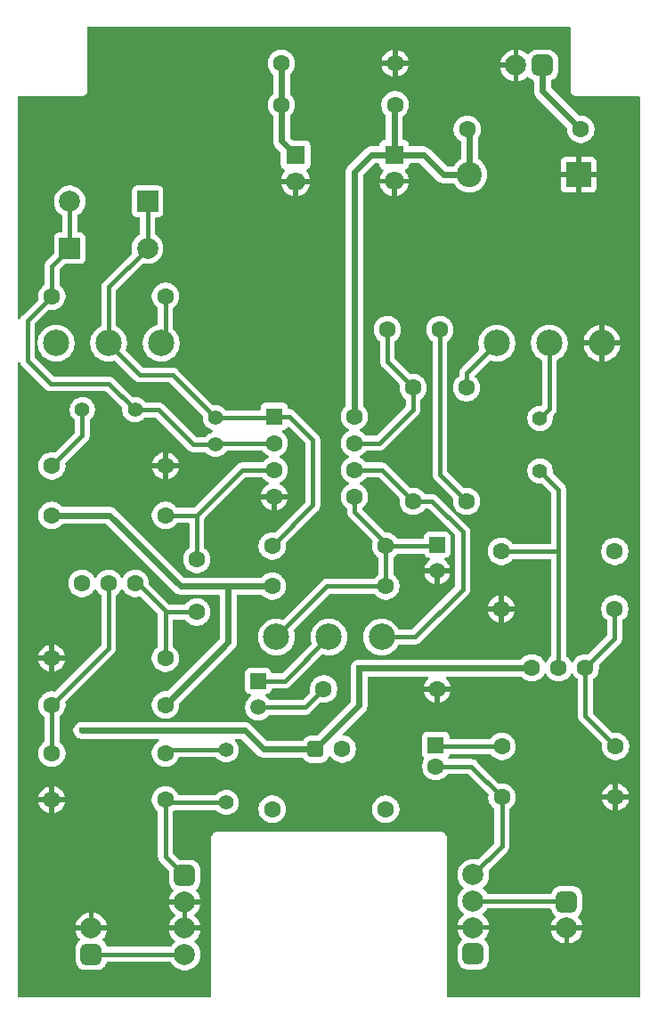
<source format=gbr>
%TF.GenerationSoftware,KiCad,Pcbnew,9.0.2*%
%TF.CreationDate,2025-07-08T13:27:17-05:00*%
%TF.ProjectId,Screamer Overdrive,53637265-616d-4657-9220-4f7665726472,rev?*%
%TF.SameCoordinates,Original*%
%TF.FileFunction,Copper,L1,Top*%
%TF.FilePolarity,Positive*%
%FSLAX46Y46*%
G04 Gerber Fmt 4.6, Leading zero omitted, Abs format (unit mm)*
G04 Created by KiCad (PCBNEW 9.0.2) date 2025-07-08 13:27:17*
%MOMM*%
%LPD*%
G01*
G04 APERTURE LIST*
G04 Aperture macros list*
%AMRoundRect*
0 Rectangle with rounded corners*
0 $1 Rounding radius*
0 $2 $3 $4 $5 $6 $7 $8 $9 X,Y pos of 4 corners*
0 Add a 4 corners polygon primitive as box body*
4,1,4,$2,$3,$4,$5,$6,$7,$8,$9,$2,$3,0*
0 Add four circle primitives for the rounded corners*
1,1,$1+$1,$2,$3*
1,1,$1+$1,$4,$5*
1,1,$1+$1,$6,$7*
1,1,$1+$1,$8,$9*
0 Add four rect primitives between the rounded corners*
20,1,$1+$1,$2,$3,$4,$5,0*
20,1,$1+$1,$4,$5,$6,$7,0*
20,1,$1+$1,$6,$7,$8,$9,0*
20,1,$1+$1,$8,$9,$2,$3,0*%
G04 Aperture macros list end*
%TA.AperFunction,ComponentPad*%
%ADD10C,1.600000*%
%TD*%
%TA.AperFunction,ComponentPad*%
%ADD11RoundRect,0.500000X-0.500000X0.500000X-0.500000X-0.500000X0.500000X-0.500000X0.500000X0.500000X0*%
%TD*%
%TA.AperFunction,ComponentPad*%
%ADD12C,2.000000*%
%TD*%
%TA.AperFunction,ComponentPad*%
%ADD13R,1.800000X1.800000*%
%TD*%
%TA.AperFunction,ComponentPad*%
%ADD14C,1.800000*%
%TD*%
%TA.AperFunction,ComponentPad*%
%ADD15RoundRect,0.500000X0.500000X-0.500000X0.500000X0.500000X-0.500000X0.500000X-0.500000X-0.500000X0*%
%TD*%
%TA.AperFunction,ComponentPad*%
%ADD16R,2.000000X2.000000*%
%TD*%
%TA.AperFunction,ComponentPad*%
%ADD17C,1.400000*%
%TD*%
%TA.AperFunction,ComponentPad*%
%ADD18R,1.500000X1.500000*%
%TD*%
%TA.AperFunction,ComponentPad*%
%ADD19C,1.500000*%
%TD*%
%TA.AperFunction,ComponentPad*%
%ADD20C,2.400000*%
%TD*%
%TA.AperFunction,ComponentPad*%
%ADD21R,2.400000X2.400000*%
%TD*%
%TA.AperFunction,ComponentPad*%
%ADD22R,1.600000X1.600000*%
%TD*%
%TA.AperFunction,ComponentPad*%
%ADD23RoundRect,0.500000X0.500000X0.500000X-0.500000X0.500000X-0.500000X-0.500000X0.500000X-0.500000X0*%
%TD*%
%TA.AperFunction,ComponentPad*%
%ADD24C,2.500000*%
%TD*%
%TA.AperFunction,ComponentPad*%
%ADD25RoundRect,0.400000X0.400000X0.400000X-0.400000X0.400000X-0.400000X-0.400000X0.400000X-0.400000X0*%
%TD*%
%TA.AperFunction,ViaPad*%
%ADD26C,0.609600*%
%TD*%
%TA.AperFunction,Conductor*%
%ADD27C,0.406400*%
%TD*%
%TA.AperFunction,Conductor*%
%ADD28C,0.609600*%
%TD*%
G04 APERTURE END LIST*
D10*
%TO.P,R5,1*%
%TO.N,Net-(C4-Pad2)*%
X14671000Y49149000D03*
%TO.P,R5,2*%
%TO.N,Net-(Q1-PadB)*%
X3871000Y49149000D03*
%TD*%
D11*
%TO.P,J1,1,1*%
%TO.N,/SEND*%
X16510000Y37492000D03*
D12*
%TO.P,J1,2,2*%
%TO.N,GND*%
X16510000Y34992000D03*
%TO.P,J1,3,3*%
X16510000Y32492000D03*
%TO.P,J1,4,4*%
%TO.N,/IN*%
X16510000Y29992000D03*
%TD*%
D10*
%TO.P,R11,1*%
%TO.N,Net-(C6-Pad1)*%
X14671000Y58166000D03*
%TO.P,R11,2*%
%TO.N,GND*%
X3871000Y58166000D03*
%TD*%
%TO.P,R9,1*%
%TO.N,Net-(Q1-PadB)*%
X3871000Y53721000D03*
%TO.P,R9,2*%
%TO.N,VREF*%
X14671000Y53721000D03*
%TD*%
D13*
%TO.P,C11,1*%
%TO.N,VREF*%
X27051000Y106005000D03*
D14*
%TO.P,C11,2*%
%TO.N,GND*%
X27051000Y103505000D03*
%TD*%
D10*
%TO.P,Q1,B,B*%
%TO.N,Net-(Q1-PadB)*%
X9271000Y65278000D03*
%TO.P,Q1,C,C*%
%TO.N,+VA*%
X6731000Y65278000D03*
%TO.P,Q1,E,E*%
%TO.N,Net-(C6-Pad1)*%
X11811000Y65278000D03*
%TD*%
%TO.P,R6,1*%
%TO.N,Net-(C5-Pad2)*%
X43307000Y73086000D03*
%TO.P,R6,2*%
%TO.N,Net-(R6-Pad2)*%
X43307000Y83886000D03*
%TD*%
%TO.P,R12,1*%
%TO.N,Net-(U1A-+)*%
X14671000Y71755000D03*
%TO.P,R12,2*%
%TO.N,VREF*%
X3871000Y71755000D03*
%TD*%
%TO.P,C6,1*%
%TO.N,Net-(C6-Pad1)*%
X17653000Y62564000D03*
%TO.P,C6,2*%
%TO.N,Net-(U1A-+)*%
X17653000Y67564000D03*
%TD*%
D15*
%TO.P,J4,1,1*%
%TO.N,/IN*%
X7620000Y30012000D03*
D12*
%TO.P,J4,2,2*%
%TO.N,GND*%
X7620000Y32512000D03*
%TD*%
D10*
%TO.P,R17,1*%
%TO.N,Net-(J3-Pad1)*%
X54168000Y108458000D03*
%TO.P,R17,2*%
%TO.N,+VA*%
X43368000Y108458000D03*
%TD*%
D12*
%TO.P,D2,1,K*%
%TO.N,Net-(D1-A)*%
X5571000Y101600000D03*
D16*
%TO.P,D2,2,A*%
%TO.N,Net-(D1-K)*%
X12971000Y101600000D03*
%TD*%
D17*
%TO.P,C7,1*%
%TO.N,Net-(C7-Pad1)*%
X50292000Y80986000D03*
%TO.P,C7,2*%
%TO.N,Net-(C7-Pad2)*%
X50292000Y75986000D03*
%TD*%
D10*
%TO.P,R20,1*%
%TO.N,GND*%
X36499800Y114731800D03*
%TO.P,R20,2*%
%TO.N,VREF*%
X25699800Y114731800D03*
%TD*%
%TO.P,R2,1*%
%TO.N,GND*%
X14671000Y76454000D03*
%TO.P,R2,2*%
%TO.N,Net-(C1-Pad1)*%
X3871000Y76454000D03*
%TD*%
%TO.P,Q2,B,B*%
%TO.N,Net-(C7-Pad2)*%
X52070000Y57261010D03*
%TO.P,Q2,C,C*%
%TO.N,+VA*%
X49530000Y57261010D03*
%TO.P,Q2,E,E*%
%TO.N,Net-(Q2-PadE)*%
X54610000Y57261010D03*
%TD*%
%TO.P,R16,1*%
%TO.N,/RETURN*%
X46670000Y44958000D03*
%TO.P,R16,2*%
%TO.N,GND*%
X57470000Y44958000D03*
%TD*%
%TO.P,R3,1*%
%TO.N,Net-(C2-Pad2)*%
X29718000Y55245000D03*
%TO.P,R3,2*%
%TO.N,GND*%
X40518000Y55245000D03*
%TD*%
D17*
%TO.P,C1,1*%
%TO.N,Net-(C1-Pad1)*%
X6771000Y81788000D03*
%TO.P,C1,2*%
%TO.N,Net-(D1-A)*%
X11771000Y81788000D03*
%TD*%
D10*
%TO.P,R14,1*%
%TO.N,Net-(Q2-PadE)*%
X57470000Y49784000D03*
%TO.P,R14,2*%
%TO.N,Net-(C9-Pad1)*%
X46670000Y49784000D03*
%TD*%
%TO.P,R8,1*%
%TO.N,/SEND*%
X14671000Y44704000D03*
%TO.P,R8,2*%
%TO.N,GND*%
X3871000Y44704000D03*
%TD*%
D17*
%TO.P,C3,1*%
%TO.N,Net-(D1-A)*%
X19431000Y78486000D03*
%TO.P,C3,2*%
%TO.N,Net-(D1-K)*%
X19431000Y81026000D03*
%TD*%
D15*
%TO.P,J2,1,1*%
%TO.N,/LED+*%
X43942000Y30072000D03*
D12*
%TO.P,J2,2,2*%
%TO.N,GND*%
X43942000Y32572000D03*
%TO.P,J2,3,3*%
%TO.N,/OUT*%
X43942000Y35072000D03*
%TO.P,J2,4,4*%
%TO.N,/RETURN*%
X43942000Y37572000D03*
%TD*%
D10*
%TO.P,R1,1*%
%TO.N,Net-(D1-A)*%
X3871000Y92583000D03*
%TO.P,R1,2*%
%TO.N,Net-(R1-Pad2)*%
X14671000Y92583000D03*
%TD*%
D18*
%TO.P,C8,1*%
%TO.N,Net-(U1B-+)*%
X40513000Y68961000D03*
D19*
%TO.P,C8,2*%
%TO.N,GND*%
X40513000Y66461000D03*
%TD*%
D10*
%TO.P,R13,1*%
%TO.N,Net-(C7-Pad2)*%
X46604000Y68326000D03*
%TO.P,R13,2*%
%TO.N,VREF*%
X57404000Y68326000D03*
%TD*%
D11*
%TO.P,J5,1,1*%
%TO.N,/OUT*%
X52832000Y35012000D03*
D12*
%TO.P,J5,2,2*%
%TO.N,GND*%
X52832000Y32512000D03*
%TD*%
D18*
%TO.P,C2,1*%
%TO.N,Net-(C2-Pad1)*%
X23495000Y56007000D03*
D19*
%TO.P,C2,2*%
%TO.N,Net-(C2-Pad2)*%
X23495000Y53507000D03*
%TD*%
D10*
%TO.P,R10,1*%
%TO.N,Net-(U1B-+)*%
X35626000Y65024000D03*
%TO.P,R10,2*%
%TO.N,VREF*%
X24826000Y65024000D03*
%TD*%
D13*
%TO.P,C10,1*%
%TO.N,+VA*%
X36429000Y106025000D03*
D14*
%TO.P,C10,2*%
%TO.N,GND*%
X36429000Y103525000D03*
%TD*%
D20*
%TO.P,D4,1,K*%
%TO.N,+VA*%
X43588000Y104140000D03*
D21*
%TO.P,D4,2,A*%
%TO.N,GND*%
X53948000Y104140000D03*
%TD*%
D10*
%TO.P,R7,1*%
%TO.N,Net-(D1-K)*%
X24826000Y68834000D03*
%TO.P,R7,2*%
%TO.N,Net-(U1B-+)*%
X35626000Y68834000D03*
%TD*%
D17*
%TO.P,C4,1*%
%TO.N,/SEND*%
X20447000Y44450000D03*
%TO.P,C4,2*%
%TO.N,Net-(C4-Pad2)*%
X20447000Y49450000D03*
%TD*%
D10*
%TO.P,R18,1*%
%TO.N,VREF*%
X25699800Y110794800D03*
%TO.P,R18,2*%
%TO.N,+VA*%
X36499800Y110794800D03*
%TD*%
D22*
%TO.P,U1,1*%
%TO.N,Net-(D1-K)*%
X25019000Y81153000D03*
D10*
%TO.P,U1,2,-*%
%TO.N,Net-(D1-A)*%
X25019000Y78613000D03*
%TO.P,U1,3,+*%
%TO.N,Net-(U1A-+)*%
X25019000Y76073000D03*
%TO.P,U1,4,V-*%
%TO.N,GND*%
X25019000Y73533000D03*
%TO.P,U1,5,+*%
%TO.N,Net-(U1B-+)*%
X32639000Y73533000D03*
%TO.P,U1,6,-*%
%TO.N,Net-(U1B--)*%
X32639000Y76073000D03*
%TO.P,U1,7*%
%TO.N,Net-(C5-Pad1)*%
X32639000Y78613000D03*
%TO.P,U1,8,V+*%
%TO.N,+VA*%
X32639000Y81153000D03*
%TD*%
%TO.P,C5,1*%
%TO.N,Net-(C5-Pad1)*%
X35767000Y89408000D03*
%TO.P,C5,2*%
%TO.N,Net-(C5-Pad2)*%
X40767000Y89408000D03*
%TD*%
D12*
%TO.P,D1,1,K*%
%TO.N,Net-(D1-K)*%
X12971000Y97155000D03*
D16*
%TO.P,D1,2,A*%
%TO.N,Net-(D1-A)*%
X5571000Y97155000D03*
%TD*%
D22*
%TO.P,C9,1*%
%TO.N,Net-(C9-Pad1)*%
X40386000Y49879000D03*
D10*
%TO.P,C9,2*%
%TO.N,/RETURN*%
X40386000Y47879000D03*
%TD*%
%TO.P,R4,1*%
%TO.N,Net-(U1B--)*%
X38227000Y73086000D03*
%TO.P,R4,2*%
%TO.N,Net-(C5-Pad1)*%
X38227000Y83886000D03*
%TD*%
D23*
%TO.P,J3,1,1*%
%TO.N,Net-(J3-Pad1)*%
X50506000Y114537000D03*
D12*
%TO.P,J3,2,2*%
%TO.N,GND*%
X48006000Y114537000D03*
%TD*%
D10*
%TO.P,R15,1*%
%TO.N,Net-(Q2-PadE)*%
X57404000Y62865000D03*
%TO.P,R15,2*%
%TO.N,GND*%
X46604000Y62865000D03*
%TD*%
%TO.P,R19,1*%
%TO.N,Net-(D3-K)*%
X24826000Y43815000D03*
%TO.P,R19,2*%
%TO.N,/LED+*%
X35626000Y43815000D03*
%TD*%
D24*
%TO.P,RV2,1,1*%
%TO.N,Net-(U1B--)*%
X35226000Y60200000D03*
%TO.P,RV2,2,2*%
%TO.N,Net-(C2-Pad1)*%
X30226000Y60200000D03*
%TO.P,RV2,3,3*%
%TO.N,Net-(U1B-+)*%
X25226000Y60200000D03*
%TD*%
D10*
%TO.P,D3,1,K*%
%TO.N,Net-(D3-K)*%
X31496000Y49530000D03*
D25*
%TO.P,D3,2,A*%
%TO.N,+VA*%
X28956000Y49530000D03*
%TD*%
D24*
%TO.P,RV3,1,1*%
%TO.N,GND*%
X56181000Y88140000D03*
%TO.P,RV3,2,2*%
%TO.N,Net-(C7-Pad1)*%
X51181000Y88140000D03*
%TO.P,RV3,3,3*%
%TO.N,Net-(R6-Pad2)*%
X46181000Y88140000D03*
%TD*%
%TO.P,RV1,1,1*%
%TO.N,Net-(R1-Pad2)*%
X14271000Y88140000D03*
%TO.P,RV1,2,2*%
%TO.N,Net-(D1-K)*%
X9271000Y88140000D03*
%TO.P,RV1,3,3*%
%TO.N,unconnected-(RV1-Pad3)*%
X4271000Y88140000D03*
%TD*%
D26*
%TO.N,+VA*%
X33070800Y57251600D03*
X6731000Y51308000D03*
%TD*%
D27*
%TO.N,Net-(C1-Pad1)*%
X6771000Y79354000D02*
X3871000Y76454000D01*
X6771000Y81788000D02*
X6771000Y79354000D01*
%TO.N,Net-(D1-A)*%
X19431000Y78486000D02*
X17322800Y78486000D01*
X1549400Y90261400D02*
X3871000Y92583000D01*
X11771000Y81788000D02*
X9307200Y84251800D01*
X1549400Y86461600D02*
X1549400Y90261400D01*
X9307200Y84251800D02*
X3759200Y84251800D01*
X19558000Y78613000D02*
X19431000Y78486000D01*
X14020800Y81788000D02*
X11771000Y81788000D01*
X5571000Y97155000D02*
X5571000Y101600000D01*
X3871000Y95455000D02*
X5571000Y97155000D01*
X3871000Y92583000D02*
X3871000Y95455000D01*
X3759200Y84251800D02*
X1549400Y86461600D01*
X17322800Y78486000D02*
X14020800Y81788000D01*
X25019000Y78613000D02*
X19558000Y78613000D01*
%TO.N,Net-(C2-Pad2)*%
X23495000Y53507000D02*
X27980000Y53507000D01*
X27980000Y53507000D02*
X29718000Y55245000D01*
%TO.N,Net-(C2-Pad1)*%
X26033000Y56007000D02*
X30226000Y60200000D01*
X23495000Y56007000D02*
X26033000Y56007000D01*
%TO.N,Net-(D1-K)*%
X12971000Y101600000D02*
X12971000Y97155000D01*
X9271000Y93455000D02*
X9271000Y88140000D01*
X26441400Y81153000D02*
X28702000Y78892400D01*
X19431000Y81026000D02*
X24892000Y81026000D01*
X28702000Y78892400D02*
X28702000Y72710000D01*
X9271000Y88061800D02*
X12217400Y85115400D01*
X28702000Y72710000D02*
X24826000Y68834000D01*
X15341600Y85115400D02*
X19431000Y81026000D01*
X9271000Y88140000D02*
X9271000Y88061800D01*
X12217400Y85115400D02*
X15341600Y85115400D01*
X24892000Y81026000D02*
X25019000Y81153000D01*
X25019000Y81153000D02*
X26441400Y81153000D01*
X12971000Y97155000D02*
X9271000Y93455000D01*
%TO.N,/SEND*%
X14671000Y39331000D02*
X14671000Y44704000D01*
X16510000Y37492000D02*
X14671000Y39331000D01*
X14671000Y44704000D02*
X14925000Y44450000D01*
X14925000Y44450000D02*
X20447000Y44450000D01*
%TO.N,Net-(C4-Pad2)*%
X20447000Y49450000D02*
X14972000Y49450000D01*
X14972000Y49450000D02*
X14671000Y49149000D01*
%TO.N,Net-(C5-Pad1)*%
X38227000Y81838800D02*
X38227000Y83886000D01*
X35767000Y86381600D02*
X35767000Y89408000D01*
X35001200Y78613000D02*
X38227000Y81838800D01*
X38227000Y83921600D02*
X35767000Y86381600D01*
X38227000Y83886000D02*
X38227000Y83921600D01*
X32639000Y78613000D02*
X35001200Y78613000D01*
%TO.N,Net-(C5-Pad2)*%
X40767000Y75626000D02*
X43307000Y73086000D01*
X40767000Y89408000D02*
X40767000Y75626000D01*
%TO.N,Net-(U1A-+)*%
X17602200Y71755000D02*
X17653000Y71704200D01*
X17653000Y67564000D02*
X17653000Y71704200D01*
X21971000Y76073000D02*
X25019000Y76073000D01*
X14671000Y71755000D02*
X17602200Y71755000D01*
X17653000Y71704200D02*
X17653000Y71755000D01*
X17653000Y71755000D02*
X21971000Y76073000D01*
%TO.N,Net-(C6-Pad1)*%
X14671000Y58166000D02*
X14671000Y62418000D01*
X14817000Y62564000D02*
X17653000Y62564000D01*
X12039600Y65278000D02*
X11811000Y65278000D01*
X14671000Y62646600D02*
X12039600Y65278000D01*
X14671000Y62418000D02*
X14817000Y62564000D01*
X14671000Y62418000D02*
X14671000Y62646600D01*
%TO.N,Net-(C7-Pad2)*%
X52044600Y68326000D02*
X52070000Y68351400D01*
X52070000Y74208000D02*
X52070000Y68351400D01*
X50292000Y75986000D02*
X52070000Y74208000D01*
X52070000Y68351400D02*
X52070000Y57261010D01*
X46604000Y68326000D02*
X52044600Y68326000D01*
%TO.N,Net-(C7-Pad1)*%
X51181000Y88140000D02*
X51181000Y81875000D01*
X51181000Y81875000D02*
X50292000Y80986000D01*
%TO.N,Net-(U1B-+)*%
X35626000Y65024000D02*
X30050000Y65024000D01*
X32639000Y72085200D02*
X32639000Y73533000D01*
X35626000Y68834000D02*
X40386000Y68834000D01*
X30050000Y65024000D02*
X25226000Y60200000D01*
X40386000Y68834000D02*
X40513000Y68961000D01*
X35626000Y68834000D02*
X35626000Y65024000D01*
X35626000Y69098200D02*
X32639000Y72085200D01*
X35626000Y68834000D02*
X35626000Y69098200D01*
%TO.N,Net-(C9-Pad1)*%
X40481000Y49784000D02*
X40386000Y49879000D01*
X46670000Y49784000D02*
X40481000Y49784000D01*
%TO.N,/RETURN*%
X46670000Y44958000D02*
X46670000Y40300000D01*
X43749000Y47879000D02*
X46670000Y44958000D01*
X46670000Y40300000D02*
X43942000Y37572000D01*
X40386000Y47879000D02*
X43749000Y47879000D01*
D28*
%TO.N,+VA*%
X34219200Y106025000D02*
X32639000Y104444800D01*
X41122600Y104140000D02*
X43588000Y104140000D01*
X33070800Y57251600D02*
X49520590Y57251600D01*
X33070800Y57251600D02*
X33070800Y53657500D01*
X36429000Y106025000D02*
X36429000Y110724000D01*
X36429000Y106025000D02*
X34219200Y106025000D01*
X32639000Y104444800D02*
X32639000Y81153000D01*
X23977600Y49530000D02*
X28956000Y49530000D01*
X43588000Y108238000D02*
X43368000Y108458000D01*
X43588000Y104140000D02*
X43588000Y108238000D01*
X49520590Y57251600D02*
X49530000Y57261010D01*
X22199600Y51308000D02*
X23977600Y49530000D01*
X39237600Y106025000D02*
X41122600Y104140000D01*
X28956000Y49542700D02*
X28956000Y49530000D01*
X6731000Y51308000D02*
X22199600Y51308000D01*
X33070800Y53657500D02*
X28956000Y49542700D01*
X36429000Y110724000D02*
X36499800Y110794800D01*
X36429000Y106025000D02*
X39237600Y106025000D01*
%TO.N,VREF*%
X25699800Y110794800D02*
X25699800Y107356200D01*
X25699800Y110794800D02*
X25699800Y114731800D01*
X20650200Y65024000D02*
X24826000Y65024000D01*
X20650200Y59700200D02*
X20650200Y65024000D01*
X3871000Y71755000D02*
X9372600Y71755000D01*
X9372600Y71755000D02*
X16103600Y65024000D01*
X14671000Y53721000D02*
X20650200Y59700200D01*
X16103600Y65024000D02*
X20650200Y65024000D01*
X25699800Y107356200D02*
X27051000Y106005000D01*
D27*
%TO.N,/IN*%
X7620000Y30012000D02*
X16490000Y30012000D01*
X16490000Y30012000D02*
X16510000Y29992000D01*
%TO.N,/OUT*%
X43942000Y35072000D02*
X52772000Y35072000D01*
X52772000Y35072000D02*
X52832000Y35012000D01*
D28*
%TO.N,Net-(J3-Pad1)*%
X50506000Y112104800D02*
X54152800Y108458000D01*
X50506000Y114537000D02*
X50506000Y112104800D01*
X54152800Y108458000D02*
X54168000Y108458000D01*
D27*
%TO.N,Net-(Q1-PadB)*%
X9271000Y59121000D02*
X9271000Y65278000D01*
X3871000Y49149000D02*
X3871000Y53721000D01*
X3871000Y53721000D02*
X9271000Y59121000D01*
%TO.N,Net-(Q2-PadE)*%
X54610000Y57261010D02*
X54610000Y52644000D01*
X54610000Y52644000D02*
X57470000Y49784000D01*
X57404000Y60055010D02*
X54610000Y57261010D01*
X57404000Y62865000D02*
X57404000Y60055010D01*
%TO.N,Net-(R1-Pad2)*%
X14671000Y92583000D02*
X14671000Y88540000D01*
X14671000Y88540000D02*
X14271000Y88140000D01*
%TO.N,Net-(U1B--)*%
X35226000Y60200000D02*
X38432200Y60200000D01*
X32639000Y76073000D02*
X35240000Y76073000D01*
X40045600Y73086000D02*
X38227000Y73086000D01*
X35240000Y76073000D02*
X38227000Y73086000D01*
X38432200Y60200000D02*
X42951400Y64719200D01*
X42951400Y64719200D02*
X42951400Y70180200D01*
X42951400Y70180200D02*
X40045600Y73086000D01*
%TO.N,Net-(R6-Pad2)*%
X43307000Y83886000D02*
X43307000Y85266000D01*
X43307000Y85266000D02*
X46181000Y88140000D01*
%TD*%
%TA.AperFunction,Conductor*%
%TO.N,GND*%
G36*
X16760000Y32925012D02*
G01*
X16702993Y32957925D01*
X16575826Y32992000D01*
X16444174Y32992000D01*
X16317007Y32957925D01*
X16260000Y32925012D01*
X16260000Y34558988D01*
X16317007Y34526075D01*
X16444174Y34492000D01*
X16575826Y34492000D01*
X16702993Y34526075D01*
X16760000Y34558988D01*
X16760000Y32925012D01*
G37*
%TD.AperFunction*%
%TA.AperFunction,Conductor*%
G36*
X53155539Y118216815D02*
G01*
X53201294Y118164011D01*
X53212500Y118112500D01*
X53212500Y112074055D01*
X53247153Y111944725D01*
X53314099Y111828774D01*
X53314101Y111828771D01*
X53408771Y111734101D01*
X53408774Y111734099D01*
X53524725Y111667153D01*
X53654055Y111632500D01*
X53787945Y111632500D01*
X59692500Y111632500D01*
X59759539Y111612815D01*
X59805294Y111560011D01*
X59816500Y111508500D01*
X59816500Y26032500D01*
X59796815Y25965461D01*
X59744011Y25919706D01*
X59692500Y25908500D01*
X41526500Y25908500D01*
X41459461Y25928185D01*
X41413706Y25980989D01*
X41402500Y26032500D01*
X41402500Y41214943D01*
X41402500Y41214945D01*
X41367847Y41344274D01*
X41300901Y41460226D01*
X41206226Y41554901D01*
X41090274Y41621847D01*
X40960945Y41656500D01*
X19624945Y41656500D01*
X19491055Y41656500D01*
X19361726Y41621847D01*
X19245774Y41554901D01*
X19151099Y41460226D01*
X19084153Y41344274D01*
X19049500Y41214944D01*
X19049500Y26032500D01*
X19029815Y25965461D01*
X18977011Y25919706D01*
X18925500Y25908500D01*
X759500Y25908500D01*
X692461Y25928185D01*
X646706Y25980989D01*
X635500Y26032500D01*
X635500Y30570033D01*
X6119500Y30570033D01*
X6119500Y29453971D01*
X6119501Y29453965D01*
X6130113Y29334584D01*
X6186089Y29138954D01*
X6186090Y29138953D01*
X6186091Y29138951D01*
X6251105Y29014487D01*
X6280304Y28958590D01*
X6408890Y28800890D01*
X6566590Y28672304D01*
X6566591Y28672303D01*
X6566593Y28672302D01*
X6632087Y28638091D01*
X6746954Y28578089D01*
X6903376Y28533332D01*
X6942582Y28522114D01*
X6942583Y28522113D01*
X6942586Y28522113D01*
X7019511Y28515274D01*
X7061963Y28511500D01*
X7061966Y28511500D01*
X7061967Y28511500D01*
X8178028Y28511500D01*
X8178033Y28511500D01*
X8178036Y28511501D01*
X8201330Y28513571D01*
X8297415Y28522113D01*
X8493045Y28578089D01*
X8493049Y28578091D01*
X8673407Y28672302D01*
X8717993Y28708657D01*
X8831109Y28800890D01*
X8907684Y28894803D01*
X8959698Y28958593D01*
X9053909Y29138951D01*
X9076646Y29218412D01*
X9114014Y29277450D01*
X9177368Y29306913D01*
X9195862Y29308300D01*
X15098324Y29308300D01*
X15165363Y29288615D01*
X15208808Y29240596D01*
X15226655Y29205569D01*
X15296070Y29110028D01*
X15365483Y29014490D01*
X15365485Y29014488D01*
X15365485Y29014487D01*
X15532487Y28847485D01*
X15723566Y28708657D01*
X15934003Y28601433D01*
X16158631Y28528446D01*
X16391903Y28491500D01*
X16391908Y28491500D01*
X16628097Y28491500D01*
X16861368Y28528446D01*
X17085996Y28601433D01*
X17296433Y28708657D01*
X17328980Y28732304D01*
X17487510Y28847483D01*
X17654517Y29014490D01*
X17793343Y29205567D01*
X17845688Y29308300D01*
X17900566Y29416003D01*
X17912901Y29453964D01*
X17973553Y29640632D01*
X18010500Y29873902D01*
X18010500Y30110097D01*
X17973553Y30343368D01*
X17900568Y30567992D01*
X17793343Y30778433D01*
X17654517Y30969510D01*
X17487510Y31136517D01*
X17479973Y31141992D01*
X17437309Y31197322D01*
X17431331Y31266936D01*
X17463938Y31328730D01*
X17479975Y31342627D01*
X17487185Y31347866D01*
X17487186Y31347866D01*
X17654133Y31514813D01*
X17792914Y31705828D01*
X17900102Y31916197D01*
X17973065Y32140752D01*
X17989102Y32242000D01*
X16943012Y32242000D01*
X16975925Y32299007D01*
X17010000Y32426174D01*
X17010000Y32557826D01*
X16975925Y32684993D01*
X16943012Y32742000D01*
X17989102Y32742000D01*
X17973065Y32843247D01*
X17900102Y33067802D01*
X17792914Y33278171D01*
X17654133Y33469186D01*
X17487180Y33636139D01*
X17479555Y33641679D01*
X17436887Y33697007D01*
X17430905Y33766620D01*
X17463508Y33828417D01*
X17479555Y33842321D01*
X17487180Y33847860D01*
X17654133Y34014813D01*
X17792914Y34205828D01*
X17900102Y34416197D01*
X17973065Y34640752D01*
X17989102Y34742000D01*
X16943012Y34742000D01*
X16975925Y34799007D01*
X17010000Y34926174D01*
X17010000Y35057826D01*
X16975925Y35184993D01*
X16943012Y35242000D01*
X17989102Y35242000D01*
X17973065Y35343247D01*
X17900102Y35567802D01*
X17792914Y35778171D01*
X17654133Y35969186D01*
X17609565Y36013754D01*
X17576079Y36075077D01*
X17581063Y36144768D01*
X17618885Y36197538D01*
X17721107Y36280888D01*
X17836427Y36422318D01*
X17849698Y36438593D01*
X17943909Y36618951D01*
X17999886Y36814582D01*
X18010500Y36933963D01*
X18010499Y38050036D01*
X17999886Y38169418D01*
X17943909Y38365049D01*
X17849698Y38545407D01*
X17721109Y38703109D01*
X17563407Y38831698D01*
X17383049Y38925909D01*
X17187418Y38981886D01*
X17068037Y38992500D01*
X16056043Y38992499D01*
X15989005Y39012183D01*
X15968363Y39028818D01*
X15735489Y39261692D01*
X15411017Y39586164D01*
X15377534Y39647485D01*
X15374700Y39673843D01*
X15374700Y43544580D01*
X15376095Y43549331D01*
X15375072Y43554177D01*
X15385842Y43582527D01*
X15394385Y43611619D01*
X15398607Y43616127D01*
X15399886Y43619492D01*
X15422675Y43641822D01*
X15424994Y43644297D01*
X15425429Y43644619D01*
X15518219Y43712034D01*
X15522707Y43716522D01*
X15530141Y43722017D01*
X15554618Y43730977D01*
X15577489Y43743466D01*
X15593406Y43745177D01*
X15595752Y43746036D01*
X15597581Y43745626D01*
X15603847Y43746300D01*
X19411187Y43746300D01*
X19478226Y43726615D01*
X19511504Y43695187D01*
X19531309Y43667927D01*
X19664924Y43534312D01*
X19817800Y43423240D01*
X19986163Y43337454D01*
X20165881Y43279059D01*
X20352514Y43249500D01*
X20352519Y43249500D01*
X20541486Y43249500D01*
X20728118Y43279059D01*
X20907836Y43337454D01*
X21076199Y43423240D01*
X21093774Y43436009D01*
X21229073Y43534310D01*
X21362690Y43667927D01*
X21473760Y43820801D01*
X21522955Y43917351D01*
X23525500Y43917351D01*
X23525500Y43712648D01*
X23557522Y43510465D01*
X23620781Y43315776D01*
X23713715Y43133386D01*
X23834028Y42967786D01*
X23978786Y42823028D01*
X24144386Y42702715D01*
X24326776Y42609781D01*
X24521465Y42546522D01*
X24699329Y42518351D01*
X24723648Y42514500D01*
X24723649Y42514500D01*
X24928351Y42514500D01*
X24928352Y42514500D01*
X24955995Y42518878D01*
X25130534Y42546522D01*
X25325223Y42609781D01*
X25450653Y42673691D01*
X25507610Y42702713D01*
X25507613Y42702715D01*
X25673213Y42823028D01*
X25817971Y42967786D01*
X25938284Y43133386D01*
X25938287Y43133390D01*
X26012510Y43279060D01*
X26031218Y43315776D01*
X26038262Y43337453D01*
X26067484Y43427390D01*
X26094477Y43510465D01*
X26126500Y43712648D01*
X26126500Y43917351D01*
X34325500Y43917351D01*
X34325500Y43712648D01*
X34357522Y43510465D01*
X34420781Y43315776D01*
X34513715Y43133386D01*
X34634028Y42967786D01*
X34778786Y42823028D01*
X34944386Y42702715D01*
X35126776Y42609781D01*
X35321465Y42546522D01*
X35499329Y42518351D01*
X35523648Y42514500D01*
X35523649Y42514500D01*
X35728351Y42514500D01*
X35728352Y42514500D01*
X35755995Y42518878D01*
X35930534Y42546522D01*
X36125223Y42609781D01*
X36250653Y42673691D01*
X36307610Y42702713D01*
X36307613Y42702715D01*
X36473213Y42823028D01*
X36617971Y42967786D01*
X36738284Y43133386D01*
X36738287Y43133390D01*
X36812510Y43279060D01*
X36831218Y43315776D01*
X36838262Y43337453D01*
X36867484Y43427390D01*
X36894477Y43510465D01*
X36926500Y43712648D01*
X36926500Y43917351D01*
X36894477Y44119534D01*
X36866780Y44204776D01*
X36831220Y44314219D01*
X36738287Y44496610D01*
X36661973Y44601648D01*
X36617971Y44662213D01*
X36617968Y44662215D01*
X36617966Y44662219D01*
X36473219Y44806966D01*
X36473215Y44806968D01*
X36473213Y44806971D01*
X36400590Y44859732D01*
X36307610Y44927287D01*
X36125219Y45020220D01*
X35930534Y45083477D01*
X35728352Y45115500D01*
X35523648Y45115500D01*
X35451041Y45104000D01*
X35321465Y45083477D01*
X35250288Y45060350D01*
X35126781Y45020220D01*
X35126778Y45020218D01*
X35126776Y45020218D01*
X35103608Y45008413D01*
X34944390Y44927287D01*
X34944386Y44927284D01*
X34778786Y44806971D01*
X34634028Y44662213D01*
X34513715Y44496613D01*
X34513713Y44496610D01*
X34494438Y44458781D01*
X34420781Y44314223D01*
X34357522Y44119534D01*
X34325500Y43917351D01*
X26126500Y43917351D01*
X26094477Y44119534D01*
X26066780Y44204776D01*
X26031220Y44314219D01*
X25938287Y44496610D01*
X25861973Y44601648D01*
X25817971Y44662213D01*
X25817968Y44662215D01*
X25817966Y44662219D01*
X25673219Y44806966D01*
X25673215Y44806968D01*
X25673213Y44806971D01*
X25600590Y44859732D01*
X25507610Y44927287D01*
X25325219Y45020220D01*
X25130534Y45083477D01*
X24928352Y45115500D01*
X24723648Y45115500D01*
X24651041Y45104000D01*
X24521465Y45083477D01*
X24450288Y45060350D01*
X24326781Y45020220D01*
X24326778Y45020218D01*
X24326776Y45020218D01*
X24303608Y45008413D01*
X24144390Y44927287D01*
X24144386Y44927284D01*
X23978786Y44806971D01*
X23834028Y44662213D01*
X23713715Y44496613D01*
X23713713Y44496610D01*
X23694438Y44458781D01*
X23620781Y44314223D01*
X23557522Y44119534D01*
X23525500Y43917351D01*
X21522955Y43917351D01*
X21554122Y43978520D01*
X21559544Y43989161D01*
X21559544Y43989164D01*
X21559547Y43989168D01*
X21617940Y44168882D01*
X21634967Y44276386D01*
X21647500Y44355513D01*
X21647500Y44544486D01*
X21617940Y44731118D01*
X21559547Y44910832D01*
X21473760Y45079199D01*
X21362690Y45232073D01*
X21229073Y45365690D01*
X21076199Y45476760D01*
X20907832Y45562547D01*
X20728118Y45620940D01*
X20541486Y45650500D01*
X20541481Y45650500D01*
X20352519Y45650500D01*
X20352514Y45650500D01*
X20165881Y45620940D01*
X20082497Y45593846D01*
X19986168Y45562547D01*
X19986165Y45562545D01*
X19986163Y45562545D01*
X19897347Y45517290D01*
X19817801Y45476760D01*
X19664927Y45365690D01*
X19664924Y45365687D01*
X19531309Y45232072D01*
X19511504Y45204813D01*
X19456173Y45162148D01*
X19411187Y45153700D01*
X15977439Y45153700D01*
X15910400Y45173385D01*
X15866954Y45221405D01*
X15836975Y45280241D01*
X15783287Y45385610D01*
X15715732Y45478590D01*
X15662971Y45551213D01*
X15662968Y45551215D01*
X15662966Y45551219D01*
X15518219Y45695966D01*
X15518215Y45695968D01*
X15518213Y45695971D01*
X15445590Y45748732D01*
X15352610Y45816287D01*
X15170219Y45909220D01*
X14975534Y45972477D01*
X14773352Y46004500D01*
X14568648Y46004500D01*
X14467557Y45988488D01*
X14366465Y45972477D01*
X14297184Y45949966D01*
X14171781Y45909220D01*
X14171778Y45909218D01*
X14171776Y45909218D01*
X14105607Y45875503D01*
X13989390Y45816287D01*
X13989386Y45816284D01*
X13823786Y45695971D01*
X13679028Y45551213D01*
X13558715Y45385613D01*
X13558713Y45385610D01*
X13548562Y45365687D01*
X13465781Y45203223D01*
X13402522Y45008534D01*
X13370500Y44806351D01*
X13370500Y44601648D01*
X13402522Y44399465D01*
X13465781Y44204776D01*
X13558715Y44022386D01*
X13679028Y43856786D01*
X13823782Y43712032D01*
X13823787Y43712028D01*
X13916185Y43644898D01*
X13958851Y43589569D01*
X13967300Y43544580D01*
X13967300Y39406442D01*
X13967299Y39406421D01*
X13967299Y39261689D01*
X13967298Y39261689D01*
X13994341Y39125743D01*
X13994343Y39125735D01*
X14047386Y38997676D01*
X14124400Y38882416D01*
X14151474Y38855343D01*
X14222417Y38784400D01*
X14222420Y38784397D01*
X14973181Y38033635D01*
X15006666Y37972312D01*
X15009500Y37945954D01*
X15009500Y36933971D01*
X15009501Y36933965D01*
X15020113Y36814584D01*
X15076089Y36618954D01*
X15076091Y36618951D01*
X15166480Y36445909D01*
X15170304Y36438590D01*
X15298890Y36280890D01*
X15401115Y36197538D01*
X15440632Y36139917D01*
X15442724Y36070079D01*
X15410435Y36013755D01*
X15365866Y35969186D01*
X15227085Y35778171D01*
X15119897Y35567802D01*
X15046934Y35343247D01*
X15030898Y35242000D01*
X16076988Y35242000D01*
X16044075Y35184993D01*
X16010000Y35057826D01*
X16010000Y34926174D01*
X16044075Y34799007D01*
X16076988Y34742000D01*
X15030898Y34742000D01*
X15046934Y34640752D01*
X15119897Y34416197D01*
X15227085Y34205828D01*
X15365866Y34014813D01*
X15532816Y33847863D01*
X15540451Y33842317D01*
X15583116Y33786986D01*
X15589094Y33717373D01*
X15556487Y33655578D01*
X15540451Y33641683D01*
X15532816Y33636136D01*
X15365866Y33469186D01*
X15227085Y33278171D01*
X15119897Y33067802D01*
X15046934Y32843247D01*
X15030898Y32742000D01*
X16076988Y32742000D01*
X16044075Y32684993D01*
X16010000Y32557826D01*
X16010000Y32426174D01*
X16044075Y32299007D01*
X16076988Y32242000D01*
X15030898Y32242000D01*
X15046934Y32140752D01*
X15119897Y31916197D01*
X15227085Y31705828D01*
X15365866Y31514813D01*
X15532813Y31347866D01*
X15540025Y31342627D01*
X15582690Y31287297D01*
X15588669Y31217683D01*
X15556063Y31155888D01*
X15540027Y31141993D01*
X15532490Y31136517D01*
X15365483Y30969510D01*
X15246386Y30805588D01*
X15226654Y30778429D01*
X15224501Y30774915D01*
X15172691Y30728037D01*
X15118771Y30715700D01*
X9195862Y30715700D01*
X9128823Y30735385D01*
X9083068Y30788189D01*
X9076646Y30805588D01*
X9071132Y30824855D01*
X9053909Y30885049D01*
X8959698Y31065407D01*
X8831109Y31223109D01*
X8728882Y31306463D01*
X8689367Y31364081D01*
X8687275Y31433919D01*
X8719564Y31490244D01*
X8764133Y31534813D01*
X8902914Y31725828D01*
X9010102Y31936197D01*
X9083065Y32160752D01*
X9099102Y32262000D01*
X8053012Y32262000D01*
X8085925Y32319007D01*
X8120000Y32446174D01*
X8120000Y32577826D01*
X8085925Y32704993D01*
X8053012Y32762000D01*
X9099102Y32762000D01*
X9083065Y32863247D01*
X9010102Y33087802D01*
X8902914Y33298171D01*
X8764133Y33489186D01*
X8597186Y33656133D01*
X8406171Y33794914D01*
X8195804Y33902102D01*
X7971255Y33975063D01*
X7971249Y33975065D01*
X7870000Y33991100D01*
X7870000Y32945012D01*
X7812993Y32977925D01*
X7685826Y33012000D01*
X7554174Y33012000D01*
X7427007Y32977925D01*
X7370000Y32945012D01*
X7370000Y33991101D01*
X7268750Y33975065D01*
X7268744Y33975063D01*
X7044195Y33902102D01*
X6833828Y33794914D01*
X6642813Y33656133D01*
X6475866Y33489186D01*
X6337085Y33298171D01*
X6229897Y33087802D01*
X6156934Y32863247D01*
X6140898Y32762000D01*
X7186988Y32762000D01*
X7154075Y32704993D01*
X7120000Y32577826D01*
X7120000Y32446174D01*
X7154075Y32319007D01*
X7186988Y32262000D01*
X6140898Y32262000D01*
X6156934Y32160752D01*
X6229897Y31936197D01*
X6337087Y31725825D01*
X6475858Y31534822D01*
X6475863Y31534816D01*
X6520436Y31490242D01*
X6553920Y31428919D01*
X6548934Y31359227D01*
X6511114Y31306461D01*
X6408890Y31223109D01*
X6314977Y31107933D01*
X6280302Y31065407D01*
X6186091Y30885049D01*
X6186089Y30885045D01*
X6163354Y30805588D01*
X6130114Y30689418D01*
X6130114Y30689416D01*
X6130113Y30689413D01*
X6119500Y30570033D01*
X635500Y30570033D01*
X635500Y44954000D01*
X2594391Y44954000D01*
X3555314Y44954000D01*
X3550920Y44949606D01*
X3498259Y44858394D01*
X3471000Y44756661D01*
X3471000Y44651339D01*
X3498259Y44549606D01*
X3550920Y44458394D01*
X3555314Y44454000D01*
X2594391Y44454000D01*
X2603009Y44399586D01*
X2666244Y44204970D01*
X2759140Y44022650D01*
X2879417Y43857105D01*
X2879417Y43857104D01*
X3024104Y43712417D01*
X3189650Y43592140D01*
X3371970Y43499244D01*
X3566586Y43436009D01*
X3621000Y43427390D01*
X3621000Y44388314D01*
X3625394Y44383920D01*
X3716606Y44331259D01*
X3818339Y44304000D01*
X3923661Y44304000D01*
X4025394Y44331259D01*
X4116606Y44383920D01*
X4121000Y44388314D01*
X4121000Y43427390D01*
X4175413Y43436009D01*
X4370029Y43499244D01*
X4552349Y43592140D01*
X4717894Y43712417D01*
X4717895Y43712417D01*
X4862582Y43857104D01*
X4862582Y43857105D01*
X4982859Y44022650D01*
X5075755Y44204970D01*
X5138990Y44399586D01*
X5147609Y44454000D01*
X4186686Y44454000D01*
X4191080Y44458394D01*
X4243741Y44549606D01*
X4271000Y44651339D01*
X4271000Y44756661D01*
X4243741Y44858394D01*
X4191080Y44949606D01*
X4186686Y44954000D01*
X5147609Y44954000D01*
X5138990Y45008413D01*
X5075755Y45203029D01*
X4982859Y45385349D01*
X4862582Y45550894D01*
X4862582Y45550895D01*
X4717895Y45695582D01*
X4552349Y45815859D01*
X4370031Y45908754D01*
X4175421Y45971988D01*
X4121000Y45980606D01*
X4121000Y45019686D01*
X4116606Y45024080D01*
X4025394Y45076741D01*
X3923661Y45104000D01*
X3818339Y45104000D01*
X3716606Y45076741D01*
X3625394Y45024080D01*
X3621000Y45019686D01*
X3621000Y45980607D01*
X3566578Y45971988D01*
X3371968Y45908754D01*
X3189650Y45815859D01*
X3024105Y45695582D01*
X3024104Y45695582D01*
X2879417Y45550895D01*
X2879417Y45550894D01*
X2759140Y45385349D01*
X2666244Y45203029D01*
X2603009Y45008413D01*
X2594391Y44954000D01*
X635500Y44954000D01*
X635500Y53823351D01*
X2570500Y53823351D01*
X2570500Y53618648D01*
X2602522Y53416465D01*
X2665781Y53221776D01*
X2758715Y53039386D01*
X2879028Y52873786D01*
X3023782Y52729032D01*
X3023787Y52729028D01*
X3116185Y52661898D01*
X3158851Y52606569D01*
X3167300Y52561580D01*
X3167300Y50308419D01*
X3147615Y50241380D01*
X3116185Y50208101D01*
X3023784Y50140969D01*
X2879028Y49996213D01*
X2758715Y49830613D01*
X2665781Y49648223D01*
X2602522Y49453534D01*
X2570500Y49251351D01*
X2570500Y49046648D01*
X2602522Y48844465D01*
X2665781Y48649776D01*
X2758715Y48467386D01*
X2879028Y48301786D01*
X3023786Y48157028D01*
X3189386Y48036715D01*
X3371776Y47943781D01*
X3566465Y47880522D01*
X3744329Y47852351D01*
X3768648Y47848500D01*
X3768649Y47848500D01*
X3973351Y47848500D01*
X3973352Y47848500D01*
X4000995Y47852878D01*
X4175534Y47880522D01*
X4370223Y47943781D01*
X4495653Y48007691D01*
X4552610Y48036713D01*
X4552613Y48036715D01*
X4718213Y48157028D01*
X4862971Y48301786D01*
X4983284Y48467386D01*
X4983287Y48467390D01*
X5045476Y48589442D01*
X5076218Y48649776D01*
X5083347Y48671715D01*
X5130342Y48816352D01*
X5139477Y48844465D01*
X5171500Y49046648D01*
X5171500Y49251351D01*
X5139477Y49453534D01*
X5076220Y49648219D01*
X4983287Y49830610D01*
X4915732Y49923590D01*
X4862971Y49996213D01*
X4862968Y49996215D01*
X4862966Y49996219D01*
X4718219Y50140966D01*
X4700692Y50153700D01*
X4625815Y50208101D01*
X4583149Y50263430D01*
X4574700Y50308419D01*
X4574700Y51387319D01*
X5925700Y51387319D01*
X5925700Y51228680D01*
X5956644Y51073110D01*
X5956647Y51073101D01*
X6017348Y50926553D01*
X6017355Y50926540D01*
X6105481Y50794651D01*
X6105484Y50794647D01*
X6217647Y50682484D01*
X6217651Y50682481D01*
X6349540Y50594355D01*
X6349553Y50594348D01*
X6496101Y50533647D01*
X6496110Y50533644D01*
X6651680Y50502700D01*
X6651685Y50502700D01*
X6810315Y50502700D01*
X13946692Y50502700D01*
X14013731Y50483015D01*
X14059486Y50430211D01*
X14069430Y50361053D01*
X14040405Y50297497D01*
X14002987Y50268216D01*
X13989391Y50261288D01*
X13989389Y50261287D01*
X13823786Y50140971D01*
X13679028Y49996213D01*
X13558715Y49830613D01*
X13465781Y49648223D01*
X13402522Y49453534D01*
X13370500Y49251351D01*
X13370500Y49046648D01*
X13402522Y48844465D01*
X13465781Y48649776D01*
X13558715Y48467386D01*
X13679028Y48301786D01*
X13823786Y48157028D01*
X13989386Y48036715D01*
X14171776Y47943781D01*
X14366465Y47880522D01*
X14544329Y47852351D01*
X14568648Y47848500D01*
X14568649Y47848500D01*
X14773351Y47848500D01*
X14773352Y47848500D01*
X14800995Y47852878D01*
X14975534Y47880522D01*
X15170223Y47943781D01*
X15295653Y48007691D01*
X15352610Y48036713D01*
X15352613Y48036715D01*
X15518213Y48157028D01*
X15662971Y48301786D01*
X15783284Y48467386D01*
X15783287Y48467390D01*
X15876220Y48649781D01*
X15879741Y48660620D01*
X15919179Y48718294D01*
X15983538Y48745492D01*
X15997672Y48746300D01*
X19411187Y48746300D01*
X19478226Y48726615D01*
X19511504Y48695187D01*
X19531309Y48667927D01*
X19664924Y48534312D01*
X19817800Y48423240D01*
X19986163Y48337454D01*
X20165881Y48279059D01*
X20352514Y48249500D01*
X20352519Y48249500D01*
X20541486Y48249500D01*
X20728118Y48279059D01*
X20907836Y48337454D01*
X21076199Y48423240D01*
X21136960Y48467386D01*
X21229073Y48534310D01*
X21362690Y48667927D01*
X21473760Y48820801D01*
X21550553Y48971516D01*
X21559545Y48989163D01*
X21578224Y49046648D01*
X21617940Y49168882D01*
X21636296Y49284776D01*
X21647500Y49355513D01*
X21647500Y49544486D01*
X21617940Y49731118D01*
X21559547Y49910832D01*
X21473760Y50079199D01*
X21362690Y50232073D01*
X21303744Y50291019D01*
X21270259Y50352342D01*
X21275243Y50422034D01*
X21317115Y50477967D01*
X21382579Y50502384D01*
X21391425Y50502700D01*
X21814672Y50502700D01*
X21881711Y50483015D01*
X21902352Y50466381D01*
X23352079Y49016654D01*
X23352082Y49016651D01*
X23380378Y48988355D01*
X23464252Y48904480D01*
X23574919Y48830536D01*
X23574918Y48830535D01*
X23596145Y48816352D01*
X23742702Y48755646D01*
X23742710Y48755644D01*
X23898280Y48724699D01*
X23898285Y48724699D01*
X24063030Y48724699D01*
X24063050Y48724700D01*
X27675868Y48724700D01*
X27742907Y48705015D01*
X27786353Y48656995D01*
X27796616Y48636852D01*
X27915743Y48489743D01*
X28062853Y48370614D01*
X28231512Y48284680D01*
X28414356Y48235687D01*
X28492979Y48229500D01*
X29419010Y48229500D01*
X29419029Y48229501D01*
X29497643Y48235687D01*
X29613562Y48266747D01*
X29680488Y48284680D01*
X29750803Y48320507D01*
X29849146Y48370614D01*
X29968653Y48467390D01*
X29996257Y48489743D01*
X30115383Y48636851D01*
X30115384Y48636852D01*
X30115385Y48636853D01*
X30188836Y48781011D01*
X30197481Y48797978D01*
X30245455Y48848775D01*
X30313276Y48865570D01*
X30379411Y48843033D01*
X30408284Y48814569D01*
X30504028Y48682787D01*
X30504032Y48682782D01*
X30648786Y48538028D01*
X30814386Y48417715D01*
X30996776Y48324781D01*
X31191465Y48261522D01*
X31354579Y48235688D01*
X31393648Y48229500D01*
X31393649Y48229500D01*
X31598351Y48229500D01*
X31598352Y48229500D01*
X31637421Y48235688D01*
X31800534Y48261522D01*
X31995223Y48324781D01*
X32120653Y48388691D01*
X32177610Y48417713D01*
X32177613Y48417715D01*
X32343213Y48538028D01*
X32487971Y48682786D01*
X32608284Y48848386D01*
X32608287Y48848390D01*
X32680017Y48989168D01*
X32701218Y49030776D01*
X32701333Y49031128D01*
X32735500Y49136284D01*
X32764477Y49225465D01*
X32796500Y49427648D01*
X32796500Y49632351D01*
X32764477Y49834534D01*
X32701220Y50029219D01*
X32608287Y50211610D01*
X32504120Y50354985D01*
X32487971Y50377213D01*
X32487968Y50377215D01*
X32487966Y50377219D01*
X32343219Y50521966D01*
X32177610Y50642287D01*
X32011619Y50726864D01*
X39085500Y50726864D01*
X39085500Y49031129D01*
X39085501Y49031123D01*
X39091908Y48971516D01*
X39142202Y48836671D01*
X39142206Y48836664D01*
X39228451Y48721457D01*
X39228457Y48721450D01*
X39236982Y48715069D01*
X39278851Y48659134D01*
X39283832Y48589442D01*
X39273152Y48559510D01*
X39180781Y48378223D01*
X39117522Y48183534D01*
X39085500Y47981351D01*
X39085500Y47776648D01*
X39117522Y47574465D01*
X39180781Y47379776D01*
X39273715Y47197386D01*
X39394028Y47031786D01*
X39538786Y46887028D01*
X39704386Y46766715D01*
X39886776Y46673781D01*
X40081465Y46610522D01*
X40259329Y46582351D01*
X40283648Y46578500D01*
X40283649Y46578500D01*
X40488351Y46578500D01*
X40488352Y46578500D01*
X40515995Y46582878D01*
X40690534Y46610522D01*
X40885223Y46673781D01*
X41010653Y46737691D01*
X41067610Y46766713D01*
X41067613Y46766715D01*
X41233213Y46887028D01*
X41377969Y47031784D01*
X41445100Y47124184D01*
X41500430Y47166851D01*
X41545419Y47175300D01*
X43406156Y47175300D01*
X43473195Y47155615D01*
X43493837Y47138981D01*
X45352575Y45280241D01*
X45386060Y45218918D01*
X45387367Y45173162D01*
X45369500Y45060357D01*
X45369500Y44855648D01*
X45401522Y44653465D01*
X45464781Y44458776D01*
X45557715Y44276386D01*
X45678028Y44110786D01*
X45822782Y43966032D01*
X45822787Y43966028D01*
X45915185Y43898898D01*
X45957851Y43843569D01*
X45966300Y43798580D01*
X45966300Y40642844D01*
X45946615Y40575805D01*
X45929981Y40555163D01*
X44435408Y39060590D01*
X44374085Y39027105D01*
X44309408Y39030340D01*
X44293368Y39035553D01*
X44189689Y39051973D01*
X44060097Y39072500D01*
X44060092Y39072500D01*
X43823908Y39072500D01*
X43823903Y39072500D01*
X43590631Y39035553D01*
X43502321Y39006859D01*
X43366008Y38962568D01*
X43366005Y38962566D01*
X43366003Y38962566D01*
X43254991Y38906002D01*
X43155567Y38855343D01*
X42964490Y38716517D01*
X42797483Y38549510D01*
X42663464Y38365049D01*
X42658657Y38358433D01*
X42551433Y38147996D01*
X42478446Y37923368D01*
X42441500Y37690097D01*
X42441500Y37453902D01*
X42478446Y37220631D01*
X42551433Y36996003D01*
X42658657Y36785566D01*
X42737862Y36676550D01*
X42797483Y36594490D01*
X42797485Y36594488D01*
X42797485Y36594487D01*
X42964490Y36427482D01*
X42971603Y36422315D01*
X43014266Y36366983D01*
X43020242Y36297370D01*
X42987634Y36235576D01*
X42971603Y36221685D01*
X42964490Y36216517D01*
X42797483Y36049510D01*
X42677995Y35885049D01*
X42658657Y35858433D01*
X42551433Y35647996D01*
X42478446Y35423368D01*
X42441500Y35190097D01*
X42441500Y34953902D01*
X42478446Y34720631D01*
X42551433Y34496003D01*
X42658657Y34285566D01*
X42716591Y34205828D01*
X42797483Y34094490D01*
X42797485Y34094488D01*
X42797485Y34094487D01*
X42964487Y33927485D01*
X42964493Y33927480D01*
X42972029Y33922005D01*
X43014692Y33866673D01*
X43020667Y33797059D01*
X42988058Y33735266D01*
X42972022Y33721372D01*
X42964819Y33716139D01*
X42797866Y33549186D01*
X42659085Y33358171D01*
X42551897Y33147802D01*
X42478934Y32923247D01*
X42462898Y32822000D01*
X43508988Y32822000D01*
X43476075Y32764993D01*
X43442000Y32637826D01*
X43442000Y32506174D01*
X43476075Y32379007D01*
X43508988Y32322000D01*
X42462898Y32322000D01*
X42478934Y32220752D01*
X42551897Y31996197D01*
X42659087Y31785825D01*
X42797858Y31594822D01*
X42797863Y31594816D01*
X42842436Y31550242D01*
X42875920Y31488919D01*
X42870934Y31419227D01*
X42833114Y31366461D01*
X42730890Y31283109D01*
X42677543Y31217683D01*
X42602302Y31125407D01*
X42508091Y30945049D01*
X42508089Y30945045D01*
X42474550Y30827829D01*
X42452114Y30749418D01*
X42452114Y30749416D01*
X42452113Y30749413D01*
X42441500Y30630033D01*
X42441500Y29513971D01*
X42441501Y29513965D01*
X42452113Y29394584D01*
X42508089Y29198954D01*
X42602304Y29018590D01*
X42730890Y28860890D01*
X42888590Y28732304D01*
X42888591Y28732303D01*
X42888593Y28732302D01*
X42978772Y28685196D01*
X43068954Y28638089D01*
X43225376Y28593332D01*
X43264582Y28582114D01*
X43264583Y28582113D01*
X43264586Y28582113D01*
X43341511Y28575274D01*
X43383963Y28571500D01*
X43383966Y28571500D01*
X43383967Y28571500D01*
X44500028Y28571500D01*
X44500033Y28571500D01*
X44500036Y28571501D01*
X44523330Y28573571D01*
X44619415Y28582113D01*
X44815045Y28638089D01*
X44815049Y28638091D01*
X44995407Y28732302D01*
X45079525Y28800891D01*
X45153109Y28860890D01*
X45232774Y28958593D01*
X45281698Y29018593D01*
X45375909Y29198951D01*
X45431886Y29394582D01*
X45442500Y29513963D01*
X45442499Y30630036D01*
X45431886Y30749418D01*
X45375909Y30945049D01*
X45281698Y31125407D01*
X45153109Y31283109D01*
X45050882Y31366463D01*
X45011367Y31424081D01*
X45009275Y31493919D01*
X45041564Y31550244D01*
X45086133Y31594813D01*
X45224914Y31785828D01*
X45332102Y31996197D01*
X45405065Y32220751D01*
X45420542Y32318462D01*
X45421103Y32322000D01*
X44375012Y32322000D01*
X44407925Y32379007D01*
X44442000Y32506174D01*
X44442000Y32637826D01*
X44407925Y32764993D01*
X44375012Y32822000D01*
X45421102Y32822000D01*
X45405065Y32923247D01*
X45332102Y33147802D01*
X45224914Y33358171D01*
X45086133Y33549186D01*
X44919182Y33716137D01*
X44911981Y33721369D01*
X44869312Y33776696D01*
X44863329Y33846309D01*
X44895932Y33908106D01*
X44911974Y33922008D01*
X44919509Y33927482D01*
X45086514Y34094487D01*
X45086517Y34094490D01*
X45225343Y34285567D01*
X45233000Y34300595D01*
X45280975Y34351391D01*
X45343485Y34368300D01*
X51238971Y34368300D01*
X51306010Y34348615D01*
X51351765Y34295811D01*
X51358187Y34278411D01*
X51398089Y34138954D01*
X51398091Y34138951D01*
X51475321Y33991101D01*
X51492304Y33958590D01*
X51620890Y33800890D01*
X51723115Y33717538D01*
X51762632Y33659917D01*
X51764724Y33590079D01*
X51732435Y33533755D01*
X51687866Y33489186D01*
X51549085Y33298171D01*
X51441897Y33087802D01*
X51368934Y32863247D01*
X51352898Y32762000D01*
X52398988Y32762000D01*
X52366075Y32704993D01*
X52332000Y32577826D01*
X52332000Y32446174D01*
X52366075Y32319007D01*
X52398988Y32262000D01*
X51352898Y32262000D01*
X51368934Y32160752D01*
X51441897Y31936197D01*
X51549085Y31725828D01*
X51687866Y31534813D01*
X51854813Y31367866D01*
X52045828Y31229085D01*
X52256197Y31121897D01*
X52480752Y31048934D01*
X52582000Y31032897D01*
X52582000Y32078988D01*
X52639007Y32046075D01*
X52766174Y32012000D01*
X52897826Y32012000D01*
X53024993Y32046075D01*
X53082000Y32078988D01*
X53082000Y31032897D01*
X53183247Y31048934D01*
X53407802Y31121897D01*
X53618171Y31229085D01*
X53809186Y31367866D01*
X53976133Y31534813D01*
X54114914Y31725828D01*
X54222102Y31936197D01*
X54295065Y32160752D01*
X54311102Y32262000D01*
X53265012Y32262000D01*
X53297925Y32319007D01*
X53332000Y32446174D01*
X53332000Y32577826D01*
X53297925Y32704993D01*
X53265012Y32762000D01*
X54311102Y32762000D01*
X54295065Y32863247D01*
X54222102Y33087802D01*
X54114914Y33298171D01*
X53976133Y33489186D01*
X53931565Y33533754D01*
X53898079Y33595077D01*
X53903063Y33664768D01*
X53940885Y33717538D01*
X54043107Y33800888D01*
X54100480Y33871251D01*
X54171698Y33958593D01*
X54265909Y34138951D01*
X54321886Y34334582D01*
X54332500Y34453963D01*
X54332499Y35570036D01*
X54321886Y35689418D01*
X54265909Y35885049D01*
X54171698Y36065407D01*
X54043109Y36223109D01*
X53885407Y36351698D01*
X53705049Y36445909D01*
X53509418Y36501886D01*
X53390037Y36512500D01*
X52273964Y36512499D01*
X52154582Y36501886D01*
X51958951Y36445909D01*
X51778593Y36351698D01*
X51714803Y36299684D01*
X51620890Y36223109D01*
X51557012Y36144768D01*
X51492302Y36065407D01*
X51398091Y35885049D01*
X51398090Y35885046D01*
X51398089Y35885044D01*
X51392521Y35865586D01*
X51355153Y35806549D01*
X51291798Y35777087D01*
X51273306Y35775700D01*
X45343485Y35775700D01*
X45276446Y35795385D01*
X45233000Y35843405D01*
X45225343Y35858433D01*
X45086517Y36049510D01*
X44919510Y36216517D01*
X44912401Y36221682D01*
X44869735Y36277012D01*
X44863756Y36346625D01*
X44896362Y36408420D01*
X44912401Y36422318D01*
X44919506Y36427480D01*
X44919510Y36427483D01*
X45086517Y36594490D01*
X45225343Y36785567D01*
X45300959Y36933971D01*
X45332566Y36996003D01*
X45405553Y37220631D01*
X45442500Y37453902D01*
X45442500Y37690097D01*
X45421973Y37819689D01*
X45405553Y37923368D01*
X45400340Y37939408D01*
X45398344Y38009247D01*
X45430590Y38065408D01*
X47115456Y39750274D01*
X47115487Y39750303D01*
X47216598Y39851414D01*
X47293613Y39966676D01*
X47321785Y40034692D01*
X47321789Y40034701D01*
X47346658Y40094738D01*
X47373700Y40230687D01*
X47373701Y40230689D01*
X47373701Y40375422D01*
X47373700Y40375443D01*
X47373700Y43798580D01*
X47393385Y43865619D01*
X47424815Y43898898D01*
X47517212Y43966028D01*
X47517217Y43966032D01*
X47661971Y44110786D01*
X47782284Y44276386D01*
X47782287Y44276390D01*
X47844997Y44399465D01*
X47875218Y44458776D01*
X47887512Y44496613D01*
X47938477Y44653466D01*
X47970500Y44855648D01*
X47970500Y45060352D01*
X47947114Y45208000D01*
X56193391Y45208000D01*
X57154314Y45208000D01*
X57149920Y45203606D01*
X57097259Y45112394D01*
X57070000Y45010661D01*
X57070000Y44905339D01*
X57097259Y44803606D01*
X57149920Y44712394D01*
X57154314Y44708000D01*
X56193391Y44708000D01*
X56202009Y44653586D01*
X56265244Y44458970D01*
X56358140Y44276650D01*
X56478417Y44111105D01*
X56478417Y44111104D01*
X56623104Y43966417D01*
X56788650Y43846140D01*
X56970970Y43753244D01*
X57165586Y43690009D01*
X57220000Y43681390D01*
X57220000Y44642314D01*
X57224394Y44637920D01*
X57315606Y44585259D01*
X57417339Y44558000D01*
X57522661Y44558000D01*
X57624394Y44585259D01*
X57715606Y44637920D01*
X57720000Y44642314D01*
X57720000Y43681390D01*
X57774413Y43690009D01*
X57969029Y43753244D01*
X58151349Y43846140D01*
X58316894Y43966417D01*
X58316895Y43966417D01*
X58461582Y44111104D01*
X58461582Y44111105D01*
X58581859Y44276650D01*
X58674755Y44458970D01*
X58737990Y44653586D01*
X58746609Y44708000D01*
X57785686Y44708000D01*
X57790080Y44712394D01*
X57842741Y44803606D01*
X57870000Y44905339D01*
X57870000Y45010661D01*
X57842741Y45112394D01*
X57790080Y45203606D01*
X57785686Y45208000D01*
X58746609Y45208000D01*
X58737990Y45262413D01*
X58674755Y45457029D01*
X58581859Y45639349D01*
X58461582Y45804894D01*
X58461582Y45804895D01*
X58316895Y45949582D01*
X58151349Y46069859D01*
X57969031Y46162754D01*
X57774421Y46225988D01*
X57720000Y46234606D01*
X57720000Y45273686D01*
X57715606Y45278080D01*
X57624394Y45330741D01*
X57522661Y45358000D01*
X57417339Y45358000D01*
X57315606Y45330741D01*
X57224394Y45278080D01*
X57220000Y45273686D01*
X57220000Y46234607D01*
X57165578Y46225988D01*
X56970968Y46162754D01*
X56788650Y46069859D01*
X56623105Y45949582D01*
X56623104Y45949582D01*
X56478417Y45804895D01*
X56478417Y45804894D01*
X56358140Y45639349D01*
X56265244Y45457029D01*
X56202009Y45262413D01*
X56193391Y45208000D01*
X47947114Y45208000D01*
X47938477Y45262534D01*
X47875220Y45457219D01*
X47782287Y45639610D01*
X47714732Y45732590D01*
X47661971Y45805213D01*
X47661968Y45805215D01*
X47661966Y45805219D01*
X47517219Y45949966D01*
X47517215Y45949968D01*
X47517213Y45949971D01*
X47442159Y46004500D01*
X47351610Y46070287D01*
X47169219Y46163220D01*
X46974534Y46226477D01*
X46772352Y46258500D01*
X46567648Y46258500D01*
X46454833Y46240631D01*
X46385544Y46249585D01*
X46347760Y46275420D01*
X44302670Y48320511D01*
X44302667Y48320515D01*
X44295601Y48327581D01*
X44295600Y48327583D01*
X44197583Y48425600D01*
X44082327Y48502611D01*
X44082324Y48502612D01*
X44082323Y48502613D01*
X43954264Y48555656D01*
X43954262Y48555657D01*
X43909768Y48564507D01*
X43818310Y48582701D01*
X43818308Y48582701D01*
X43679692Y48582701D01*
X43673578Y48582701D01*
X43673558Y48582700D01*
X41687397Y48582700D01*
X41620358Y48602385D01*
X41574603Y48655189D01*
X41564659Y48724347D01*
X41588131Y48781011D01*
X41629793Y48836664D01*
X41629797Y48836671D01*
X41680091Y48971517D01*
X41681874Y48979062D01*
X41683645Y48978643D01*
X41706613Y49034101D01*
X41764004Y49073952D01*
X41803169Y49080300D01*
X45510581Y49080300D01*
X45577620Y49060615D01*
X45610900Y49029184D01*
X45678030Y48936784D01*
X45822786Y48792028D01*
X45988386Y48671715D01*
X46170776Y48578781D01*
X46365465Y48515522D01*
X46543329Y48487351D01*
X46567648Y48483500D01*
X46567649Y48483500D01*
X46772351Y48483500D01*
X46772352Y48483500D01*
X46799995Y48487878D01*
X46974534Y48515522D01*
X47169223Y48578781D01*
X47308566Y48649781D01*
X47351610Y48671713D01*
X47366844Y48682781D01*
X47517213Y48792028D01*
X47661971Y48936786D01*
X47782284Y49102386D01*
X47782287Y49102390D01*
X47844997Y49225465D01*
X47875218Y49284776D01*
X47938477Y49479465D01*
X47970500Y49681648D01*
X47970500Y49886351D01*
X47938477Y50088534D01*
X47910907Y50173385D01*
X47875220Y50283219D01*
X47782287Y50465610D01*
X47688754Y50594348D01*
X47661971Y50631213D01*
X47661968Y50631215D01*
X47661966Y50631219D01*
X47517219Y50775966D01*
X47517215Y50775968D01*
X47517213Y50775971D01*
X47444590Y50828732D01*
X47351610Y50896287D01*
X47169219Y50989220D01*
X46974534Y51052477D01*
X46772352Y51084500D01*
X46567648Y51084500D01*
X46495679Y51073101D01*
X46365465Y51052477D01*
X46316435Y51036546D01*
X46170781Y50989220D01*
X46170778Y50989218D01*
X46170776Y50989218D01*
X46104607Y50955503D01*
X45988390Y50896287D01*
X45988386Y50896284D01*
X45822786Y50775971D01*
X45678030Y50631215D01*
X45610900Y50538816D01*
X45555570Y50496149D01*
X45510581Y50487700D01*
X41810499Y50487700D01*
X41743460Y50507385D01*
X41697705Y50560189D01*
X41686499Y50611700D01*
X41686499Y50726870D01*
X41686499Y50726873D01*
X41680091Y50786483D01*
X41629796Y50921331D01*
X41543546Y51036546D01*
X41428331Y51122796D01*
X41293483Y51173091D01*
X41233873Y51179500D01*
X39538128Y51179499D01*
X39489757Y51174299D01*
X39478516Y51173091D01*
X39343671Y51122797D01*
X39343664Y51122793D01*
X39228455Y51036547D01*
X39228452Y51036544D01*
X39142206Y50921335D01*
X39142202Y50921328D01*
X39091908Y50786482D01*
X39086397Y50735220D01*
X39085501Y50726876D01*
X39085500Y50726864D01*
X32011619Y50726864D01*
X31995219Y50735220D01*
X31800534Y50798477D01*
X31652519Y50821920D01*
X31589388Y50851848D01*
X31552456Y50911159D01*
X31553454Y50981021D01*
X31584239Y51032073D01*
X33581022Y53028856D01*
X33581053Y53028885D01*
X33696315Y53144147D01*
X33696318Y53144151D01*
X33784444Y53276040D01*
X33784449Y53276049D01*
X33839346Y53408583D01*
X33845153Y53422603D01*
X33848154Y53437692D01*
X33876101Y53578185D01*
X33876101Y53736815D01*
X33876101Y53742928D01*
X33876100Y53742949D01*
X33876100Y56322300D01*
X33895785Y56389339D01*
X33948589Y56435094D01*
X34000100Y56446300D01*
X39581460Y56446300D01*
X39648499Y56426615D01*
X39694254Y56373811D01*
X39704198Y56304653D01*
X39675173Y56241097D01*
X39669141Y56234619D01*
X39526417Y56091895D01*
X39526417Y56091894D01*
X39406140Y55926349D01*
X39313244Y55744029D01*
X39250009Y55549413D01*
X39241391Y55495000D01*
X40202314Y55495000D01*
X40197920Y55490606D01*
X40145259Y55399394D01*
X40118000Y55297661D01*
X40118000Y55192339D01*
X40145259Y55090606D01*
X40197920Y54999394D01*
X40202314Y54995000D01*
X39241391Y54995000D01*
X39250009Y54940586D01*
X39313244Y54745970D01*
X39406140Y54563650D01*
X39526417Y54398105D01*
X39526417Y54398104D01*
X39671104Y54253417D01*
X39836650Y54133140D01*
X40018970Y54040244D01*
X40213586Y53977009D01*
X40268000Y53968390D01*
X40268000Y54929314D01*
X40272394Y54924920D01*
X40363606Y54872259D01*
X40465339Y54845000D01*
X40570661Y54845000D01*
X40672394Y54872259D01*
X40763606Y54924920D01*
X40768000Y54929314D01*
X40768000Y53968390D01*
X40822413Y53977009D01*
X41017029Y54040244D01*
X41199349Y54133140D01*
X41364894Y54253417D01*
X41364895Y54253417D01*
X41509582Y54398104D01*
X41509582Y54398105D01*
X41629859Y54563650D01*
X41722755Y54745970D01*
X41785990Y54940586D01*
X41794609Y54995000D01*
X40833686Y54995000D01*
X40838080Y54999394D01*
X40890741Y55090606D01*
X40918000Y55192339D01*
X40918000Y55297661D01*
X40890741Y55399394D01*
X40838080Y55490606D01*
X40833686Y55495000D01*
X41794609Y55495000D01*
X41785990Y55549413D01*
X41722755Y55744029D01*
X41629859Y55926349D01*
X41509582Y56091894D01*
X41509582Y56091895D01*
X41366859Y56234619D01*
X41333374Y56295942D01*
X41338358Y56365634D01*
X41380230Y56421567D01*
X41445694Y56445984D01*
X41454540Y56446300D01*
X48454163Y56446300D01*
X48521202Y56426615D01*
X48541844Y56409981D01*
X48682782Y56269042D01*
X48682786Y56269038D01*
X48848386Y56148725D01*
X49030776Y56055791D01*
X49225465Y55992532D01*
X49403329Y55964361D01*
X49427648Y55960510D01*
X49427649Y55960510D01*
X49632351Y55960510D01*
X49632352Y55960510D01*
X49659995Y55964888D01*
X49834534Y55992532D01*
X50029223Y56055791D01*
X50154653Y56119701D01*
X50211610Y56148723D01*
X50233700Y56164772D01*
X50377213Y56269038D01*
X50521971Y56413796D01*
X50642284Y56579396D01*
X50642287Y56579400D01*
X50689515Y56672090D01*
X50737490Y56722886D01*
X50805311Y56739681D01*
X50871446Y56717144D01*
X50910485Y56672090D01*
X50957715Y56579396D01*
X51078028Y56413796D01*
X51222786Y56269038D01*
X51388386Y56148725D01*
X51570776Y56055791D01*
X51765465Y55992532D01*
X51943329Y55964361D01*
X51967648Y55960510D01*
X51967649Y55960510D01*
X52172351Y55960510D01*
X52172352Y55960510D01*
X52199995Y55964888D01*
X52374534Y55992532D01*
X52569223Y56055791D01*
X52694653Y56119701D01*
X52751610Y56148723D01*
X52773700Y56164772D01*
X52917213Y56269038D01*
X53061971Y56413796D01*
X53182284Y56579396D01*
X53182287Y56579400D01*
X53229515Y56672090D01*
X53277490Y56722886D01*
X53345311Y56739681D01*
X53411446Y56717144D01*
X53450485Y56672090D01*
X53497715Y56579396D01*
X53618028Y56413796D01*
X53762782Y56269042D01*
X53762787Y56269038D01*
X53855185Y56201908D01*
X53897851Y56146579D01*
X53906300Y56101590D01*
X53906300Y52713313D01*
X53906299Y52713308D01*
X53906299Y52574692D01*
X53918018Y52515780D01*
X53919646Y52507593D01*
X53919647Y52507584D01*
X53933341Y52438743D01*
X53933344Y52438733D01*
X53986386Y52310676D01*
X54063400Y52195416D01*
X54112408Y52146408D01*
X54161417Y52097400D01*
X54161420Y52097397D01*
X56152575Y50106241D01*
X56186060Y50044918D01*
X56187367Y49999162D01*
X56169500Y49886357D01*
X56169500Y49681648D01*
X56201522Y49479465D01*
X56264781Y49284776D01*
X56357715Y49102386D01*
X56478028Y48936786D01*
X56622786Y48792028D01*
X56788386Y48671715D01*
X56970776Y48578781D01*
X57165465Y48515522D01*
X57343329Y48487351D01*
X57367648Y48483500D01*
X57367649Y48483500D01*
X57572351Y48483500D01*
X57572352Y48483500D01*
X57599995Y48487878D01*
X57774534Y48515522D01*
X57969223Y48578781D01*
X58108566Y48649781D01*
X58151610Y48671713D01*
X58166844Y48682781D01*
X58317213Y48792028D01*
X58461971Y48936786D01*
X58582284Y49102386D01*
X58582287Y49102390D01*
X58644997Y49225465D01*
X58675218Y49284776D01*
X58738477Y49479465D01*
X58770500Y49681648D01*
X58770500Y49886351D01*
X58738477Y50088534D01*
X58710907Y50173385D01*
X58675220Y50283219D01*
X58582287Y50465610D01*
X58488754Y50594348D01*
X58461971Y50631213D01*
X58461968Y50631215D01*
X58461966Y50631219D01*
X58317219Y50775966D01*
X58317215Y50775968D01*
X58317213Y50775971D01*
X58244590Y50828732D01*
X58151610Y50896287D01*
X57969219Y50989220D01*
X57774534Y51052477D01*
X57572352Y51084500D01*
X57367648Y51084500D01*
X57254833Y51066631D01*
X57185544Y51075585D01*
X57147760Y51101420D01*
X55350017Y52899164D01*
X55316534Y52960485D01*
X55313700Y52986843D01*
X55313700Y56101590D01*
X55333385Y56168629D01*
X55364815Y56201908D01*
X55457212Y56269038D01*
X55457217Y56269042D01*
X55601971Y56413796D01*
X55722284Y56579396D01*
X55722287Y56579400D01*
X55799218Y56730385D01*
X55815218Y56761786D01*
X55822173Y56783189D01*
X55849127Y56866147D01*
X55878477Y56956475D01*
X55910500Y57158658D01*
X55910500Y57363359D01*
X55910500Y57363362D01*
X55892631Y57476175D01*
X55901585Y57545464D01*
X55927423Y57583251D01*
X57849456Y59505284D01*
X57849487Y59505313D01*
X57950598Y59606424D01*
X57960260Y59620885D01*
X58027611Y59721683D01*
X58027612Y59721686D01*
X58027614Y59721689D01*
X58051565Y59779514D01*
X58051566Y59779515D01*
X58051566Y59779516D01*
X58054107Y59785650D01*
X58080658Y59849748D01*
X58107700Y59985697D01*
X58107701Y59985699D01*
X58107701Y60130432D01*
X58107700Y60130453D01*
X58107700Y61705580D01*
X58127385Y61772619D01*
X58158815Y61805898D01*
X58251212Y61873028D01*
X58251217Y61873032D01*
X58395971Y62017786D01*
X58516284Y62183386D01*
X58516287Y62183390D01*
X58603787Y62355118D01*
X58609218Y62365776D01*
X58672477Y62560465D01*
X58704500Y62762648D01*
X58704500Y62967351D01*
X58672477Y63169534D01*
X58640581Y63267700D01*
X58609220Y63364219D01*
X58516287Y63546610D01*
X58422072Y63676287D01*
X58395971Y63712213D01*
X58395968Y63712215D01*
X58395966Y63712219D01*
X58251219Y63856966D01*
X58251215Y63856968D01*
X58251213Y63856971D01*
X58175863Y63911715D01*
X58085610Y63977287D01*
X57903219Y64070220D01*
X57708534Y64133477D01*
X57506352Y64165500D01*
X57301648Y64165500D01*
X57200557Y64149488D01*
X57099465Y64133477D01*
X57009137Y64104127D01*
X56904781Y64070220D01*
X56904778Y64070218D01*
X56904776Y64070218D01*
X56838607Y64036503D01*
X56722390Y63977287D01*
X56722386Y63977284D01*
X56556786Y63856971D01*
X56412028Y63712213D01*
X56291715Y63546613D01*
X56198781Y63364223D01*
X56135522Y63169534D01*
X56103500Y62967351D01*
X56103500Y62762648D01*
X56135522Y62560465D01*
X56198781Y62365776D01*
X56291715Y62183386D01*
X56412028Y62017786D01*
X56556782Y61873032D01*
X56556787Y61873028D01*
X56649185Y61805898D01*
X56691851Y61750569D01*
X56700300Y61705580D01*
X56700300Y60397854D01*
X56680615Y60330815D01*
X56663981Y60310173D01*
X54932241Y58578433D01*
X54870918Y58544948D01*
X54825167Y58543641D01*
X54712352Y58561510D01*
X54507648Y58561510D01*
X54406557Y58545498D01*
X54305465Y58529487D01*
X54246076Y58510190D01*
X54110781Y58466230D01*
X54110778Y58466228D01*
X54110776Y58466228D01*
X54044607Y58432513D01*
X53928390Y58373297D01*
X53928386Y58373294D01*
X53762786Y58252981D01*
X53618028Y58108223D01*
X53497715Y57942624D01*
X53497713Y57942620D01*
X53456363Y57861465D01*
X53450485Y57849929D01*
X53402511Y57799133D01*
X53334690Y57782338D01*
X53268555Y57804875D01*
X53229515Y57849929D01*
X53182287Y57942620D01*
X53132166Y58011606D01*
X53061971Y58108223D01*
X53061968Y58108225D01*
X53061966Y58108229D01*
X52917219Y58252976D01*
X52896057Y58268351D01*
X52824815Y58320111D01*
X52782149Y58375440D01*
X52773700Y58420429D01*
X52773700Y68282085D01*
X52773701Y68282091D01*
X52773701Y68420708D01*
X52773700Y68420713D01*
X52773700Y68428351D01*
X56103500Y68428351D01*
X56103500Y68223648D01*
X56135522Y68021465D01*
X56198781Y67826776D01*
X56291715Y67644386D01*
X56412028Y67478786D01*
X56556786Y67334028D01*
X56722386Y67213715D01*
X56904776Y67120781D01*
X57099465Y67057522D01*
X57277329Y67029351D01*
X57301648Y67025500D01*
X57301649Y67025500D01*
X57506351Y67025500D01*
X57506352Y67025500D01*
X57533995Y67029878D01*
X57708534Y67057522D01*
X57903223Y67120781D01*
X58028653Y67184691D01*
X58085610Y67213713D01*
X58085613Y67213715D01*
X58251213Y67334028D01*
X58395971Y67478786D01*
X58516284Y67644386D01*
X58516287Y67644390D01*
X58582784Y67774898D01*
X58609218Y67826776D01*
X58617887Y67853454D01*
X58672477Y68021466D01*
X58704500Y68223648D01*
X58704500Y68428352D01*
X58672477Y68630534D01*
X58609220Y68825219D01*
X58516287Y69007610D01*
X58421164Y69138537D01*
X58395971Y69173213D01*
X58395968Y69173215D01*
X58395966Y69173219D01*
X58251219Y69317966D01*
X58251215Y69317968D01*
X58251213Y69317971D01*
X58178590Y69370732D01*
X58085610Y69438287D01*
X57903219Y69531220D01*
X57708534Y69594477D01*
X57506352Y69626500D01*
X57301648Y69626500D01*
X57200557Y69610488D01*
X57099465Y69594477D01*
X57009137Y69565127D01*
X56904781Y69531220D01*
X56904778Y69531218D01*
X56904776Y69531218D01*
X56838607Y69497503D01*
X56722390Y69438287D01*
X56722386Y69438284D01*
X56556786Y69317971D01*
X56412028Y69173213D01*
X56291715Y69007613D01*
X56198781Y68825223D01*
X56135522Y68630534D01*
X56103500Y68428351D01*
X52773700Y68428351D01*
X52773700Y74133555D01*
X52773701Y74133581D01*
X52773701Y74277310D01*
X52773700Y74277312D01*
X52770934Y74291218D01*
X52746658Y74413262D01*
X52695935Y74535713D01*
X52694292Y74540306D01*
X52693611Y74541323D01*
X52693611Y74541326D01*
X52693611Y74541327D01*
X52616600Y74656583D01*
X52518583Y74754600D01*
X52518581Y74754601D01*
X52511515Y74761667D01*
X52511511Y74761670D01*
X51522018Y75751162D01*
X51488535Y75812483D01*
X51487228Y75858234D01*
X51492500Y75891519D01*
X51492500Y76080481D01*
X51492500Y76080486D01*
X51462940Y76267118D01*
X51427063Y76377534D01*
X51404547Y76446832D01*
X51318760Y76615199D01*
X51207690Y76768073D01*
X51074073Y76901690D01*
X50921199Y77012760D01*
X50752832Y77098547D01*
X50573118Y77156940D01*
X50386486Y77186500D01*
X50386481Y77186500D01*
X50197519Y77186500D01*
X50197514Y77186500D01*
X50010881Y77156940D01*
X49945235Y77135610D01*
X49831168Y77098547D01*
X49831165Y77098545D01*
X49831163Y77098545D01*
X49765271Y77064971D01*
X49662801Y77012760D01*
X49509927Y76901690D01*
X49376310Y76768073D01*
X49324390Y76696611D01*
X49265240Y76615199D01*
X49179454Y76446836D01*
X49121059Y76267118D01*
X49091500Y76080486D01*
X49091500Y75891513D01*
X49121059Y75704881D01*
X49179454Y75525163D01*
X49265240Y75356800D01*
X49276202Y75341713D01*
X49376310Y75203927D01*
X49376312Y75203925D01*
X49376312Y75203924D01*
X49509924Y75070312D01*
X49662800Y74959240D01*
X49831163Y74873454D01*
X50010881Y74815059D01*
X50197514Y74785500D01*
X50197519Y74785500D01*
X50386485Y74785500D01*
X50419759Y74790770D01*
X50489053Y74781815D01*
X50526838Y74755978D01*
X51329981Y73952836D01*
X51363466Y73891513D01*
X51366300Y73865155D01*
X51366300Y69153700D01*
X51346615Y69086661D01*
X51293811Y69040906D01*
X51242300Y69029700D01*
X47763419Y69029700D01*
X47696380Y69049385D01*
X47663100Y69080816D01*
X47658853Y69086661D01*
X47595966Y69173219D01*
X47451219Y69317966D01*
X47451215Y69317968D01*
X47451213Y69317971D01*
X47378590Y69370732D01*
X47285610Y69438287D01*
X47103219Y69531220D01*
X46908534Y69594477D01*
X46706352Y69626500D01*
X46501648Y69626500D01*
X46400557Y69610488D01*
X46299465Y69594477D01*
X46209137Y69565127D01*
X46104781Y69531220D01*
X46104778Y69531218D01*
X46104776Y69531218D01*
X46038607Y69497503D01*
X45922390Y69438287D01*
X45922386Y69438284D01*
X45756786Y69317971D01*
X45612028Y69173213D01*
X45491715Y69007613D01*
X45398781Y68825223D01*
X45335522Y68630534D01*
X45303500Y68428351D01*
X45303500Y68223648D01*
X45335522Y68021465D01*
X45398781Y67826776D01*
X45491715Y67644386D01*
X45612028Y67478786D01*
X45756786Y67334028D01*
X45922386Y67213715D01*
X46104776Y67120781D01*
X46299465Y67057522D01*
X46477329Y67029351D01*
X46501648Y67025500D01*
X46501649Y67025500D01*
X46706351Y67025500D01*
X46706352Y67025500D01*
X46733995Y67029878D01*
X46908534Y67057522D01*
X47103223Y67120781D01*
X47228653Y67184691D01*
X47285610Y67213713D01*
X47285613Y67213715D01*
X47451213Y67334028D01*
X47595969Y67478784D01*
X47647572Y67549811D01*
X47663100Y67571184D01*
X47718430Y67613851D01*
X47763419Y67622300D01*
X51242300Y67622300D01*
X51309339Y67602615D01*
X51355094Y67549811D01*
X51366300Y67498300D01*
X51366300Y58420429D01*
X51346615Y58353390D01*
X51315185Y58320111D01*
X51222784Y58252979D01*
X51078028Y58108223D01*
X50957715Y57942624D01*
X50957713Y57942620D01*
X50916363Y57861465D01*
X50910485Y57849929D01*
X50862511Y57799133D01*
X50794690Y57782338D01*
X50728555Y57804875D01*
X50689515Y57849929D01*
X50642287Y57942620D01*
X50592166Y58011606D01*
X50521971Y58108223D01*
X50521968Y58108225D01*
X50521966Y58108229D01*
X50377219Y58252976D01*
X50377215Y58252979D01*
X50377213Y58252981D01*
X50284425Y58320394D01*
X50211610Y58373297D01*
X50029219Y58466230D01*
X49834534Y58529487D01*
X49632352Y58561510D01*
X49427648Y58561510D01*
X49326557Y58545498D01*
X49225465Y58529487D01*
X49166076Y58510190D01*
X49030781Y58466230D01*
X49030778Y58466228D01*
X49030776Y58466228D01*
X48964607Y58432513D01*
X48848390Y58373297D01*
X48848386Y58373294D01*
X48682786Y58252981D01*
X48538035Y58108230D01*
X48537876Y58108011D01*
X48537794Y58107947D01*
X48534868Y58104522D01*
X48534148Y58105136D01*
X48482544Y58065347D01*
X48437560Y58056900D01*
X32991484Y58056900D01*
X32991480Y58056899D01*
X32835910Y58025955D01*
X32835905Y58025953D01*
X32835903Y58025953D01*
X32835901Y58025952D01*
X32689353Y57965251D01*
X32689340Y57965244D01*
X32557451Y57877118D01*
X32557447Y57877115D01*
X32445284Y57764952D01*
X32445281Y57764948D01*
X32357155Y57633059D01*
X32357148Y57633046D01*
X32296447Y57486498D01*
X32296444Y57486489D01*
X32265500Y57330919D01*
X32265500Y54042428D01*
X32245815Y53975389D01*
X32229181Y53954747D01*
X29141252Y50866818D01*
X29079929Y50833333D01*
X29053571Y50830499D01*
X28492980Y50830499D01*
X28414355Y50824312D01*
X28231512Y50775320D01*
X28152811Y50735220D01*
X28062853Y50689385D01*
X28022311Y50656554D01*
X27915743Y50570257D01*
X27796617Y50423149D01*
X27796616Y50423147D01*
X27786353Y50403005D01*
X27738379Y50352209D01*
X27675868Y50335300D01*
X24362528Y50335300D01*
X24295489Y50354985D01*
X24274847Y50371619D01*
X23919583Y50726883D01*
X22832187Y51814277D01*
X22832185Y51814281D01*
X22825118Y51821348D01*
X22825118Y51821349D01*
X22712949Y51933518D01*
X22581053Y52021648D01*
X22434497Y52082353D01*
X22358848Y52097401D01*
X22278917Y52113301D01*
X22278915Y52113301D01*
X22120285Y52113301D01*
X22114171Y52113301D01*
X22114151Y52113300D01*
X6651684Y52113300D01*
X6651680Y52113299D01*
X6496110Y52082355D01*
X6496105Y52082353D01*
X6496103Y52082353D01*
X6459464Y52067176D01*
X6349553Y52021651D01*
X6349540Y52021644D01*
X6217651Y51933518D01*
X6217647Y51933515D01*
X6105484Y51821352D01*
X6105481Y51821348D01*
X6017355Y51689459D01*
X6017348Y51689446D01*
X5956647Y51542898D01*
X5956644Y51542889D01*
X5925700Y51387319D01*
X4574700Y51387319D01*
X4574700Y52561580D01*
X4594385Y52628619D01*
X4625815Y52661898D01*
X4718212Y52729028D01*
X4718217Y52729032D01*
X4862971Y52873786D01*
X4983284Y53039386D01*
X4983287Y53039390D01*
X5072344Y53214173D01*
X5076218Y53221776D01*
X5139477Y53416465D01*
X5171500Y53618648D01*
X5171500Y53823349D01*
X5170728Y53828224D01*
X5153631Y53936165D01*
X5162585Y54005454D01*
X5188423Y54043241D01*
X9716456Y58571274D01*
X9716487Y58571303D01*
X9817598Y58672414D01*
X9894613Y58787676D01*
X9947655Y58915733D01*
X9947657Y58915738D01*
X9970762Y59031894D01*
X9974700Y59051691D01*
X9974700Y59190308D01*
X9974700Y64118580D01*
X9994385Y64185619D01*
X10025815Y64218898D01*
X10118212Y64286028D01*
X10118217Y64286032D01*
X10262971Y64430786D01*
X10383284Y64596386D01*
X10383287Y64596390D01*
X10430515Y64689080D01*
X10478490Y64739876D01*
X10546311Y64756671D01*
X10612446Y64734134D01*
X10651485Y64689080D01*
X10698715Y64596386D01*
X10819028Y64430786D01*
X10963786Y64286028D01*
X11129386Y64165715D01*
X11311776Y64072781D01*
X11506465Y64009522D01*
X11684329Y63981351D01*
X11708648Y63977500D01*
X11708649Y63977500D01*
X11913351Y63977500D01*
X11913352Y63977500D01*
X12081870Y64004191D01*
X12115535Y64009523D01*
X12115538Y64009523D01*
X12192226Y64034441D01*
X12262067Y64036436D01*
X12318225Y64004191D01*
X13930981Y62391436D01*
X13964466Y62330113D01*
X13967300Y62303755D01*
X13967300Y59325419D01*
X13947615Y59258380D01*
X13916185Y59225101D01*
X13823784Y59157969D01*
X13679028Y59013213D01*
X13558715Y58847613D01*
X13465781Y58665223D01*
X13402522Y58470534D01*
X13370500Y58268351D01*
X13370500Y58063648D01*
X13402522Y57861465D01*
X13465781Y57666776D01*
X13558715Y57484386D01*
X13679028Y57318786D01*
X13823786Y57174028D01*
X13989386Y57053715D01*
X14171776Y56960781D01*
X14366465Y56897522D01*
X14544329Y56869351D01*
X14568648Y56865500D01*
X14568649Y56865500D01*
X14773351Y56865500D01*
X14773352Y56865500D01*
X14800995Y56869878D01*
X14975534Y56897522D01*
X15170223Y56960781D01*
X15295653Y57024691D01*
X15352610Y57053713D01*
X15353198Y57054140D01*
X15518213Y57174028D01*
X15662971Y57318786D01*
X15783284Y57484386D01*
X15783287Y57484390D01*
X15859038Y57633059D01*
X15876218Y57666776D01*
X15939477Y57861465D01*
X15971500Y58063648D01*
X15971500Y58268351D01*
X15954878Y58373294D01*
X15939477Y58470534D01*
X15876220Y58665219D01*
X15783287Y58847610D01*
X15715732Y58940590D01*
X15662971Y59013213D01*
X15662968Y59013215D01*
X15662966Y59013219D01*
X15518219Y59157966D01*
X15518215Y59157969D01*
X15425815Y59225101D01*
X15383149Y59280430D01*
X15374700Y59325419D01*
X15374700Y61736300D01*
X15394385Y61803339D01*
X15447189Y61849094D01*
X15498700Y61860300D01*
X16493581Y61860300D01*
X16560620Y61840615D01*
X16593900Y61809184D01*
X16661030Y61716784D01*
X16805786Y61572028D01*
X16971386Y61451715D01*
X17153776Y61358781D01*
X17348465Y61295522D01*
X17526329Y61267351D01*
X17550648Y61263500D01*
X17550649Y61263500D01*
X17755351Y61263500D01*
X17755352Y61263500D01*
X17782995Y61267878D01*
X17957534Y61295522D01*
X18152223Y61358781D01*
X18277653Y61422691D01*
X18334610Y61451713D01*
X18334613Y61451715D01*
X18500213Y61572028D01*
X18644971Y61716786D01*
X18765284Y61882386D01*
X18765287Y61882390D01*
X18834437Y62018104D01*
X18858218Y62064776D01*
X18921477Y62259465D01*
X18953500Y62461648D01*
X18953500Y62666351D01*
X18921477Y62868534D01*
X18858220Y63063219D01*
X18765287Y63245610D01*
X18679113Y63364219D01*
X18644971Y63411213D01*
X18644968Y63411215D01*
X18644966Y63411219D01*
X18500219Y63555966D01*
X18500215Y63555968D01*
X18500213Y63555971D01*
X18427590Y63608732D01*
X18334610Y63676287D01*
X18152219Y63769220D01*
X17957534Y63832477D01*
X17755352Y63864500D01*
X17550648Y63864500D01*
X17503113Y63856971D01*
X17348465Y63832477D01*
X17258137Y63803127D01*
X17153781Y63769220D01*
X17153778Y63769218D01*
X17153776Y63769218D01*
X17126899Y63755523D01*
X16971390Y63676287D01*
X16971386Y63676284D01*
X16805786Y63555971D01*
X16661030Y63411215D01*
X16593900Y63318816D01*
X16538570Y63276149D01*
X16493581Y63267700D01*
X15096445Y63267700D01*
X15029406Y63287385D01*
X15008764Y63304019D01*
X13147819Y65164963D01*
X13114334Y65226286D01*
X13111500Y65252644D01*
X13111500Y65380351D01*
X13081367Y65570598D01*
X13079477Y65582534D01*
X13016220Y65777219D01*
X12923287Y65959610D01*
X12855732Y66052590D01*
X12802971Y66125213D01*
X12802968Y66125215D01*
X12802966Y66125219D01*
X12658219Y66269966D01*
X12658215Y66269968D01*
X12658213Y66269971D01*
X12583159Y66324500D01*
X12492610Y66390287D01*
X12310219Y66483220D01*
X12115534Y66546477D01*
X11913352Y66578500D01*
X11708648Y66578500D01*
X11607557Y66562488D01*
X11506465Y66546477D01*
X11416137Y66517127D01*
X11311781Y66483220D01*
X11311778Y66483218D01*
X11311776Y66483218D01*
X11249949Y66451715D01*
X11129390Y66390287D01*
X11129386Y66390284D01*
X10963786Y66269971D01*
X10819028Y66125213D01*
X10698715Y65959614D01*
X10698713Y65959610D01*
X10651921Y65867774D01*
X10651485Y65866919D01*
X10603511Y65816123D01*
X10535690Y65799328D01*
X10469555Y65821865D01*
X10430515Y65866919D01*
X10383287Y65959610D01*
X10342339Y66015971D01*
X10262971Y66125213D01*
X10262968Y66125215D01*
X10262966Y66125219D01*
X10118219Y66269966D01*
X10118215Y66269968D01*
X10118213Y66269971D01*
X10043159Y66324500D01*
X9952610Y66390287D01*
X9770219Y66483220D01*
X9575534Y66546477D01*
X9373352Y66578500D01*
X9168648Y66578500D01*
X9067557Y66562488D01*
X8966465Y66546477D01*
X8876137Y66517127D01*
X8771781Y66483220D01*
X8771778Y66483218D01*
X8771776Y66483218D01*
X8709949Y66451715D01*
X8589390Y66390287D01*
X8589386Y66390284D01*
X8423786Y66269971D01*
X8279028Y66125213D01*
X8158715Y65959614D01*
X8158713Y65959610D01*
X8111921Y65867774D01*
X8111485Y65866919D01*
X8063511Y65816123D01*
X7995690Y65799328D01*
X7929555Y65821865D01*
X7890515Y65866919D01*
X7843287Y65959610D01*
X7802339Y66015971D01*
X7722971Y66125213D01*
X7722968Y66125215D01*
X7722966Y66125219D01*
X7578219Y66269966D01*
X7578215Y66269968D01*
X7578213Y66269971D01*
X7503159Y66324500D01*
X7412610Y66390287D01*
X7230219Y66483220D01*
X7035534Y66546477D01*
X6833352Y66578500D01*
X6628648Y66578500D01*
X6527557Y66562488D01*
X6426465Y66546477D01*
X6336137Y66517127D01*
X6231781Y66483220D01*
X6231778Y66483218D01*
X6231776Y66483218D01*
X6169949Y66451715D01*
X6049390Y66390287D01*
X6049386Y66390284D01*
X5883786Y66269971D01*
X5739028Y66125213D01*
X5618715Y65959613D01*
X5525781Y65777223D01*
X5462522Y65582534D01*
X5430500Y65380351D01*
X5430500Y65175648D01*
X5462522Y64973465D01*
X5525781Y64778776D01*
X5618715Y64596386D01*
X5739028Y64430786D01*
X5883786Y64286028D01*
X6049386Y64165715D01*
X6231776Y64072781D01*
X6426465Y64009522D01*
X6604329Y63981351D01*
X6628648Y63977500D01*
X6628649Y63977500D01*
X6833351Y63977500D01*
X6833352Y63977500D01*
X6860995Y63981878D01*
X7035534Y64009522D01*
X7230223Y64072781D01*
X7374335Y64146211D01*
X7412610Y64165713D01*
X7422085Y64172597D01*
X7578213Y64286028D01*
X7722971Y64430786D01*
X7843284Y64596386D01*
X7843287Y64596390D01*
X7890515Y64689080D01*
X7938490Y64739876D01*
X8006311Y64756671D01*
X8072446Y64734134D01*
X8111485Y64689080D01*
X8158715Y64596386D01*
X8279028Y64430786D01*
X8423782Y64286032D01*
X8423787Y64286028D01*
X8516185Y64218898D01*
X8558851Y64163569D01*
X8567300Y64118580D01*
X8567300Y59463844D01*
X8547615Y59396805D01*
X8530981Y59376163D01*
X4193241Y55038423D01*
X4131918Y55004938D01*
X4086167Y55003631D01*
X3973352Y55021500D01*
X3768648Y55021500D01*
X3725488Y55014664D01*
X3566465Y54989477D01*
X3477416Y54960543D01*
X3371781Y54926220D01*
X3371778Y54926218D01*
X3371776Y54926218D01*
X3364984Y54922757D01*
X3189390Y54833287D01*
X3189386Y54833284D01*
X3023786Y54712971D01*
X2879028Y54568213D01*
X2801008Y54460825D01*
X2758713Y54402610D01*
X2729691Y54345653D01*
X2665781Y54220223D01*
X2602522Y54025534D01*
X2570500Y53823351D01*
X635500Y53823351D01*
X635500Y58416000D01*
X2594391Y58416000D01*
X3555314Y58416000D01*
X3550920Y58411606D01*
X3498259Y58320394D01*
X3471000Y58218661D01*
X3471000Y58113339D01*
X3498259Y58011606D01*
X3550920Y57920394D01*
X3555314Y57916000D01*
X2594391Y57916000D01*
X2603009Y57861586D01*
X2666244Y57666970D01*
X2759140Y57484650D01*
X2879417Y57319105D01*
X2879417Y57319104D01*
X3024104Y57174417D01*
X3189650Y57054140D01*
X3371970Y56961244D01*
X3566586Y56898009D01*
X3621000Y56889390D01*
X3621000Y57850314D01*
X3625394Y57845920D01*
X3716606Y57793259D01*
X3818339Y57766000D01*
X3923661Y57766000D01*
X4025394Y57793259D01*
X4116606Y57845920D01*
X4121000Y57850314D01*
X4121000Y56889390D01*
X4175413Y56898009D01*
X4370029Y56961244D01*
X4552349Y57054140D01*
X4717894Y57174417D01*
X4717895Y57174417D01*
X4862582Y57319104D01*
X4862582Y57319105D01*
X4982859Y57484650D01*
X5075755Y57666970D01*
X5138990Y57861586D01*
X5147609Y57916000D01*
X4186686Y57916000D01*
X4191080Y57920394D01*
X4243741Y58011606D01*
X4271000Y58113339D01*
X4271000Y58218661D01*
X4243741Y58320394D01*
X4191080Y58411606D01*
X4186686Y58416000D01*
X5147609Y58416000D01*
X5138990Y58470413D01*
X5075755Y58665029D01*
X4982859Y58847349D01*
X4862582Y59012894D01*
X4862582Y59012895D01*
X4717895Y59157582D01*
X4552349Y59277859D01*
X4370031Y59370754D01*
X4175421Y59433988D01*
X4121000Y59442606D01*
X4121000Y58481686D01*
X4116606Y58486080D01*
X4025394Y58538741D01*
X3923661Y58566000D01*
X3818339Y58566000D01*
X3716606Y58538741D01*
X3625394Y58486080D01*
X3621000Y58481686D01*
X3621000Y59442607D01*
X3566578Y59433988D01*
X3371968Y59370754D01*
X3189650Y59277859D01*
X3024105Y59157582D01*
X3024104Y59157582D01*
X2879417Y59012895D01*
X2879417Y59012894D01*
X2759140Y58847349D01*
X2666244Y58665029D01*
X2603009Y58470413D01*
X2594391Y58416000D01*
X635500Y58416000D01*
X635500Y71857351D01*
X2570500Y71857351D01*
X2570500Y71652648D01*
X2602522Y71450465D01*
X2665781Y71255776D01*
X2758715Y71073386D01*
X2879028Y70907786D01*
X3023786Y70763028D01*
X3189386Y70642715D01*
X3371776Y70549781D01*
X3566465Y70486522D01*
X3744329Y70458351D01*
X3768648Y70454500D01*
X3768649Y70454500D01*
X3973351Y70454500D01*
X3973352Y70454500D01*
X4000995Y70458878D01*
X4175534Y70486522D01*
X4370223Y70549781D01*
X4495653Y70613691D01*
X4552610Y70642713D01*
X4552613Y70642715D01*
X4718213Y70763028D01*
X4866411Y70911226D01*
X4867547Y70910089D01*
X4920164Y70944429D01*
X4955933Y70949700D01*
X8987672Y70949700D01*
X9054711Y70930015D01*
X9075352Y70913381D01*
X15478079Y64510654D01*
X15478082Y64510651D01*
X15534167Y64454565D01*
X15590252Y64398480D01*
X15722141Y64310355D01*
X15722151Y64310350D01*
X15818076Y64270617D01*
X15818075Y64270616D01*
X15868697Y64249648D01*
X15868709Y64249645D01*
X16024279Y64218700D01*
X16024284Y64218700D01*
X16024285Y64218700D01*
X19720900Y64218700D01*
X19787939Y64199015D01*
X19833694Y64146211D01*
X19844900Y64094700D01*
X19844900Y60085128D01*
X19825215Y60018089D01*
X19808581Y59997447D01*
X14868730Y55057596D01*
X14807407Y55024111D01*
X14778224Y55022132D01*
X14778224Y55021500D01*
X14773352Y55021500D01*
X14568648Y55021500D01*
X14525488Y55014664D01*
X14366465Y54989477D01*
X14277416Y54960543D01*
X14171781Y54926220D01*
X14171778Y54926218D01*
X14171776Y54926218D01*
X14164984Y54922757D01*
X13989390Y54833287D01*
X13989386Y54833284D01*
X13823786Y54712971D01*
X13679028Y54568213D01*
X13601008Y54460825D01*
X13558713Y54402610D01*
X13529691Y54345653D01*
X13465781Y54220223D01*
X13402522Y54025534D01*
X13370500Y53823351D01*
X13370500Y53618648D01*
X13402522Y53416465D01*
X13465781Y53221776D01*
X13558715Y53039386D01*
X13679028Y52873786D01*
X13823786Y52729028D01*
X13989386Y52608715D01*
X14171776Y52515781D01*
X14366465Y52452522D01*
X14544329Y52424351D01*
X14568648Y52420500D01*
X14568649Y52420500D01*
X14773351Y52420500D01*
X14773352Y52420500D01*
X14800995Y52424878D01*
X14975534Y52452522D01*
X15170223Y52515781D01*
X15295653Y52579691D01*
X15352610Y52608713D01*
X15374700Y52624762D01*
X15518213Y52729028D01*
X15662971Y52873786D01*
X15783284Y53039386D01*
X15783287Y53039390D01*
X15872344Y53214173D01*
X15876218Y53221776D01*
X15939477Y53416465D01*
X15971500Y53618648D01*
X15971500Y53828224D01*
X15973117Y53828224D01*
X15986010Y53889672D01*
X16007596Y53918730D01*
X18893730Y56804864D01*
X22244500Y56804864D01*
X22244500Y55209129D01*
X22244501Y55209123D01*
X22250908Y55149516D01*
X22301202Y55014671D01*
X22301206Y55014664D01*
X22387452Y54899455D01*
X22387455Y54899452D01*
X22502664Y54813206D01*
X22502671Y54813202D01*
X22637517Y54762908D01*
X22637516Y54762908D01*
X22697116Y54756501D01*
X22697119Y54756500D01*
X22697127Y54756500D01*
X22705678Y54756500D01*
X22772717Y54736815D01*
X22818472Y54684011D01*
X22828416Y54614853D01*
X22799391Y54551297D01*
X22778564Y54532182D01*
X22680354Y54460828D01*
X22541172Y54321646D01*
X22467481Y54220219D01*
X22425476Y54162405D01*
X22336117Y53987029D01*
X22275290Y53799826D01*
X22244500Y53605422D01*
X22244500Y53408577D01*
X22275290Y53214173D01*
X22336117Y53026970D01*
X22425476Y52851594D01*
X22460565Y52803299D01*
X22541172Y52692354D01*
X22541174Y52692352D01*
X22541174Y52692351D01*
X22680351Y52553174D01*
X22839594Y52437476D01*
X23014970Y52348117D01*
X23202173Y52287290D01*
X23396578Y52256500D01*
X23396583Y52256500D01*
X23593422Y52256500D01*
X23787826Y52287290D01*
X23975029Y52348117D01*
X24150405Y52437476D01*
X24171115Y52452523D01*
X24309646Y52553172D01*
X24448828Y52692354D01*
X24492299Y52752186D01*
X24547628Y52794851D01*
X24592616Y52803300D01*
X27904558Y52803300D01*
X27904578Y52803299D01*
X27910692Y52803299D01*
X28049310Y52803299D01*
X28185256Y52830341D01*
X28185264Y52830343D01*
X28313323Y52883386D01*
X28428585Y52960401D01*
X28530920Y53062736D01*
X28530940Y53062758D01*
X29395757Y53927575D01*
X29457080Y53961060D01*
X29502836Y53962367D01*
X29615643Y53944500D01*
X29615648Y53944500D01*
X29820351Y53944500D01*
X29820352Y53944500D01*
X29847995Y53948878D01*
X30022534Y53976522D01*
X30217223Y54039781D01*
X30342653Y54103691D01*
X30399610Y54132713D01*
X30400198Y54133140D01*
X30565213Y54253028D01*
X30709971Y54397786D01*
X30830284Y54563386D01*
X30830287Y54563390D01*
X30906500Y54712966D01*
X30923218Y54745776D01*
X30925656Y54753277D01*
X30973151Y54899452D01*
X30986477Y54940465D01*
X31018500Y55142648D01*
X31018500Y55347351D01*
X31000594Y55460401D01*
X30986477Y55549534D01*
X30923220Y55744219D01*
X30830287Y55926610D01*
X30736433Y56055790D01*
X30709971Y56092213D01*
X30709968Y56092215D01*
X30709966Y56092219D01*
X30565219Y56236966D01*
X30565215Y56236968D01*
X30565213Y56236971D01*
X30472055Y56304653D01*
X30399610Y56357287D01*
X30217219Y56450220D01*
X30022534Y56513477D01*
X29820352Y56545500D01*
X29615648Y56545500D01*
X29514557Y56529488D01*
X29413465Y56513477D01*
X29323137Y56484127D01*
X29218781Y56450220D01*
X29218778Y56450218D01*
X29218776Y56450218D01*
X29162546Y56421567D01*
X29036390Y56357287D01*
X29036386Y56357284D01*
X28870786Y56236971D01*
X28726028Y56092213D01*
X28605715Y55926613D01*
X28512781Y55744223D01*
X28449522Y55549534D01*
X28417500Y55347351D01*
X28417500Y55142642D01*
X28435367Y55029836D01*
X28426413Y54960543D01*
X28400575Y54922757D01*
X27724837Y54247019D01*
X27663514Y54213534D01*
X27637156Y54210700D01*
X24592616Y54210700D01*
X24525577Y54230385D01*
X24492298Y54261814D01*
X24448828Y54321646D01*
X24309646Y54460828D01*
X24211433Y54532183D01*
X24168769Y54587511D01*
X24162790Y54657125D01*
X24195395Y54718920D01*
X24256234Y54753277D01*
X24284310Y54756500D01*
X24292864Y54756500D01*
X24292876Y54756501D01*
X24352483Y54762908D01*
X24487328Y54813202D01*
X24487335Y54813206D01*
X24602544Y54899452D01*
X24602547Y54899455D01*
X24688793Y55014664D01*
X24688797Y55014671D01*
X24705561Y55059618D01*
X24739091Y55149517D01*
X24743718Y55192557D01*
X24770455Y55257106D01*
X24827847Y55296954D01*
X24867007Y55303300D01*
X25957558Y55303300D01*
X25957578Y55303299D01*
X25963692Y55303299D01*
X26102310Y55303299D01*
X26238256Y55330341D01*
X26238264Y55330343D01*
X26366323Y55383386D01*
X26481585Y55460401D01*
X26583920Y55562736D01*
X26583940Y55562758D01*
X29531372Y58510190D01*
X29592695Y58543675D01*
X29658900Y58539932D01*
X29662103Y58538844D01*
X29834102Y58492758D01*
X29883762Y58479452D01*
X29883770Y58479451D01*
X30111258Y58449500D01*
X30111266Y58449500D01*
X30340741Y58449500D01*
X30530215Y58474446D01*
X30568238Y58479452D01*
X30789887Y58538842D01*
X30789892Y58538844D01*
X31001876Y58626650D01*
X31001890Y58626657D01*
X31200617Y58741392D01*
X31382661Y58881081D01*
X31382670Y58881089D01*
X31544911Y59043330D01*
X31544918Y59043338D01*
X31684607Y59225382D01*
X31684608Y59225385D01*
X31684611Y59225388D01*
X31799344Y59424112D01*
X31807005Y59442606D01*
X31856911Y59563090D01*
X31887158Y59636113D01*
X31946548Y59857762D01*
X31976500Y60085266D01*
X31976500Y60314734D01*
X31946548Y60542238D01*
X31887158Y60763887D01*
X31799344Y60975888D01*
X31684611Y61174612D01*
X31544919Y61356661D01*
X31544914Y61356665D01*
X31544911Y61356670D01*
X31382670Y61518911D01*
X31382665Y61518914D01*
X31382661Y61518919D01*
X31200612Y61658611D01*
X31001888Y61773344D01*
X30789887Y61861158D01*
X30568238Y61920548D01*
X30340734Y61950500D01*
X30111266Y61950500D01*
X29883762Y61920548D01*
X29662113Y61861158D01*
X29541480Y61811190D01*
X29450123Y61773349D01*
X29450117Y61773346D01*
X29450112Y61773344D01*
X29251388Y61658611D01*
X29251385Y61658608D01*
X29251382Y61658607D01*
X29069338Y61518918D01*
X29069330Y61518911D01*
X28907089Y61356670D01*
X28907081Y61356661D01*
X28767392Y61174617D01*
X28652657Y60975890D01*
X28652650Y60975876D01*
X28618996Y60894627D01*
X28564842Y60763887D01*
X28505452Y60542238D01*
X28505451Y60542229D01*
X28475500Y60314741D01*
X28475500Y60085258D01*
X28505451Y59857770D01*
X28505453Y59857759D01*
X28564844Y59636103D01*
X28565932Y59632900D01*
X28568835Y59563090D01*
X28536190Y59505372D01*
X25777837Y56747019D01*
X25716514Y56713534D01*
X25690156Y56710700D01*
X24867007Y56710700D01*
X24799968Y56730385D01*
X24754213Y56783189D01*
X24743717Y56821448D01*
X24739091Y56864483D01*
X24704780Y56956476D01*
X24688796Y56999331D01*
X24602546Y57114546D01*
X24487331Y57200796D01*
X24352483Y57251091D01*
X24292873Y57257500D01*
X22697128Y57257499D01*
X22648757Y57252299D01*
X22637516Y57251091D01*
X22502671Y57200797D01*
X22502664Y57200793D01*
X22387455Y57114547D01*
X22387452Y57114544D01*
X22301206Y56999335D01*
X22301202Y56999328D01*
X22250908Y56864482D01*
X22244501Y56804883D01*
X22244500Y56804864D01*
X18893730Y56804864D01*
X21160422Y59071556D01*
X21160453Y59071585D01*
X21275715Y59186847D01*
X21275718Y59186851D01*
X21363844Y59318740D01*
X21363851Y59318753D01*
X21385583Y59371219D01*
X21385583Y59371220D01*
X21396181Y59396805D01*
X21424554Y59465303D01*
X21455501Y59620885D01*
X21455501Y59779516D01*
X21455501Y59785629D01*
X21455500Y59785650D01*
X21455500Y60314741D01*
X23475500Y60314741D01*
X23475500Y60085258D01*
X23505451Y59857770D01*
X23505453Y59857759D01*
X23564842Y59636112D01*
X23652650Y59424123D01*
X23652657Y59424109D01*
X23767392Y59225382D01*
X23907081Y59043338D01*
X24069338Y58881081D01*
X24251382Y58741392D01*
X24450109Y58626657D01*
X24450123Y58626650D01*
X24662112Y58538842D01*
X24769045Y58510190D01*
X24883762Y58479452D01*
X24883770Y58479451D01*
X25111258Y58449500D01*
X25111266Y58449500D01*
X25340741Y58449500D01*
X25530215Y58474446D01*
X25568238Y58479452D01*
X25789887Y58538842D01*
X25789892Y58538844D01*
X26001876Y58626650D01*
X26001890Y58626657D01*
X26200617Y58741392D01*
X26382661Y58881081D01*
X26382670Y58881089D01*
X26544911Y59043330D01*
X26544918Y59043338D01*
X26684607Y59225382D01*
X26684608Y59225385D01*
X26684611Y59225388D01*
X26799344Y59424112D01*
X26807005Y59442606D01*
X26856911Y59563090D01*
X26887158Y59636113D01*
X26946548Y59857762D01*
X26976500Y60085266D01*
X26976500Y60314734D01*
X26946548Y60542238D01*
X26887158Y60763887D01*
X26887152Y60763901D01*
X26886075Y60767074D01*
X26883158Y60836883D01*
X26915809Y60894627D01*
X30305163Y64283981D01*
X30366486Y64317466D01*
X30392844Y64320300D01*
X34466581Y64320300D01*
X34533620Y64300615D01*
X34566900Y64269184D01*
X34634030Y64176784D01*
X34778786Y64032028D01*
X34944386Y63911715D01*
X35126776Y63818781D01*
X35321465Y63755522D01*
X35499329Y63727351D01*
X35523648Y63723500D01*
X35523649Y63723500D01*
X35728351Y63723500D01*
X35728352Y63723500D01*
X35755995Y63727878D01*
X35930534Y63755522D01*
X36125223Y63818781D01*
X36250653Y63882691D01*
X36307610Y63911713D01*
X36307613Y63911715D01*
X36473213Y64032028D01*
X36617971Y64176786D01*
X36738284Y64342386D01*
X36738287Y64342390D01*
X36797503Y64458607D01*
X36831218Y64524776D01*
X36847673Y64575417D01*
X36894477Y64719466D01*
X36926500Y64921648D01*
X36926500Y65126352D01*
X36894477Y65328534D01*
X36831220Y65523219D01*
X36738287Y65705610D01*
X36657995Y65816123D01*
X36617971Y65871213D01*
X36617968Y65871215D01*
X36617966Y65871219D01*
X36473219Y66015966D01*
X36473212Y66015971D01*
X36380815Y66083101D01*
X36377474Y66087432D01*
X36372497Y66089706D01*
X36356366Y66114805D01*
X36338149Y66138430D01*
X36336895Y66145103D01*
X36334723Y66148484D01*
X36329700Y66183419D01*
X36329700Y67674580D01*
X36349385Y67741619D01*
X36380815Y67774898D01*
X36473212Y67842028D01*
X36473217Y67842032D01*
X36617969Y67986784D01*
X36685100Y68079184D01*
X36740430Y68121851D01*
X36785419Y68130300D01*
X39172824Y68130300D01*
X39239863Y68110615D01*
X39285618Y68057811D01*
X39289006Y68049633D01*
X39319202Y67968671D01*
X39319206Y67968664D01*
X39405452Y67853455D01*
X39405455Y67853452D01*
X39520664Y67767206D01*
X39520671Y67767202D01*
X39655517Y67716908D01*
X39655516Y67716908D01*
X39715116Y67710501D01*
X39715119Y67710500D01*
X39715127Y67710500D01*
X39715135Y67710500D01*
X39715136Y67710500D01*
X39724530Y67710500D01*
X39791569Y67690815D01*
X39837324Y67638011D01*
X39847268Y67568853D01*
X39818243Y67505297D01*
X39797416Y67486182D01*
X39698678Y67414443D01*
X39698677Y67414443D01*
X39559555Y67275321D01*
X39443904Y67116143D01*
X39354581Y66940837D01*
X39293781Y66753716D01*
X39287016Y66711000D01*
X40232670Y66711000D01*
X40212925Y66691255D01*
X40163556Y66605745D01*
X40138000Y66510370D01*
X40138000Y66411630D01*
X40163556Y66316255D01*
X40212925Y66230745D01*
X40232670Y66211000D01*
X39287016Y66211000D01*
X39293781Y66168283D01*
X39354581Y65981162D01*
X39443904Y65805856D01*
X39559555Y65646678D01*
X39698678Y65507555D01*
X39857856Y65391904D01*
X40033164Y65302581D01*
X40220294Y65241778D01*
X40262999Y65235014D01*
X40263000Y65235014D01*
X40263000Y66180670D01*
X40282745Y66160925D01*
X40368255Y66111556D01*
X40463630Y66086000D01*
X40562370Y66086000D01*
X40657745Y66111556D01*
X40743255Y66160925D01*
X40763000Y66180670D01*
X40763000Y65235014D01*
X40805705Y65241778D01*
X40992835Y65302581D01*
X41168143Y65391904D01*
X41327321Y65507555D01*
X41466444Y65646678D01*
X41582095Y65805856D01*
X41671418Y65981162D01*
X41732218Y66168283D01*
X41738984Y66211000D01*
X40793330Y66211000D01*
X40813075Y66230745D01*
X40862444Y66316255D01*
X40888000Y66411630D01*
X40888000Y66510370D01*
X40862444Y66605745D01*
X40813075Y66691255D01*
X40793330Y66711000D01*
X41738984Y66711000D01*
X41732218Y66753716D01*
X41671418Y66940837D01*
X41582095Y67116143D01*
X41466444Y67275321D01*
X41327322Y67414443D01*
X41327316Y67414448D01*
X41228584Y67486182D01*
X41185918Y67541512D01*
X41179939Y67611125D01*
X41212545Y67672920D01*
X41273383Y67707277D01*
X41301459Y67710500D01*
X41310865Y67710500D01*
X41310876Y67710501D01*
X41370483Y67716908D01*
X41505328Y67767202D01*
X41505335Y67767206D01*
X41620544Y67853452D01*
X41620547Y67853455D01*
X41706793Y67968664D01*
X41706797Y67968671D01*
X41757091Y68103517D01*
X41759062Y68121851D01*
X41763500Y68163127D01*
X41763499Y69758872D01*
X41757091Y69818483D01*
X41706796Y69953331D01*
X41620546Y70068546D01*
X41505331Y70154796D01*
X41370483Y70205091D01*
X41310873Y70211500D01*
X39715128Y70211499D01*
X39666757Y70206299D01*
X39655516Y70205091D01*
X39520671Y70154797D01*
X39520664Y70154793D01*
X39405455Y70068547D01*
X39405452Y70068544D01*
X39319206Y69953335D01*
X39319202Y69953328D01*
X39268908Y69818482D01*
X39262501Y69758883D01*
X39262501Y69758876D01*
X39262500Y69758864D01*
X39262500Y69661700D01*
X39242815Y69594661D01*
X39190011Y69548906D01*
X39138500Y69537700D01*
X36785419Y69537700D01*
X36718380Y69557385D01*
X36685100Y69588816D01*
X36680853Y69594661D01*
X36617966Y69681219D01*
X36473219Y69825966D01*
X36473215Y69825968D01*
X36473213Y69825971D01*
X36400590Y69878732D01*
X36307610Y69946287D01*
X36125219Y70039220D01*
X35930534Y70102477D01*
X35728352Y70134500D01*
X35728351Y70134500D01*
X35636244Y70134500D01*
X35569205Y70154185D01*
X35548563Y70170819D01*
X34645992Y71073390D01*
X33410561Y72308820D01*
X33377078Y72370141D01*
X33382062Y72439833D01*
X33423934Y72495766D01*
X33425326Y72496793D01*
X33443251Y72509816D01*
X33486215Y72541030D01*
X33630971Y72685786D01*
X33751284Y72851386D01*
X33751287Y72851390D01*
X33838970Y73023477D01*
X33844218Y73033776D01*
X33870177Y73113667D01*
X33907477Y73228466D01*
X33916115Y73283000D01*
X33939500Y73430648D01*
X33939500Y73635351D01*
X33919336Y73762657D01*
X33907477Y73837534D01*
X33844220Y74032219D01*
X33751287Y74214610D01*
X33649669Y74354477D01*
X33630971Y74380213D01*
X33630968Y74380215D01*
X33630966Y74380219D01*
X33486219Y74524966D01*
X33486215Y74524968D01*
X33486213Y74524971D01*
X33320614Y74645284D01*
X33320610Y74645287D01*
X33227917Y74692516D01*
X33177123Y74740489D01*
X33160328Y74808310D01*
X33182865Y74874445D01*
X33227917Y74913483D01*
X33320610Y74960713D01*
X33320614Y74960715D01*
X33486213Y75081028D01*
X33630969Y75225784D01*
X33698100Y75318184D01*
X33753430Y75360851D01*
X33798419Y75369300D01*
X34897156Y75369300D01*
X34964195Y75349615D01*
X34984837Y75332981D01*
X36909575Y73408241D01*
X36943060Y73346918D01*
X36944367Y73301162D01*
X36926500Y73188357D01*
X36926500Y72983648D01*
X36958522Y72781465D01*
X37021781Y72586776D01*
X37114715Y72404386D01*
X37235028Y72238786D01*
X37379786Y72094028D01*
X37545386Y71973715D01*
X37727776Y71880781D01*
X37922465Y71817522D01*
X38100329Y71789351D01*
X38124648Y71785500D01*
X38124649Y71785500D01*
X38329351Y71785500D01*
X38329352Y71785500D01*
X38356995Y71789878D01*
X38531534Y71817522D01*
X38726223Y71880781D01*
X38851653Y71944691D01*
X38908610Y71973713D01*
X38908613Y71973715D01*
X39074213Y72094028D01*
X39218969Y72238784D01*
X39286100Y72331184D01*
X39341430Y72373851D01*
X39386419Y72382300D01*
X39702756Y72382300D01*
X39769795Y72362615D01*
X39790437Y72345981D01*
X42211381Y69925037D01*
X42244866Y69863714D01*
X42247700Y69837356D01*
X42247700Y65062044D01*
X42228015Y64995005D01*
X42211381Y64974363D01*
X38177037Y60940019D01*
X38115714Y60906534D01*
X38089356Y60903700D01*
X36912052Y60903700D01*
X36845013Y60923385D01*
X36800845Y60972846D01*
X36799347Y60975882D01*
X36799344Y60975888D01*
X36684611Y61174612D01*
X36544919Y61356661D01*
X36544914Y61356665D01*
X36544911Y61356670D01*
X36382670Y61518911D01*
X36382665Y61518914D01*
X36382661Y61518919D01*
X36200612Y61658611D01*
X36001888Y61773344D01*
X35789887Y61861158D01*
X35568238Y61920548D01*
X35340734Y61950500D01*
X35111266Y61950500D01*
X34883762Y61920548D01*
X34662113Y61861158D01*
X34541480Y61811190D01*
X34450123Y61773349D01*
X34450117Y61773346D01*
X34450112Y61773344D01*
X34251388Y61658611D01*
X34251385Y61658608D01*
X34251382Y61658607D01*
X34069338Y61518918D01*
X34069330Y61518911D01*
X33907089Y61356670D01*
X33907081Y61356661D01*
X33767392Y61174617D01*
X33652657Y60975890D01*
X33652650Y60975876D01*
X33618996Y60894627D01*
X33564842Y60763887D01*
X33505452Y60542238D01*
X33505451Y60542229D01*
X33475500Y60314741D01*
X33475500Y60085258D01*
X33505451Y59857770D01*
X33505453Y59857759D01*
X33564842Y59636112D01*
X33652650Y59424123D01*
X33652657Y59424109D01*
X33767392Y59225382D01*
X33907081Y59043338D01*
X34069338Y58881081D01*
X34251382Y58741392D01*
X34450109Y58626657D01*
X34450123Y58626650D01*
X34662112Y58538842D01*
X34769045Y58510190D01*
X34883762Y58479452D01*
X34883770Y58479451D01*
X35111258Y58449500D01*
X35111266Y58449500D01*
X35340741Y58449500D01*
X35530215Y58474446D01*
X35568238Y58479452D01*
X35789887Y58538842D01*
X35789892Y58538844D01*
X36001876Y58626650D01*
X36001890Y58626657D01*
X36200617Y58741392D01*
X36382661Y58881081D01*
X36382670Y58881089D01*
X36544911Y59043330D01*
X36544918Y59043338D01*
X36684607Y59225382D01*
X36684608Y59225385D01*
X36684611Y59225388D01*
X36783578Y59396805D01*
X36799347Y59424117D01*
X36800845Y59427154D01*
X36848155Y59478569D01*
X36912052Y59496300D01*
X38356758Y59496300D01*
X38356778Y59496299D01*
X38362892Y59496299D01*
X38501510Y59496299D01*
X38637456Y59523341D01*
X38637464Y59523343D01*
X38765520Y59576385D01*
X38765533Y59576392D01*
X38825122Y59616209D01*
X38832120Y59620885D01*
X38880783Y59653400D01*
X38978800Y59751417D01*
X38978802Y59751420D01*
X42342382Y63115000D01*
X45327391Y63115000D01*
X46288314Y63115000D01*
X46283920Y63110606D01*
X46231259Y63019394D01*
X46204000Y62917661D01*
X46204000Y62812339D01*
X46231259Y62710606D01*
X46283920Y62619394D01*
X46288314Y62615000D01*
X45327391Y62615000D01*
X45336009Y62560586D01*
X45399244Y62365970D01*
X45492140Y62183650D01*
X45612417Y62018105D01*
X45612417Y62018104D01*
X45757104Y61873417D01*
X45922650Y61753140D01*
X46104970Y61660244D01*
X46299586Y61597009D01*
X46354000Y61588390D01*
X46354000Y62549314D01*
X46358394Y62544920D01*
X46449606Y62492259D01*
X46551339Y62465000D01*
X46656661Y62465000D01*
X46758394Y62492259D01*
X46849606Y62544920D01*
X46854000Y62549314D01*
X46854000Y61588390D01*
X46908413Y61597009D01*
X47103029Y61660244D01*
X47285349Y61753140D01*
X47450894Y61873417D01*
X47450895Y61873417D01*
X47595582Y62018104D01*
X47595582Y62018105D01*
X47715859Y62183650D01*
X47808755Y62365970D01*
X47871990Y62560586D01*
X47880609Y62615000D01*
X46919686Y62615000D01*
X46924080Y62619394D01*
X46976741Y62710606D01*
X47004000Y62812339D01*
X47004000Y62917661D01*
X46976741Y63019394D01*
X46924080Y63110606D01*
X46919686Y63115000D01*
X47880609Y63115000D01*
X47871990Y63169413D01*
X47808755Y63364029D01*
X47715859Y63546349D01*
X47595582Y63711894D01*
X47595582Y63711895D01*
X47450895Y63856582D01*
X47285349Y63976859D01*
X47103031Y64069754D01*
X46908421Y64132988D01*
X46854000Y64141606D01*
X46854000Y63180686D01*
X46849606Y63185080D01*
X46758394Y63237741D01*
X46656661Y63265000D01*
X46551339Y63265000D01*
X46449606Y63237741D01*
X46358394Y63185080D01*
X46354000Y63180686D01*
X46354000Y64141607D01*
X46299578Y64132988D01*
X46104968Y64069754D01*
X45922650Y63976859D01*
X45757105Y63856582D01*
X45757104Y63856582D01*
X45612417Y63711895D01*
X45612417Y63711894D01*
X45492140Y63546349D01*
X45399244Y63364029D01*
X45336009Y63169413D01*
X45327391Y63115000D01*
X42342382Y63115000D01*
X43396856Y64169474D01*
X43396887Y64169503D01*
X43497997Y64270613D01*
X43498000Y64270617D01*
X43575013Y64385876D01*
X43628055Y64513933D01*
X43628057Y64513938D01*
X43640286Y64575417D01*
X43655101Y64649892D01*
X43655101Y64788509D01*
X43655100Y64788514D01*
X43655100Y70105755D01*
X43655101Y70105781D01*
X43655101Y70249510D01*
X43655100Y70249512D01*
X43628058Y70385462D01*
X43577335Y70507913D01*
X43575692Y70512506D01*
X43575011Y70513523D01*
X43575011Y70513526D01*
X43575011Y70513527D01*
X43498000Y70628783D01*
X43399983Y70726800D01*
X43399981Y70726801D01*
X43392915Y70733867D01*
X43392911Y70733870D01*
X40599270Y73527511D01*
X40599267Y73527515D01*
X40592201Y73534581D01*
X40592200Y73534583D01*
X40494183Y73632600D01*
X40378927Y73709611D01*
X40378924Y73709612D01*
X40378923Y73709613D01*
X40250864Y73762656D01*
X40250862Y73762657D01*
X40206368Y73771507D01*
X40114910Y73789701D01*
X40114908Y73789701D01*
X39976292Y73789701D01*
X39970178Y73789701D01*
X39970158Y73789700D01*
X39386419Y73789700D01*
X39319380Y73809385D01*
X39286100Y73840816D01*
X39218969Y73933215D01*
X39218968Y73933215D01*
X39218966Y73933219D01*
X39074219Y74077966D01*
X39074215Y74077968D01*
X39074213Y74077971D01*
X38990646Y74138685D01*
X38908610Y74198287D01*
X38726219Y74291220D01*
X38531534Y74354477D01*
X38329352Y74386500D01*
X38124648Y74386500D01*
X38011833Y74368631D01*
X37942544Y74377585D01*
X37904760Y74403420D01*
X35793670Y76514511D01*
X35793667Y76514515D01*
X35786601Y76521581D01*
X35786600Y76521583D01*
X35688583Y76619600D01*
X35573327Y76696611D01*
X35573324Y76696612D01*
X35573323Y76696613D01*
X35487950Y76731975D01*
X35445262Y76749657D01*
X35400636Y76758534D01*
X35309310Y76776701D01*
X35309308Y76776701D01*
X35170692Y76776701D01*
X35164578Y76776701D01*
X35164558Y76776700D01*
X33798419Y76776700D01*
X33731380Y76796385D01*
X33698100Y76827816D01*
X33679076Y76854000D01*
X33630966Y76920219D01*
X33486219Y77064966D01*
X33486215Y77064968D01*
X33486213Y77064971D01*
X33320614Y77185284D01*
X33320610Y77185287D01*
X33227917Y77232516D01*
X33177123Y77280489D01*
X33160328Y77348310D01*
X33182865Y77414445D01*
X33227917Y77453483D01*
X33320610Y77500713D01*
X33320614Y77500715D01*
X33486213Y77621028D01*
X33630969Y77765784D01*
X33698100Y77858184D01*
X33753430Y77900851D01*
X33798419Y77909300D01*
X34925758Y77909300D01*
X34925778Y77909299D01*
X34931892Y77909299D01*
X35070510Y77909299D01*
X35206456Y77936341D01*
X35206464Y77936343D01*
X35334523Y77989386D01*
X35449785Y78066401D01*
X35552120Y78168736D01*
X35552140Y78168758D01*
X38672456Y81289074D01*
X38672487Y81289103D01*
X38773598Y81390214D01*
X38850613Y81505476D01*
X38903655Y81633533D01*
X38903657Y81633538D01*
X38910859Y81669743D01*
X38914217Y81686624D01*
X38914217Y81686626D01*
X38930701Y81769489D01*
X38930701Y81914221D01*
X38930700Y81914242D01*
X38930700Y82726580D01*
X38950385Y82793619D01*
X38981815Y82826898D01*
X39074212Y82894028D01*
X39074217Y82894032D01*
X39218971Y83038786D01*
X39339284Y83204386D01*
X39339287Y83204390D01*
X39398503Y83320607D01*
X39432218Y83386776D01*
X39495477Y83581465D01*
X39527500Y83783648D01*
X39527500Y83988351D01*
X39495477Y84190534D01*
X39479738Y84238974D01*
X39432220Y84385219D01*
X39339287Y84567610D01*
X39271732Y84660590D01*
X39218971Y84733213D01*
X39218968Y84733215D01*
X39218966Y84733219D01*
X39074219Y84877966D01*
X39074215Y84877969D01*
X39074213Y84877971D01*
X38976474Y84948981D01*
X38908610Y84998287D01*
X38726219Y85091220D01*
X38531534Y85154477D01*
X38329352Y85186500D01*
X38124648Y85186500D01*
X38042568Y85173499D01*
X37973275Y85182453D01*
X37935492Y85208288D01*
X36507017Y86636764D01*
X36473534Y86698085D01*
X36470700Y86724443D01*
X36470700Y88248580D01*
X36490385Y88315619D01*
X36521815Y88348898D01*
X36614212Y88416028D01*
X36614217Y88416032D01*
X36758971Y88560786D01*
X36879284Y88726386D01*
X36879287Y88726390D01*
X36938503Y88842607D01*
X36972218Y88908776D01*
X36974455Y88915659D01*
X37035477Y89103466D01*
X37037243Y89114612D01*
X37067500Y89305648D01*
X37067500Y89510351D01*
X39466500Y89510351D01*
X39466500Y89305648D01*
X39498522Y89103465D01*
X39561781Y88908776D01*
X39654715Y88726386D01*
X39775028Y88560786D01*
X39919782Y88416032D01*
X39919787Y88416028D01*
X40012185Y88348898D01*
X40054851Y88293569D01*
X40063300Y88248580D01*
X40063300Y75701442D01*
X40063299Y75701421D01*
X40063299Y75695308D01*
X40063299Y75556692D01*
X40084644Y75449389D01*
X40088928Y75427850D01*
X40090343Y75420737D01*
X40090344Y75420733D01*
X40143386Y75292676D01*
X40220400Y75177416D01*
X40269408Y75128408D01*
X40318417Y75079400D01*
X40318420Y75079397D01*
X41989575Y73408241D01*
X42023060Y73346918D01*
X42024367Y73301162D01*
X42006500Y73188357D01*
X42006500Y72983648D01*
X42038522Y72781465D01*
X42101781Y72586776D01*
X42194715Y72404386D01*
X42315028Y72238786D01*
X42459786Y72094028D01*
X42625386Y71973715D01*
X42807776Y71880781D01*
X43002465Y71817522D01*
X43180329Y71789351D01*
X43204648Y71785500D01*
X43204649Y71785500D01*
X43409351Y71785500D01*
X43409352Y71785500D01*
X43436995Y71789878D01*
X43611534Y71817522D01*
X43806223Y71880781D01*
X43931653Y71944691D01*
X43988610Y71973713D01*
X43988613Y71973715D01*
X44154213Y72094028D01*
X44298971Y72238786D01*
X44419284Y72404386D01*
X44419287Y72404390D01*
X44489106Y72541417D01*
X44512218Y72586776D01*
X44516117Y72598774D01*
X44575477Y72781466D01*
X44586552Y72851386D01*
X44607500Y72983648D01*
X44607500Y73188351D01*
X44601146Y73228465D01*
X44575477Y73390534D01*
X44512220Y73585219D01*
X44419287Y73767610D01*
X44311100Y73916518D01*
X44298971Y73933213D01*
X44298968Y73933215D01*
X44298966Y73933219D01*
X44154219Y74077966D01*
X44154215Y74077968D01*
X44154213Y74077971D01*
X44070646Y74138685D01*
X43988610Y74198287D01*
X43806219Y74291220D01*
X43611534Y74354477D01*
X43409352Y74386500D01*
X43204648Y74386500D01*
X43091833Y74368631D01*
X43022544Y74377585D01*
X42984760Y74403420D01*
X41507017Y75881164D01*
X41473534Y75942485D01*
X41470700Y75968843D01*
X41470700Y81080486D01*
X49091500Y81080486D01*
X49091500Y80891513D01*
X49121059Y80704881D01*
X49179454Y80525163D01*
X49265240Y80356800D01*
X49328610Y80269579D01*
X49376310Y80203927D01*
X49376312Y80203925D01*
X49376312Y80203924D01*
X49509924Y80070312D01*
X49662800Y79959240D01*
X49831163Y79873454D01*
X50010881Y79815059D01*
X50197514Y79785500D01*
X50197519Y79785500D01*
X50386486Y79785500D01*
X50573118Y79815059D01*
X50752836Y79873454D01*
X50921199Y79959240D01*
X51074073Y80070310D01*
X51207690Y80203927D01*
X51318760Y80356801D01*
X51377146Y80471390D01*
X51404545Y80525163D01*
X51462940Y80704881D01*
X51492500Y80891513D01*
X51492500Y81080476D01*
X51492500Y81080481D01*
X51487228Y81113761D01*
X51487929Y81119183D01*
X51486017Y81124311D01*
X51492357Y81153459D01*
X51496181Y81183049D01*
X51500014Y81188655D01*
X51500869Y81192584D01*
X51522020Y81220838D01*
X51626456Y81325274D01*
X51626487Y81325303D01*
X51727598Y81426414D01*
X51741243Y81446836D01*
X51804611Y81541673D01*
X51857657Y81669738D01*
X51861016Y81686626D01*
X51884701Y81805692D01*
X51884701Y81944309D01*
X51884701Y81950422D01*
X51884700Y81950443D01*
X51884700Y86453948D01*
X51904385Y86520987D01*
X51953853Y86565159D01*
X51956892Y86566658D01*
X52155617Y86681392D01*
X52337661Y86821081D01*
X52337670Y86821089D01*
X52499911Y86983330D01*
X52499918Y86983338D01*
X52500168Y86983663D01*
X52538764Y87033962D01*
X52639607Y87165382D01*
X52639608Y87165385D01*
X52639611Y87165388D01*
X52754344Y87364112D01*
X52754439Y87364340D01*
X52811911Y87503090D01*
X52842158Y87576113D01*
X52901548Y87797762D01*
X52931500Y88025266D01*
X52931500Y88254734D01*
X52913692Y88390000D01*
X54448811Y88390000D01*
X55632518Y88390000D01*
X55621889Y88371591D01*
X55581000Y88218991D01*
X55581000Y88061009D01*
X55621889Y87908409D01*
X55632518Y87890000D01*
X54448812Y87890000D01*
X54460942Y87797862D01*
X54520318Y87576269D01*
X54608102Y87364340D01*
X54608106Y87364331D01*
X54722809Y87165661D01*
X54862455Y86983670D01*
X54862461Y86983663D01*
X55024663Y86821461D01*
X55024670Y86821455D01*
X55206661Y86681809D01*
X55405331Y86567106D01*
X55405340Y86567102D01*
X55617269Y86479318D01*
X55838862Y86419942D01*
X55930999Y86407811D01*
X55931000Y86407811D01*
X55931000Y87591517D01*
X55949409Y87580889D01*
X56102009Y87540000D01*
X56259991Y87540000D01*
X56412591Y87580889D01*
X56431000Y87591517D01*
X56431000Y86407811D01*
X56523137Y86419942D01*
X56744730Y86479318D01*
X56956659Y86567102D01*
X56956668Y86567106D01*
X57155338Y86681809D01*
X57337329Y86821455D01*
X57337336Y86821461D01*
X57499538Y86983663D01*
X57499544Y86983670D01*
X57639190Y87165661D01*
X57753893Y87364331D01*
X57753897Y87364340D01*
X57841681Y87576269D01*
X57901057Y87797862D01*
X57913188Y87890000D01*
X56729482Y87890000D01*
X56740111Y87908409D01*
X56781000Y88061009D01*
X56781000Y88218991D01*
X56740111Y88371591D01*
X56729482Y88390000D01*
X57913188Y88390000D01*
X57901057Y88482137D01*
X57841681Y88703730D01*
X57753897Y88915659D01*
X57753893Y88915668D01*
X57639190Y89114338D01*
X57499544Y89296329D01*
X57499538Y89296336D01*
X57337336Y89458538D01*
X57337329Y89458544D01*
X57155338Y89598190D01*
X56956668Y89712893D01*
X56956659Y89712897D01*
X56744730Y89800681D01*
X56523140Y89860056D01*
X56523135Y89860057D01*
X56431000Y89872186D01*
X56431000Y88688482D01*
X56412591Y88699111D01*
X56259991Y88740000D01*
X56102009Y88740000D01*
X55949409Y88699111D01*
X55931000Y88688482D01*
X55931000Y89872186D01*
X55930999Y89872186D01*
X55838864Y89860057D01*
X55838859Y89860056D01*
X55617269Y89800681D01*
X55405340Y89712897D01*
X55405331Y89712893D01*
X55206661Y89598190D01*
X55024670Y89458544D01*
X55024663Y89458538D01*
X54862461Y89296336D01*
X54862455Y89296329D01*
X54722809Y89114338D01*
X54608106Y88915668D01*
X54608102Y88915659D01*
X54520318Y88703730D01*
X54460942Y88482137D01*
X54448811Y88390000D01*
X52913692Y88390000D01*
X52901548Y88482238D01*
X52842158Y88703887D01*
X52754344Y88915888D01*
X52639611Y89114612D01*
X52499919Y89296661D01*
X52499914Y89296665D01*
X52499911Y89296670D01*
X52337670Y89458911D01*
X52337665Y89458914D01*
X52337661Y89458919D01*
X52155612Y89598611D01*
X51956888Y89713344D01*
X51744887Y89801158D01*
X51523238Y89860548D01*
X51295734Y89890500D01*
X51066266Y89890500D01*
X50838762Y89860548D01*
X50617113Y89801158D01*
X50522918Y89762141D01*
X50405123Y89713349D01*
X50405117Y89713346D01*
X50405112Y89713344D01*
X50206388Y89598611D01*
X50206385Y89598608D01*
X50206382Y89598607D01*
X50102313Y89518751D01*
X50024341Y89458920D01*
X50024338Y89458918D01*
X50024330Y89458911D01*
X49862089Y89296670D01*
X49862081Y89296661D01*
X49722392Y89114617D01*
X49607657Y88915890D01*
X49607650Y88915876D01*
X49529163Y88726390D01*
X49519842Y88703887D01*
X49460452Y88482238D01*
X49460451Y88482229D01*
X49430500Y88254741D01*
X49430500Y88025258D01*
X49460451Y87797770D01*
X49460453Y87797759D01*
X49519842Y87576112D01*
X49607650Y87364123D01*
X49607657Y87364109D01*
X49722392Y87165382D01*
X49862081Y86983338D01*
X50024338Y86821081D01*
X50206382Y86681392D01*
X50405107Y86566658D01*
X50408147Y86565159D01*
X50459565Y86517852D01*
X50477300Y86453948D01*
X50477300Y82310500D01*
X50457615Y82243461D01*
X50404811Y82197706D01*
X50353300Y82186500D01*
X50197514Y82186500D01*
X50010881Y82156940D01*
X49954268Y82138545D01*
X49831168Y82098547D01*
X49831165Y82098545D01*
X49831163Y82098545D01*
X49773410Y82069118D01*
X49662801Y82012760D01*
X49509927Y81901690D01*
X49376310Y81768073D01*
X49265240Y81615199D01*
X49179454Y81446836D01*
X49121059Y81267118D01*
X49091500Y81080486D01*
X41470700Y81080486D01*
X41470700Y83988351D01*
X42006500Y83988351D01*
X42006500Y83783648D01*
X42038522Y83581465D01*
X42101781Y83386776D01*
X42194715Y83204386D01*
X42315028Y83038786D01*
X42459786Y82894028D01*
X42625386Y82773715D01*
X42807776Y82680781D01*
X43002465Y82617522D01*
X43180329Y82589351D01*
X43204648Y82585500D01*
X43204649Y82585500D01*
X43409351Y82585500D01*
X43409352Y82585500D01*
X43436995Y82589878D01*
X43611534Y82617522D01*
X43806223Y82680781D01*
X43931653Y82744691D01*
X43988610Y82773713D01*
X44010700Y82789762D01*
X44154213Y82894028D01*
X44298971Y83038786D01*
X44419284Y83204386D01*
X44419287Y83204390D01*
X44478503Y83320607D01*
X44512218Y83386776D01*
X44575477Y83581465D01*
X44607500Y83783648D01*
X44607500Y83988351D01*
X44575477Y84190534D01*
X44559738Y84238974D01*
X44512220Y84385219D01*
X44419287Y84567610D01*
X44351732Y84660590D01*
X44298971Y84733213D01*
X44298968Y84733215D01*
X44298966Y84733219D01*
X44154219Y84877966D01*
X44132629Y84893651D01*
X44089963Y84948981D01*
X44083984Y85018594D01*
X44116589Y85080389D01*
X44117833Y85081651D01*
X45486372Y86450190D01*
X45547695Y86483675D01*
X45613900Y86479932D01*
X45617103Y86478844D01*
X45787203Y86433267D01*
X45838762Y86419452D01*
X45838770Y86419451D01*
X46066258Y86389500D01*
X46066266Y86389500D01*
X46295741Y86389500D01*
X46485215Y86414446D01*
X46523238Y86419452D01*
X46744887Y86478842D01*
X46746036Y86479318D01*
X46956876Y86566650D01*
X46956890Y86566657D01*
X47155617Y86681392D01*
X47337661Y86821081D01*
X47337670Y86821089D01*
X47499911Y86983330D01*
X47499918Y86983338D01*
X47500168Y86983663D01*
X47538764Y87033962D01*
X47639607Y87165382D01*
X47639608Y87165385D01*
X47639611Y87165388D01*
X47754344Y87364112D01*
X47754439Y87364340D01*
X47811911Y87503090D01*
X47842158Y87576113D01*
X47901548Y87797762D01*
X47931500Y88025266D01*
X47931500Y88254734D01*
X47901548Y88482238D01*
X47842158Y88703887D01*
X47754344Y88915888D01*
X47639611Y89114612D01*
X47499919Y89296661D01*
X47499914Y89296665D01*
X47499911Y89296670D01*
X47337670Y89458911D01*
X47337665Y89458914D01*
X47337661Y89458919D01*
X47155612Y89598611D01*
X46956888Y89713344D01*
X46744887Y89801158D01*
X46523238Y89860548D01*
X46295734Y89890500D01*
X46066266Y89890500D01*
X45838762Y89860548D01*
X45617113Y89801158D01*
X45522918Y89762141D01*
X45405123Y89713349D01*
X45405117Y89713346D01*
X45405112Y89713344D01*
X45206388Y89598611D01*
X45206385Y89598608D01*
X45206382Y89598607D01*
X45102313Y89518751D01*
X45024341Y89458920D01*
X45024338Y89458918D01*
X45024330Y89458911D01*
X44862089Y89296670D01*
X44862081Y89296661D01*
X44722392Y89114617D01*
X44607657Y88915890D01*
X44607650Y88915876D01*
X44529163Y88726390D01*
X44519842Y88703887D01*
X44460452Y88482238D01*
X44460451Y88482229D01*
X44430500Y88254741D01*
X44430500Y88025258D01*
X44460451Y87797770D01*
X44460453Y87797759D01*
X44519844Y87576103D01*
X44520932Y87572900D01*
X44523835Y87503090D01*
X44491190Y87445372D01*
X42858420Y85812602D01*
X42858417Y85812600D01*
X42760400Y85714583D01*
X42725265Y85661999D01*
X42720688Y85655149D01*
X42683387Y85599324D01*
X42630343Y85471264D01*
X42630341Y85471256D01*
X42603299Y85335310D01*
X42603299Y85191582D01*
X42603300Y85191556D01*
X42603300Y85045419D01*
X42583615Y84978380D01*
X42552185Y84945101D01*
X42459784Y84877969D01*
X42315028Y84733213D01*
X42194715Y84567613D01*
X42101781Y84385223D01*
X42038522Y84190534D01*
X42006500Y83988351D01*
X41470700Y83988351D01*
X41470700Y88248580D01*
X41490385Y88315619D01*
X41521815Y88348898D01*
X41614212Y88416028D01*
X41614217Y88416032D01*
X41758971Y88560786D01*
X41879284Y88726386D01*
X41879287Y88726390D01*
X41938503Y88842607D01*
X41972218Y88908776D01*
X41974455Y88915659D01*
X42035477Y89103466D01*
X42037243Y89114612D01*
X42067500Y89305648D01*
X42067500Y89510351D01*
X42053521Y89598607D01*
X42035477Y89712534D01*
X41972220Y89907219D01*
X41879287Y90089610D01*
X41811732Y90182590D01*
X41758971Y90255213D01*
X41758968Y90255215D01*
X41758966Y90255219D01*
X41614219Y90399966D01*
X41614215Y90399968D01*
X41614213Y90399971D01*
X41522419Y90466662D01*
X41448610Y90520287D01*
X41266219Y90613220D01*
X41071534Y90676477D01*
X40869352Y90708500D01*
X40664648Y90708500D01*
X40563557Y90692488D01*
X40462465Y90676477D01*
X40372137Y90647127D01*
X40267781Y90613220D01*
X40267778Y90613218D01*
X40267776Y90613218D01*
X40201607Y90579503D01*
X40085390Y90520287D01*
X40085386Y90520284D01*
X39919786Y90399971D01*
X39775028Y90255213D01*
X39654715Y90089613D01*
X39561781Y89907223D01*
X39498522Y89712534D01*
X39466500Y89510351D01*
X37067500Y89510351D01*
X37053521Y89598607D01*
X37035477Y89712534D01*
X36972220Y89907219D01*
X36879287Y90089610D01*
X36811732Y90182590D01*
X36758971Y90255213D01*
X36758968Y90255215D01*
X36758966Y90255219D01*
X36614219Y90399966D01*
X36614215Y90399968D01*
X36614213Y90399971D01*
X36522419Y90466662D01*
X36448610Y90520287D01*
X36266219Y90613220D01*
X36071534Y90676477D01*
X35869352Y90708500D01*
X35664648Y90708500D01*
X35563557Y90692488D01*
X35462465Y90676477D01*
X35372137Y90647127D01*
X35267781Y90613220D01*
X35267778Y90613218D01*
X35267776Y90613218D01*
X35201607Y90579503D01*
X35085390Y90520287D01*
X35085386Y90520284D01*
X34919786Y90399971D01*
X34775028Y90255213D01*
X34654715Y90089613D01*
X34561781Y89907223D01*
X34498522Y89712534D01*
X34466500Y89510351D01*
X34466500Y89305648D01*
X34498522Y89103465D01*
X34561781Y88908776D01*
X34654715Y88726386D01*
X34775028Y88560786D01*
X34919782Y88416032D01*
X34919787Y88416028D01*
X35012185Y88348898D01*
X35054851Y88293569D01*
X35063300Y88248580D01*
X35063300Y86457042D01*
X35063299Y86457021D01*
X35063299Y86312289D01*
X35063298Y86312289D01*
X35090341Y86176343D01*
X35090343Y86176335D01*
X35143386Y86048276D01*
X35220400Y85933016D01*
X35269408Y85884008D01*
X35318417Y85835000D01*
X35318420Y85834997D01*
X36914442Y84238974D01*
X36947927Y84177651D01*
X36949234Y84131896D01*
X36926500Y83988352D01*
X36926500Y83783648D01*
X36958522Y83581465D01*
X37021781Y83386776D01*
X37114715Y83204386D01*
X37235028Y83038786D01*
X37379782Y82894032D01*
X37379787Y82894028D01*
X37472185Y82826898D01*
X37514851Y82771569D01*
X37523300Y82726580D01*
X37523300Y82181644D01*
X37503615Y82114605D01*
X37486981Y82093963D01*
X34746037Y79353019D01*
X34684714Y79319534D01*
X34658356Y79316700D01*
X33798419Y79316700D01*
X33731380Y79336385D01*
X33698100Y79367816D01*
X33673489Y79401690D01*
X33630966Y79460219D01*
X33486219Y79604966D01*
X33486215Y79604968D01*
X33486213Y79604971D01*
X33320614Y79725284D01*
X33320610Y79725287D01*
X33227917Y79772516D01*
X33177123Y79820489D01*
X33160328Y79888310D01*
X33182865Y79954445D01*
X33227917Y79993483D01*
X33320610Y80040713D01*
X33320614Y80040715D01*
X33486213Y80161028D01*
X33630971Y80305786D01*
X33751284Y80471386D01*
X33751287Y80471390D01*
X33825510Y80617060D01*
X33844218Y80653776D01*
X33851262Y80675453D01*
X33896723Y80815368D01*
X33907477Y80848465D01*
X33939500Y81050648D01*
X33939500Y81255351D01*
X33907477Y81457534D01*
X33891443Y81506882D01*
X33844220Y81652219D01*
X33751287Y81834610D01*
X33653374Y81969376D01*
X33630972Y82000211D01*
X33630971Y82000211D01*
X33630966Y82000219D01*
X33486219Y82144966D01*
X33486218Y82144966D01*
X33482773Y82148412D01*
X33483914Y82149553D01*
X33449581Y82202132D01*
X33444300Y82237933D01*
X33444300Y104059872D01*
X33463985Y104126911D01*
X33480619Y104147553D01*
X34516447Y105183381D01*
X34577770Y105216866D01*
X34604128Y105219700D01*
X34904501Y105219700D01*
X34971540Y105200015D01*
X35017295Y105147211D01*
X35028501Y105095700D01*
X35028501Y105077123D01*
X35034908Y105017516D01*
X35085202Y104882671D01*
X35085206Y104882664D01*
X35171452Y104767455D01*
X35171455Y104767452D01*
X35286664Y104681206D01*
X35286670Y104681203D01*
X35337963Y104662072D01*
X35393896Y104620200D01*
X35418313Y104554736D01*
X35403461Y104486463D01*
X35382310Y104458209D01*
X35361142Y104437041D01*
X35231613Y104258760D01*
X35131567Y104062410D01*
X35063473Y103852838D01*
X35063473Y103852835D01*
X35051145Y103775000D01*
X36053722Y103775000D01*
X36009667Y103698694D01*
X35979000Y103584244D01*
X35979000Y103465756D01*
X36009667Y103351306D01*
X36053722Y103275000D01*
X35051145Y103275000D01*
X35063473Y103197164D01*
X35063473Y103197161D01*
X35131567Y102987589D01*
X35231613Y102791239D01*
X35361142Y102612958D01*
X35516958Y102457142D01*
X35695239Y102327613D01*
X35891589Y102227567D01*
X36101163Y102159473D01*
X36179000Y102147144D01*
X36179000Y103149722D01*
X36255306Y103105667D01*
X36369756Y103075000D01*
X36488244Y103075000D01*
X36602694Y103105667D01*
X36679000Y103149722D01*
X36679000Y102147144D01*
X36756835Y102159473D01*
X36756838Y102159473D01*
X36966410Y102227567D01*
X37162760Y102327613D01*
X37341041Y102457142D01*
X37496857Y102612958D01*
X37626386Y102791239D01*
X37726432Y102987589D01*
X37794526Y103197161D01*
X37794526Y103197164D01*
X37806855Y103275000D01*
X36804278Y103275000D01*
X36848333Y103351306D01*
X36879000Y103465756D01*
X36879000Y103584244D01*
X36848333Y103698694D01*
X36804278Y103775000D01*
X37806855Y103775000D01*
X37794526Y103852835D01*
X37794526Y103852838D01*
X37726432Y104062410D01*
X37626386Y104258760D01*
X37496857Y104437041D01*
X37475691Y104458207D01*
X37442204Y104519529D01*
X37447187Y104589221D01*
X37489058Y104645156D01*
X37520037Y104662072D01*
X37571328Y104681202D01*
X37571335Y104681206D01*
X37686544Y104767452D01*
X37686547Y104767455D01*
X37772793Y104882664D01*
X37772797Y104882671D01*
X37823091Y105017517D01*
X37829500Y105077127D01*
X37829500Y105095700D01*
X37849185Y105162739D01*
X37901989Y105208494D01*
X37953500Y105219700D01*
X38852672Y105219700D01*
X38919711Y105200015D01*
X38940353Y105183381D01*
X40609247Y103514484D01*
X40609251Y103514481D01*
X40741140Y103426355D01*
X40741150Y103426350D01*
X40887702Y103365646D01*
X40887710Y103365644D01*
X41043280Y103334699D01*
X41043285Y103334699D01*
X41208030Y103334699D01*
X41208050Y103334700D01*
X42017780Y103334700D01*
X42084819Y103315015D01*
X42125165Y103272702D01*
X42168778Y103197164D01*
X42171052Y103193226D01*
X42171058Y103193217D01*
X42306751Y103016377D01*
X42306757Y103016370D01*
X42464370Y102858757D01*
X42464377Y102858751D01*
X42641217Y102723058D01*
X42641226Y102723052D01*
X42834273Y102611595D01*
X42834277Y102611593D01*
X43040209Y102526293D01*
X43040219Y102526290D01*
X43255537Y102468596D01*
X43255540Y102468595D01*
X43255547Y102468594D01*
X43476533Y102439501D01*
X43476537Y102439500D01*
X43476543Y102439500D01*
X43476550Y102439500D01*
X43699450Y102439500D01*
X43699457Y102439500D01*
X43699463Y102439500D01*
X43699466Y102439501D01*
X43920452Y102468594D01*
X43920457Y102468595D01*
X43920463Y102468596D01*
X44135781Y102526290D01*
X44135783Y102526291D01*
X44135790Y102526293D01*
X44341722Y102611593D01*
X44341726Y102611595D01*
X44404545Y102647864D01*
X44534774Y102723052D01*
X44677576Y102832627D01*
X44711622Y102858751D01*
X44711629Y102858757D01*
X44869242Y103016370D01*
X44869248Y103016377D01*
X45004941Y103193217D01*
X45004948Y103193226D01*
X45116405Y103386274D01*
X45201710Y103592219D01*
X45259404Y103807537D01*
X45288500Y104028543D01*
X45288500Y104251457D01*
X45259404Y104472463D01*
X45201710Y104687781D01*
X45116405Y104893726D01*
X45004948Y105086774D01*
X44869247Y105263624D01*
X44869242Y105263629D01*
X44829404Y105303468D01*
X44745027Y105387844D01*
X52248000Y105387844D01*
X52248000Y104390000D01*
X53399518Y104390000D01*
X53388889Y104371591D01*
X53348000Y104218991D01*
X53348000Y104061009D01*
X53388889Y103908409D01*
X53399518Y103890000D01*
X52248000Y103890000D01*
X52248000Y102892155D01*
X52254401Y102832627D01*
X52254403Y102832620D01*
X52304645Y102697913D01*
X52304649Y102697906D01*
X52390809Y102582812D01*
X52390812Y102582809D01*
X52505906Y102496649D01*
X52505913Y102496645D01*
X52640620Y102446403D01*
X52640627Y102446401D01*
X52700155Y102440000D01*
X53698000Y102440000D01*
X53698000Y103591517D01*
X53716409Y103580889D01*
X53869009Y103540000D01*
X54026991Y103540000D01*
X54179591Y103580889D01*
X54198000Y103591517D01*
X54198000Y102440000D01*
X55195844Y102440000D01*
X55255372Y102446401D01*
X55255379Y102446403D01*
X55390086Y102496645D01*
X55390093Y102496649D01*
X55505187Y102582809D01*
X55505190Y102582812D01*
X55591350Y102697906D01*
X55591354Y102697913D01*
X55641596Y102832620D01*
X55641598Y102832627D01*
X55647999Y102892155D01*
X55648000Y102892172D01*
X55648000Y103890000D01*
X54496482Y103890000D01*
X54507111Y103908409D01*
X54548000Y104061009D01*
X54548000Y104218991D01*
X54507111Y104371591D01*
X54496482Y104390000D01*
X55648000Y104390000D01*
X55648000Y105387827D01*
X55647999Y105387844D01*
X55641598Y105447372D01*
X55641596Y105447379D01*
X55591354Y105582086D01*
X55591350Y105582093D01*
X55505190Y105697187D01*
X55505187Y105697190D01*
X55390093Y105783350D01*
X55390086Y105783354D01*
X55255379Y105833596D01*
X55255372Y105833598D01*
X55195844Y105839999D01*
X55195828Y105840000D01*
X54198000Y105840000D01*
X54198000Y104688482D01*
X54179591Y104699111D01*
X54026991Y104740000D01*
X53869009Y104740000D01*
X53716409Y104699111D01*
X53698000Y104688482D01*
X53698000Y105840000D01*
X52700172Y105840000D01*
X52700155Y105839999D01*
X52640627Y105833598D01*
X52640620Y105833596D01*
X52505913Y105783354D01*
X52505906Y105783350D01*
X52390812Y105697190D01*
X52390809Y105697187D01*
X52304649Y105582093D01*
X52304645Y105582086D01*
X52254403Y105447379D01*
X52254401Y105447372D01*
X52248000Y105387844D01*
X44745027Y105387844D01*
X44711629Y105421242D01*
X44711624Y105421247D01*
X44534774Y105556948D01*
X44455299Y105602832D01*
X44407085Y105653398D01*
X44393300Y105710219D01*
X44393300Y107616370D01*
X44412985Y107683409D01*
X44416981Y107689254D01*
X44480286Y107776389D01*
X44480287Y107776390D01*
X44525077Y107864296D01*
X44573218Y107958776D01*
X44636477Y108153465D01*
X44668500Y108355648D01*
X44668500Y108560351D01*
X44636477Y108762534D01*
X44573220Y108957219D01*
X44480287Y109139610D01*
X44412732Y109232590D01*
X44359971Y109305213D01*
X44359968Y109305215D01*
X44359966Y109305219D01*
X44215219Y109449966D01*
X44215215Y109449968D01*
X44215213Y109449971D01*
X44142590Y109502732D01*
X44049610Y109570287D01*
X43867219Y109663220D01*
X43672534Y109726477D01*
X43470352Y109758500D01*
X43265648Y109758500D01*
X43201350Y109748316D01*
X43063465Y109726477D01*
X42973137Y109697127D01*
X42868781Y109663220D01*
X42868778Y109663218D01*
X42868776Y109663218D01*
X42802607Y109629503D01*
X42686390Y109570287D01*
X42686386Y109570284D01*
X42520786Y109449971D01*
X42376028Y109305213D01*
X42255715Y109139613D01*
X42162781Y108957223D01*
X42099522Y108762534D01*
X42067500Y108560351D01*
X42067500Y108355648D01*
X42099522Y108153465D01*
X42162781Y107958776D01*
X42255715Y107776386D01*
X42376028Y107610786D01*
X42520786Y107466028D01*
X42686388Y107345713D01*
X42714998Y107331135D01*
X42765793Y107283159D01*
X42782700Y107220652D01*
X42782700Y105710219D01*
X42763015Y105643180D01*
X42720700Y105602832D01*
X42655140Y105564981D01*
X42641224Y105556947D01*
X42464377Y105421248D01*
X42464370Y105421242D01*
X42306757Y105263629D01*
X42306751Y105263622D01*
X42177901Y105095700D01*
X42171052Y105086774D01*
X42125167Y105007299D01*
X42074599Y104959084D01*
X42017780Y104945300D01*
X41507529Y104945300D01*
X41440490Y104964985D01*
X41419848Y104981619D01*
X41181767Y105219700D01*
X39873327Y106528137D01*
X39873326Y106528140D01*
X39863118Y106538347D01*
X39863118Y106538349D01*
X39750949Y106650518D01*
X39619053Y106738648D01*
X39472497Y106799353D01*
X39421582Y106809480D01*
X39316917Y106830301D01*
X39316915Y106830301D01*
X39158285Y106830301D01*
X39152171Y106830301D01*
X39152151Y106830300D01*
X37953499Y106830300D01*
X37886460Y106849985D01*
X37840705Y106902789D01*
X37829499Y106954300D01*
X37829499Y106972870D01*
X37829499Y106972873D01*
X37823091Y107032483D01*
X37772796Y107167331D01*
X37686546Y107282546D01*
X37571331Y107368796D01*
X37436483Y107419091D01*
X37376873Y107425500D01*
X37358303Y107425499D01*
X37291265Y107445180D01*
X37245508Y107497982D01*
X37234300Y107549499D01*
X37234300Y109657758D01*
X37253985Y109724797D01*
X37285415Y109758076D01*
X37347015Y109802831D01*
X37347021Y109802836D01*
X37491771Y109947586D01*
X37612084Y110113186D01*
X37612087Y110113190D01*
X37671303Y110229407D01*
X37705018Y110295576D01*
X37768277Y110490265D01*
X37800300Y110692448D01*
X37800300Y110897151D01*
X37768277Y111099334D01*
X37705020Y111294019D01*
X37612087Y111476410D01*
X37512984Y111612815D01*
X37491771Y111642013D01*
X37491768Y111642015D01*
X37491766Y111642019D01*
X37347019Y111786766D01*
X37347015Y111786768D01*
X37347013Y111786771D01*
X37268336Y111843932D01*
X37181410Y111907087D01*
X36999019Y112000020D01*
X36804334Y112063277D01*
X36602152Y112095300D01*
X36397448Y112095300D01*
X36296357Y112079288D01*
X36195265Y112063277D01*
X36104937Y112033927D01*
X36000581Y112000020D01*
X36000578Y112000018D01*
X36000576Y112000018D01*
X35934407Y111966303D01*
X35818190Y111907087D01*
X35818186Y111907084D01*
X35652586Y111786771D01*
X35507828Y111642013D01*
X35387515Y111476413D01*
X35294581Y111294023D01*
X35231322Y111099334D01*
X35199300Y110897151D01*
X35199300Y110692448D01*
X35231322Y110490265D01*
X35294581Y110295576D01*
X35387515Y110113186D01*
X35507828Y109947586D01*
X35507832Y109947582D01*
X35587381Y109868034D01*
X35620866Y109806711D01*
X35623700Y109780353D01*
X35623700Y107549499D01*
X35604015Y107482460D01*
X35551211Y107436705D01*
X35499700Y107425499D01*
X35481128Y107425499D01*
X35432757Y107420299D01*
X35421516Y107419091D01*
X35286671Y107368797D01*
X35286664Y107368793D01*
X35171455Y107282547D01*
X35171452Y107282544D01*
X35085206Y107167335D01*
X35085202Y107167328D01*
X35034908Y107032482D01*
X35028702Y106974753D01*
X35028501Y106972876D01*
X35028500Y106972864D01*
X35028500Y106954300D01*
X35008815Y106887261D01*
X34956011Y106841506D01*
X34904500Y106830300D01*
X34139883Y106830300D01*
X34139879Y106830299D01*
X33984302Y106799353D01*
X33941377Y106781572D01*
X33837747Y106738648D01*
X33837741Y106738644D01*
X33705850Y106650518D01*
X33590585Y106535253D01*
X33590556Y106535222D01*
X32129992Y105074658D01*
X32129970Y105074638D01*
X32013483Y104958151D01*
X31995908Y104931848D01*
X31943657Y104853648D01*
X31943656Y104853646D01*
X31943655Y104853646D01*
X31925350Y104826250D01*
X31925349Y104826248D01*
X31864648Y104679701D01*
X31864645Y104679691D01*
X31833699Y104524117D01*
X31833699Y104360375D01*
X31833700Y104360349D01*
X31833700Y82237933D01*
X31814015Y82170894D01*
X31794780Y82148858D01*
X31795227Y82148412D01*
X31791781Y82144966D01*
X31647034Y82000219D01*
X31647031Y82000215D01*
X31647027Y82000211D01*
X31526715Y81834613D01*
X31526713Y81834610D01*
X31524189Y81829656D01*
X31433781Y81652223D01*
X31370522Y81457534D01*
X31338500Y81255351D01*
X31338500Y81050648D01*
X31370522Y80848465D01*
X31433781Y80653776D01*
X31526715Y80471386D01*
X31647028Y80305786D01*
X31791786Y80161028D01*
X31957386Y80040715D01*
X32050080Y79993485D01*
X32100876Y79945510D01*
X32117671Y79877689D01*
X32095134Y79811554D01*
X32050080Y79772515D01*
X31957390Y79725287D01*
X31957386Y79725284D01*
X31791786Y79604971D01*
X31647028Y79460213D01*
X31526715Y79294613D01*
X31433781Y79112223D01*
X31370522Y78917534D01*
X31338500Y78715351D01*
X31338500Y78510648D01*
X31370522Y78308465D01*
X31433781Y78113776D01*
X31526715Y77931386D01*
X31647028Y77765786D01*
X31791786Y77621028D01*
X31957386Y77500715D01*
X32050080Y77453485D01*
X32100876Y77405510D01*
X32117671Y77337689D01*
X32095134Y77271554D01*
X32050080Y77232515D01*
X31957390Y77185287D01*
X31957386Y77185284D01*
X31791786Y77064971D01*
X31647028Y76920213D01*
X31536496Y76768075D01*
X31526713Y76754610D01*
X31500926Y76704000D01*
X31433781Y76572223D01*
X31370522Y76377534D01*
X31338500Y76175351D01*
X31338500Y75970648D01*
X31370522Y75768465D01*
X31433781Y75573776D01*
X31526715Y75391386D01*
X31647028Y75225786D01*
X31791786Y75081028D01*
X31957386Y74960715D01*
X32050080Y74913485D01*
X32100876Y74865510D01*
X32117671Y74797689D01*
X32095134Y74731554D01*
X32050080Y74692515D01*
X31957390Y74645287D01*
X31957386Y74645284D01*
X31791786Y74524971D01*
X31647028Y74380213D01*
X31572265Y74277308D01*
X31526713Y74214610D01*
X31497691Y74157653D01*
X31433781Y74032223D01*
X31370522Y73837534D01*
X31338500Y73635351D01*
X31338500Y73430648D01*
X31370522Y73228465D01*
X31433781Y73033776D01*
X31526715Y72851386D01*
X31647028Y72685786D01*
X31791782Y72541032D01*
X31791787Y72541028D01*
X31884185Y72473898D01*
X31887525Y72469566D01*
X31892503Y72467293D01*
X31908633Y72442193D01*
X31926851Y72418569D01*
X31928104Y72411895D01*
X31930277Y72408515D01*
X31935300Y72373580D01*
X31935300Y72160642D01*
X31935299Y72160621D01*
X31935299Y72015890D01*
X31956470Y71909463D01*
X31956470Y71909461D01*
X31962341Y71879944D01*
X31962343Y71879935D01*
X32015386Y71751876D01*
X32092400Y71636616D01*
X32141408Y71587608D01*
X32190417Y71538600D01*
X32190420Y71538597D01*
X34360921Y69368095D01*
X34394406Y69306772D01*
X34391171Y69242097D01*
X34357523Y69138537D01*
X34325500Y68936351D01*
X34325500Y68731648D01*
X34357522Y68529465D01*
X34420781Y68334776D01*
X34513715Y68152386D01*
X34634028Y67986786D01*
X34778782Y67842032D01*
X34778787Y67842028D01*
X34871185Y67774898D01*
X34913851Y67719569D01*
X34922300Y67674580D01*
X34922300Y66183419D01*
X34902615Y66116380D01*
X34871185Y66083101D01*
X34778784Y66015969D01*
X34634030Y65871215D01*
X34566900Y65778816D01*
X34511570Y65736149D01*
X34466581Y65727700D01*
X29980689Y65727700D01*
X29906655Y65712973D01*
X29869638Y65705610D01*
X29844738Y65700657D01*
X29844736Y65700656D01*
X29844733Y65700655D01*
X29716676Y65647613D01*
X29601414Y65570598D01*
X29500303Y65469487D01*
X29500274Y65469456D01*
X25920627Y61889809D01*
X25859304Y61856324D01*
X25793074Y61860075D01*
X25789901Y61861152D01*
X25789887Y61861158D01*
X25568238Y61920548D01*
X25340734Y61950500D01*
X25111266Y61950500D01*
X24883762Y61920548D01*
X24662113Y61861158D01*
X24541480Y61811190D01*
X24450123Y61773349D01*
X24450117Y61773346D01*
X24450112Y61773344D01*
X24251388Y61658611D01*
X24251385Y61658608D01*
X24251382Y61658607D01*
X24069338Y61518918D01*
X24069330Y61518911D01*
X23907089Y61356670D01*
X23907081Y61356661D01*
X23767392Y61174617D01*
X23652657Y60975890D01*
X23652650Y60975876D01*
X23618996Y60894627D01*
X23564842Y60763887D01*
X23505452Y60542238D01*
X23505451Y60542229D01*
X23475500Y60314741D01*
X21455500Y60314741D01*
X21455500Y64094700D01*
X21475185Y64161739D01*
X21527989Y64207494D01*
X21579500Y64218700D01*
X23741067Y64218700D01*
X23808106Y64199015D01*
X23830145Y64179782D01*
X23830589Y64180226D01*
X23978782Y64032032D01*
X23978786Y64032028D01*
X24144386Y63911715D01*
X24326776Y63818781D01*
X24521465Y63755522D01*
X24699329Y63727351D01*
X24723648Y63723500D01*
X24723649Y63723500D01*
X24928351Y63723500D01*
X24928352Y63723500D01*
X24955995Y63727878D01*
X25130534Y63755522D01*
X25325223Y63818781D01*
X25450653Y63882691D01*
X25507610Y63911713D01*
X25507613Y63911715D01*
X25673213Y64032028D01*
X25817971Y64176786D01*
X25938284Y64342386D01*
X25938287Y64342390D01*
X25997503Y64458607D01*
X26031218Y64524776D01*
X26047673Y64575417D01*
X26094477Y64719466D01*
X26126500Y64921648D01*
X26126500Y65126352D01*
X26094477Y65328534D01*
X26031220Y65523219D01*
X25938287Y65705610D01*
X25857995Y65816123D01*
X25817971Y65871213D01*
X25817968Y65871215D01*
X25817966Y65871219D01*
X25673219Y66015966D01*
X25673215Y66015969D01*
X25673213Y66015971D01*
X25580815Y66083101D01*
X25507610Y66136287D01*
X25325219Y66229220D01*
X25130534Y66292477D01*
X24928352Y66324500D01*
X24723648Y66324500D01*
X24671592Y66316255D01*
X24521465Y66292477D01*
X24452184Y66269966D01*
X24326781Y66229220D01*
X24326778Y66229218D01*
X24326776Y66229218D01*
X24291022Y66211000D01*
X24144390Y66136287D01*
X24144386Y66136284D01*
X23978786Y66015971D01*
X23830589Y65867774D01*
X23829452Y65868910D01*
X23776836Y65834571D01*
X23741067Y65829300D01*
X16488528Y65829300D01*
X16421489Y65848985D01*
X16400847Y65865619D01*
X14804818Y67461648D01*
X10005187Y72261277D01*
X10005185Y72261281D01*
X9998119Y72268347D01*
X9998118Y72268349D01*
X9885949Y72380518D01*
X9754053Y72468648D01*
X9607497Y72529353D01*
X9585226Y72533783D01*
X9451917Y72560301D01*
X9451915Y72560301D01*
X9293285Y72560301D01*
X9287171Y72560301D01*
X9287151Y72560300D01*
X4955933Y72560300D01*
X4888894Y72579985D01*
X4866854Y72599217D01*
X4866411Y72598774D01*
X4824493Y72640692D01*
X4718219Y72746966D01*
X4718215Y72746968D01*
X4718213Y72746971D01*
X4645590Y72799732D01*
X4552610Y72867287D01*
X4370219Y72960220D01*
X4175534Y73023477D01*
X3973352Y73055500D01*
X3768648Y73055500D01*
X3667557Y73039488D01*
X3566465Y73023477D01*
X3498772Y73001482D01*
X3371781Y72960220D01*
X3371778Y72960218D01*
X3371776Y72960218D01*
X3305607Y72926503D01*
X3189390Y72867287D01*
X3189386Y72867284D01*
X3023786Y72746971D01*
X2879028Y72602213D01*
X2758715Y72436613D01*
X2665781Y72254223D01*
X2602522Y72059534D01*
X2570500Y71857351D01*
X635500Y71857351D01*
X635500Y76556351D01*
X2570500Y76556351D01*
X2570500Y76351648D01*
X2602522Y76149465D01*
X2665781Y75954776D01*
X2758715Y75772386D01*
X2879028Y75606786D01*
X3023786Y75462028D01*
X3189386Y75341715D01*
X3371776Y75248781D01*
X3566465Y75185522D01*
X3744329Y75157351D01*
X3768648Y75153500D01*
X3768649Y75153500D01*
X3973351Y75153500D01*
X3973352Y75153500D01*
X4000995Y75157878D01*
X4175534Y75185522D01*
X4370223Y75248781D01*
X4506432Y75318184D01*
X4552610Y75341713D01*
X4553198Y75342140D01*
X4718213Y75462028D01*
X4862971Y75606786D01*
X4983284Y75772386D01*
X4983287Y75772390D01*
X5069955Y75942485D01*
X5076218Y75954776D01*
X5080789Y75968843D01*
X5139477Y76149466D01*
X5171500Y76351648D01*
X5171500Y76556352D01*
X5153631Y76669165D01*
X5158133Y76704000D01*
X13394391Y76704000D01*
X14355314Y76704000D01*
X14350920Y76699606D01*
X14298259Y76608394D01*
X14271000Y76506661D01*
X14271000Y76401339D01*
X14298259Y76299606D01*
X14350920Y76208394D01*
X14355314Y76204000D01*
X13394391Y76204000D01*
X13403009Y76149586D01*
X13466244Y75954970D01*
X13559140Y75772650D01*
X13679417Y75607105D01*
X13679417Y75607104D01*
X13824104Y75462417D01*
X13989650Y75342140D01*
X14171970Y75249244D01*
X14366586Y75186009D01*
X14421000Y75177390D01*
X14421000Y76138314D01*
X14425394Y76133920D01*
X14516606Y76081259D01*
X14618339Y76054000D01*
X14723661Y76054000D01*
X14825394Y76081259D01*
X14916606Y76133920D01*
X14921000Y76138314D01*
X14921000Y75177390D01*
X14975413Y75186009D01*
X15170029Y75249244D01*
X15352349Y75342140D01*
X15517894Y75462417D01*
X15517895Y75462417D01*
X15662582Y75607104D01*
X15662582Y75607105D01*
X15782859Y75772650D01*
X15875755Y75954970D01*
X15938990Y76149586D01*
X15947609Y76204000D01*
X14986686Y76204000D01*
X14991080Y76208394D01*
X15043741Y76299606D01*
X15071000Y76401339D01*
X15071000Y76506661D01*
X15043741Y76608394D01*
X14991080Y76699606D01*
X14986686Y76704000D01*
X15947609Y76704000D01*
X15938990Y76758413D01*
X15875755Y76953029D01*
X15782859Y77135349D01*
X15662582Y77300894D01*
X15662582Y77300895D01*
X15517895Y77445582D01*
X15352349Y77565859D01*
X15170031Y77658754D01*
X14975421Y77721988D01*
X14921000Y77730606D01*
X14921000Y76769686D01*
X14916606Y76774080D01*
X14825394Y76826741D01*
X14723661Y76854000D01*
X14618339Y76854000D01*
X14516606Y76826741D01*
X14425394Y76774080D01*
X14421000Y76769686D01*
X14421000Y77730607D01*
X14366578Y77721988D01*
X14171968Y77658754D01*
X13989650Y77565859D01*
X13824105Y77445582D01*
X13824104Y77445582D01*
X13679417Y77300895D01*
X13679417Y77300894D01*
X13559140Y77135349D01*
X13466244Y76953029D01*
X13403009Y76758413D01*
X13394391Y76704000D01*
X5158133Y76704000D01*
X5162585Y76738454D01*
X5188423Y76776241D01*
X7216456Y78804274D01*
X7216487Y78804303D01*
X7317598Y78905414D01*
X7394613Y79020676D01*
X7447655Y79148733D01*
X7447657Y79148738D01*
X7474699Y79284687D01*
X7474700Y79284689D01*
X7474700Y80752187D01*
X7494385Y80819226D01*
X7525813Y80852504D01*
X7553072Y80872309D01*
X7686687Y81005924D01*
X7686690Y81005927D01*
X7797760Y81158801D01*
X7852950Y81267118D01*
X7883545Y81327163D01*
X7941940Y81506881D01*
X7971500Y81693513D01*
X7971500Y81882486D01*
X7941940Y82069118D01*
X7933867Y82093963D01*
X7883547Y82248832D01*
X7797760Y82417199D01*
X7686690Y82570073D01*
X7553073Y82703690D01*
X7400199Y82814760D01*
X7231832Y82900547D01*
X7052118Y82958940D01*
X6865486Y82988500D01*
X6865481Y82988500D01*
X6676519Y82988500D01*
X6676514Y82988500D01*
X6489881Y82958940D01*
X6406497Y82931846D01*
X6310168Y82900547D01*
X6310165Y82900545D01*
X6310163Y82900545D01*
X6221347Y82855290D01*
X6141801Y82814760D01*
X5988927Y82703690D01*
X5855310Y82570073D01*
X5770614Y82453499D01*
X5744240Y82417199D01*
X5658454Y82248836D01*
X5600059Y82069118D01*
X5570500Y81882486D01*
X5570500Y81693513D01*
X5600059Y81506881D01*
X5658454Y81327163D01*
X5744240Y81158800D01*
X5772078Y81120485D01*
X5855310Y81005927D01*
X5855312Y81005925D01*
X5855312Y81005924D01*
X5988927Y80872309D01*
X6016187Y80852504D01*
X6058852Y80797173D01*
X6067300Y80752187D01*
X6067300Y79696844D01*
X6047615Y79629805D01*
X6030981Y79609163D01*
X4193241Y77771423D01*
X4131918Y77737938D01*
X4086167Y77736631D01*
X3973352Y77754500D01*
X3768648Y77754500D01*
X3667557Y77738488D01*
X3566465Y77722477D01*
X3476137Y77693127D01*
X3371781Y77659220D01*
X3371778Y77659218D01*
X3371776Y77659218D01*
X3305607Y77625503D01*
X3189390Y77566287D01*
X3189386Y77566284D01*
X3023786Y77445971D01*
X2879028Y77301213D01*
X2774210Y77156940D01*
X2758713Y77135610D01*
X2729691Y77078653D01*
X2665781Y76953223D01*
X2602522Y76758534D01*
X2570500Y76556351D01*
X635500Y76556351D01*
X635500Y86205703D01*
X655185Y86272742D01*
X707989Y86318497D01*
X777147Y86328441D01*
X840703Y86299416D01*
X874061Y86253155D01*
X925786Y86128276D01*
X1002800Y86013016D01*
X1051808Y85964008D01*
X1100817Y85915000D01*
X1100820Y85914997D01*
X3212597Y83803220D01*
X3212600Y83803217D01*
X3261608Y83754208D01*
X3310616Y83705200D01*
X3425876Y83628186D01*
X3553935Y83575143D01*
X3553943Y83575141D01*
X3689889Y83548099D01*
X3689891Y83548099D01*
X3834622Y83548099D01*
X3834642Y83548100D01*
X8964356Y83548100D01*
X9031395Y83528415D01*
X9052037Y83511781D01*
X10540978Y82022838D01*
X10574463Y81961515D01*
X10575770Y81915759D01*
X10570500Y81882485D01*
X10570500Y81693513D01*
X10600059Y81506881D01*
X10658454Y81327163D01*
X10744240Y81158800D01*
X10772078Y81120485D01*
X10855310Y81005927D01*
X10855312Y81005925D01*
X10855312Y81005924D01*
X10988924Y80872312D01*
X11141800Y80761240D01*
X11310163Y80675454D01*
X11489881Y80617059D01*
X11676514Y80587500D01*
X11676519Y80587500D01*
X11865486Y80587500D01*
X12052118Y80617059D01*
X12231836Y80675454D01*
X12400199Y80761240D01*
X12480009Y80819226D01*
X12553073Y80872310D01*
X12686690Y81005927D01*
X12706496Y81033187D01*
X12761827Y81075852D01*
X12806813Y81084300D01*
X13677956Y81084300D01*
X13744995Y81064615D01*
X13765636Y81047981D01*
X16776197Y78037420D01*
X16776200Y78037417D01*
X16874217Y77939400D01*
X16874219Y77939398D01*
X16874221Y77939396D01*
X16971050Y77874698D01*
X16989464Y77862394D01*
X16989476Y77862387D01*
X17117539Y77809342D01*
X17117543Y77809341D01*
X17253489Y77782299D01*
X17253491Y77782299D01*
X17398222Y77782299D01*
X17398242Y77782300D01*
X18395187Y77782300D01*
X18462226Y77762615D01*
X18495504Y77731187D01*
X18515309Y77703927D01*
X18648924Y77570312D01*
X18801800Y77459240D01*
X18970163Y77373454D01*
X19149881Y77315059D01*
X19336514Y77285500D01*
X19336519Y77285500D01*
X19525486Y77285500D01*
X19712118Y77315059D01*
X19891836Y77373454D01*
X20060199Y77459240D01*
X20117284Y77500715D01*
X20213073Y77570310D01*
X20346690Y77703927D01*
X20457760Y77856801D01*
X20457760Y77856802D01*
X20458766Y77858186D01*
X20514096Y77900851D01*
X20559084Y77909300D01*
X23859581Y77909300D01*
X23926620Y77889615D01*
X23959900Y77858184D01*
X24027030Y77765784D01*
X24171786Y77621028D01*
X24337386Y77500715D01*
X24430080Y77453485D01*
X24480876Y77405510D01*
X24497671Y77337689D01*
X24475134Y77271554D01*
X24430080Y77232515D01*
X24337390Y77185287D01*
X24337386Y77185284D01*
X24171786Y77064971D01*
X24027030Y76920215D01*
X23959900Y76827816D01*
X23904570Y76785149D01*
X23859581Y76776700D01*
X22046442Y76776700D01*
X22046422Y76776701D01*
X22040308Y76776701D01*
X21901691Y76776701D01*
X21901689Y76776701D01*
X21809755Y76758413D01*
X21765738Y76749657D01*
X21765736Y76749656D01*
X21765735Y76749656D01*
X21637676Y76696613D01*
X21522414Y76619598D01*
X21421303Y76518487D01*
X21421274Y76518456D01*
X17397837Y72495019D01*
X17336514Y72461534D01*
X17310156Y72458700D01*
X15830419Y72458700D01*
X15763380Y72478385D01*
X15730100Y72509816D01*
X15712689Y72533780D01*
X15662966Y72602219D01*
X15518219Y72746966D01*
X15518215Y72746968D01*
X15518213Y72746971D01*
X15445590Y72799732D01*
X15352610Y72867287D01*
X15170219Y72960220D01*
X14975534Y73023477D01*
X14773352Y73055500D01*
X14568648Y73055500D01*
X14467557Y73039488D01*
X14366465Y73023477D01*
X14298772Y73001482D01*
X14171781Y72960220D01*
X14171778Y72960218D01*
X14171776Y72960218D01*
X14105607Y72926503D01*
X13989390Y72867287D01*
X13989386Y72867284D01*
X13823786Y72746971D01*
X13679028Y72602213D01*
X13558715Y72436613D01*
X13465781Y72254223D01*
X13402522Y72059534D01*
X13370500Y71857351D01*
X13370500Y71652648D01*
X13402522Y71450465D01*
X13465781Y71255776D01*
X13558715Y71073386D01*
X13679028Y70907786D01*
X13823786Y70763028D01*
X13989386Y70642715D01*
X14171776Y70549781D01*
X14366465Y70486522D01*
X14544329Y70458351D01*
X14568648Y70454500D01*
X14568649Y70454500D01*
X14773351Y70454500D01*
X14773352Y70454500D01*
X14800995Y70458878D01*
X14975534Y70486522D01*
X15170223Y70549781D01*
X15295653Y70613691D01*
X15352610Y70642713D01*
X15352613Y70642715D01*
X15518213Y70763028D01*
X15662969Y70907784D01*
X15730100Y71000184D01*
X15785430Y71042851D01*
X15830419Y71051300D01*
X16825300Y71051300D01*
X16892339Y71031615D01*
X16938094Y70978811D01*
X16949300Y70927300D01*
X16949300Y68723419D01*
X16929615Y68656380D01*
X16898185Y68623101D01*
X16805784Y68555969D01*
X16661028Y68411213D01*
X16540715Y68245613D01*
X16447781Y68063223D01*
X16384522Y67868534D01*
X16352500Y67666351D01*
X16352500Y67461648D01*
X16384522Y67259465D01*
X16447781Y67064776D01*
X16540715Y66882386D01*
X16661028Y66716786D01*
X16805786Y66572028D01*
X16971386Y66451715D01*
X17153776Y66358781D01*
X17348465Y66295522D01*
X17526329Y66267351D01*
X17550648Y66263500D01*
X17550649Y66263500D01*
X17755351Y66263500D01*
X17755352Y66263500D01*
X17782995Y66267878D01*
X17957534Y66295522D01*
X18152223Y66358781D01*
X18277653Y66422691D01*
X18334610Y66451713D01*
X18334613Y66451715D01*
X18500213Y66572028D01*
X18644971Y66716786D01*
X18765284Y66882386D01*
X18765287Y66882390D01*
X18824503Y66998607D01*
X18858218Y67064776D01*
X18874909Y67116143D01*
X18921477Y67259466D01*
X18953500Y67461648D01*
X18953500Y67666352D01*
X18921477Y67868534D01*
X18858220Y68063219D01*
X18765287Y68245610D01*
X18697732Y68338590D01*
X18644971Y68411213D01*
X18644968Y68411215D01*
X18644966Y68411219D01*
X18500219Y68555966D01*
X18500215Y68555969D01*
X18407815Y68623101D01*
X18365149Y68678430D01*
X18356700Y68723419D01*
X18356700Y71412156D01*
X18376385Y71479195D01*
X18393019Y71499837D01*
X22226163Y75332981D01*
X22287486Y75366466D01*
X22313844Y75369300D01*
X23859581Y75369300D01*
X23926620Y75349615D01*
X23959900Y75318184D01*
X24027030Y75225784D01*
X24171786Y75081028D01*
X24337388Y74960713D01*
X24430630Y74913203D01*
X24481426Y74865228D01*
X24498220Y74797407D01*
X24475682Y74731272D01*
X24430628Y74692234D01*
X24337652Y74644861D01*
X24172105Y74524582D01*
X24172104Y74524582D01*
X24027417Y74379895D01*
X24027417Y74379894D01*
X23907140Y74214349D01*
X23814244Y74032029D01*
X23751009Y73837413D01*
X23742391Y73783000D01*
X24643722Y73783000D01*
X24599667Y73706694D01*
X24569000Y73592244D01*
X24569000Y73473756D01*
X24599667Y73359306D01*
X24643722Y73283000D01*
X23742391Y73283000D01*
X23751009Y73228586D01*
X23814244Y73033970D01*
X23907140Y72851650D01*
X24027417Y72686105D01*
X24027417Y72686104D01*
X24172104Y72541417D01*
X24337650Y72421140D01*
X24519970Y72328244D01*
X24714586Y72265009D01*
X24769000Y72256390D01*
X24769000Y73157722D01*
X24845306Y73113667D01*
X24959756Y73083000D01*
X25078244Y73083000D01*
X25192694Y73113667D01*
X25269000Y73157722D01*
X25269000Y72256390D01*
X25323413Y72265009D01*
X25518029Y72328244D01*
X25700349Y72421140D01*
X25865894Y72541417D01*
X25865895Y72541417D01*
X26010582Y72686104D01*
X26010582Y72686105D01*
X26130859Y72851650D01*
X26223755Y73033970D01*
X26286990Y73228586D01*
X26295609Y73283000D01*
X25394278Y73283000D01*
X25438333Y73359306D01*
X25469000Y73473756D01*
X25469000Y73592244D01*
X25438333Y73706694D01*
X25394278Y73783000D01*
X26295609Y73783000D01*
X26286990Y73837413D01*
X26223755Y74032029D01*
X26130859Y74214349D01*
X26010582Y74379894D01*
X26010582Y74379895D01*
X25865895Y74524582D01*
X25700347Y74644861D01*
X25607371Y74692234D01*
X25556575Y74740208D01*
X25539779Y74808028D01*
X25562316Y74874164D01*
X25607369Y74913203D01*
X25700611Y74960713D01*
X25866213Y75081028D01*
X26010971Y75225786D01*
X26131284Y75391386D01*
X26131287Y75391390D01*
X26199448Y75525163D01*
X26224218Y75573776D01*
X26235048Y75607105D01*
X26287477Y75768466D01*
X26306968Y75891522D01*
X26319500Y75970648D01*
X26319500Y76175351D01*
X26314962Y76204000D01*
X26287477Y76377534D01*
X26224220Y76572219D01*
X26131287Y76754610D01*
X26059077Y76854000D01*
X26010971Y76920213D01*
X26010968Y76920215D01*
X26010966Y76920219D01*
X25866219Y77064966D01*
X25866215Y77064968D01*
X25866213Y77064971D01*
X25700614Y77185284D01*
X25700610Y77185287D01*
X25607917Y77232516D01*
X25557123Y77280489D01*
X25540328Y77348310D01*
X25562865Y77414445D01*
X25607917Y77453483D01*
X25700610Y77500713D01*
X25700614Y77500715D01*
X25866213Y77621028D01*
X26010971Y77765786D01*
X26131284Y77931386D01*
X26131287Y77931390D01*
X26200079Y78066401D01*
X26224218Y78113776D01*
X26240673Y78164417D01*
X26287477Y78308466D01*
X26319500Y78510648D01*
X26319500Y78715352D01*
X26287477Y78917534D01*
X26224220Y79112219D01*
X26131287Y79294610D01*
X26053492Y79401687D01*
X26010971Y79460213D01*
X26010968Y79460215D01*
X26010966Y79460219D01*
X25866219Y79604966D01*
X25829930Y79631330D01*
X25787265Y79686658D01*
X25781284Y79756271D01*
X25813889Y79818067D01*
X25874726Y79852426D01*
X25889559Y79854938D01*
X25926480Y79858907D01*
X26061328Y79909202D01*
X26061335Y79909206D01*
X26176544Y79995452D01*
X26176547Y79995455D01*
X26262797Y80110669D01*
X26263146Y80111308D01*
X26263660Y80111822D01*
X26268112Y80117769D01*
X26268967Y80117128D01*
X26312552Y80160712D01*
X26380826Y80175562D01*
X26446289Y80151143D01*
X26459657Y80139559D01*
X27961981Y78637236D01*
X27995466Y78575913D01*
X27998300Y78549555D01*
X27998300Y73052844D01*
X27978615Y72985805D01*
X27961981Y72965163D01*
X25148241Y70151423D01*
X25086918Y70117938D01*
X25041167Y70116631D01*
X24928352Y70134500D01*
X24723648Y70134500D01*
X24622557Y70118488D01*
X24521465Y70102477D01*
X24431137Y70073127D01*
X24326781Y70039220D01*
X24326778Y70039218D01*
X24326776Y70039218D01*
X24260607Y70005503D01*
X24144390Y69946287D01*
X24144386Y69946284D01*
X23978786Y69825971D01*
X23834028Y69681213D01*
X23713715Y69515613D01*
X23620781Y69333223D01*
X23557522Y69138534D01*
X23525500Y68936351D01*
X23525500Y68731648D01*
X23557522Y68529465D01*
X23620781Y68334776D01*
X23713715Y68152386D01*
X23834028Y67986786D01*
X23978786Y67842028D01*
X24144386Y67721715D01*
X24326776Y67628781D01*
X24521465Y67565522D01*
X24699329Y67537351D01*
X24723648Y67533500D01*
X24723649Y67533500D01*
X24928351Y67533500D01*
X24928352Y67533500D01*
X24955995Y67537878D01*
X25130534Y67565522D01*
X25325223Y67628781D01*
X25450653Y67692691D01*
X25507610Y67721713D01*
X25529700Y67737762D01*
X25673213Y67842028D01*
X25817971Y67986786D01*
X25938284Y68152386D01*
X25938287Y68152390D01*
X26004373Y68282091D01*
X26031218Y68334776D01*
X26094477Y68529465D01*
X26126500Y68731648D01*
X26126500Y68936349D01*
X26126500Y68936352D01*
X26108631Y69049165D01*
X26117585Y69118454D01*
X26143423Y69156241D01*
X29147456Y72160274D01*
X29147487Y72160303D01*
X29248598Y72261414D01*
X29325612Y72376675D01*
X29361116Y72462388D01*
X29374632Y72495019D01*
X29378658Y72504738D01*
X29405700Y72640687D01*
X29405701Y72640689D01*
X29405701Y72785422D01*
X29405700Y72785443D01*
X29405700Y78817956D01*
X29405701Y78817982D01*
X29405701Y78961711D01*
X29378658Y79097656D01*
X29378657Y79097660D01*
X29378657Y79097662D01*
X29325611Y79225727D01*
X29318339Y79236611D01*
X29248600Y79340983D01*
X29150583Y79439000D01*
X29150581Y79439001D01*
X29143515Y79446067D01*
X29143511Y79446070D01*
X26995070Y81594511D01*
X26995067Y81594515D01*
X26988001Y81601581D01*
X26988000Y81601583D01*
X26889983Y81699600D01*
X26774727Y81776611D01*
X26774724Y81776612D01*
X26774723Y81776613D01*
X26646664Y81829656D01*
X26646662Y81829657D01*
X26602168Y81838507D01*
X26510710Y81856701D01*
X26510708Y81856701D01*
X26443499Y81856701D01*
X26376460Y81876386D01*
X26330705Y81929190D01*
X26319499Y81980701D01*
X26319499Y82000870D01*
X26319499Y82000873D01*
X26313091Y82060483D01*
X26262796Y82195331D01*
X26176546Y82310546D01*
X26061331Y82396796D01*
X25926483Y82447091D01*
X25866873Y82453500D01*
X24171128Y82453499D01*
X24122757Y82448299D01*
X24111516Y82447091D01*
X23976671Y82396797D01*
X23976664Y82396793D01*
X23861455Y82310547D01*
X23861452Y82310544D01*
X23775206Y82195335D01*
X23775202Y82195328D01*
X23724908Y82060482D01*
X23719778Y82012760D01*
X23718501Y82000876D01*
X23718500Y82000864D01*
X23718500Y81853700D01*
X23698815Y81786661D01*
X23646011Y81740906D01*
X23594500Y81729700D01*
X20466813Y81729700D01*
X20399774Y81749385D01*
X20366496Y81780813D01*
X20362000Y81786999D01*
X20346690Y81808073D01*
X20213073Y81941690D01*
X20060199Y82052760D01*
X19891832Y82138547D01*
X19712118Y82196940D01*
X19679337Y82202132D01*
X19525486Y82226500D01*
X19525481Y82226500D01*
X19336519Y82226500D01*
X19303236Y82221228D01*
X19233948Y82230182D01*
X19196163Y82256017D01*
X15895270Y85556911D01*
X15895267Y85556915D01*
X15888201Y85563981D01*
X15888200Y85563983D01*
X15790183Y85662000D01*
X15674927Y85739011D01*
X15674924Y85739012D01*
X15674923Y85739013D01*
X15546864Y85792056D01*
X15546862Y85792057D01*
X15502368Y85800907D01*
X15410910Y85819101D01*
X15410908Y85819101D01*
X15272292Y85819101D01*
X15266178Y85819101D01*
X15266158Y85819100D01*
X12560244Y85819100D01*
X12493205Y85838785D01*
X12472563Y85855419D01*
X12122279Y86205703D01*
X10937936Y87390044D01*
X10904453Y87451365D01*
X10909437Y87521056D01*
X10911059Y87525177D01*
X10932152Y87576098D01*
X10932154Y87576103D01*
X10932158Y87576113D01*
X10991548Y87797762D01*
X11021500Y88025266D01*
X11021500Y88254734D01*
X11021499Y88254741D01*
X12520500Y88254741D01*
X12520500Y88025258D01*
X12550451Y87797770D01*
X12550453Y87797759D01*
X12609842Y87576112D01*
X12697650Y87364123D01*
X12697657Y87364109D01*
X12812392Y87165382D01*
X12952081Y86983338D01*
X13114338Y86821081D01*
X13296382Y86681392D01*
X13495109Y86566657D01*
X13495123Y86566650D01*
X13707112Y86478842D01*
X13811365Y86450908D01*
X13928762Y86419452D01*
X13928770Y86419451D01*
X14156258Y86389500D01*
X14156266Y86389500D01*
X14385741Y86389500D01*
X14575215Y86414446D01*
X14613238Y86419452D01*
X14834887Y86478842D01*
X14836036Y86479318D01*
X15046876Y86566650D01*
X15046890Y86566657D01*
X15245617Y86681392D01*
X15427661Y86821081D01*
X15427670Y86821089D01*
X15589911Y86983330D01*
X15589918Y86983338D01*
X15590168Y86983663D01*
X15628764Y87033962D01*
X15729607Y87165382D01*
X15729608Y87165385D01*
X15729611Y87165388D01*
X15844344Y87364112D01*
X15844439Y87364340D01*
X15901911Y87503090D01*
X15932158Y87576113D01*
X15991548Y87797762D01*
X16021500Y88025266D01*
X16021500Y88254734D01*
X15991548Y88482238D01*
X15932158Y88703887D01*
X15844344Y88915888D01*
X15729611Y89114612D01*
X15589919Y89296661D01*
X15589914Y89296665D01*
X15589911Y89296670D01*
X15427666Y89458914D01*
X15427661Y89458919D01*
X15423221Y89462326D01*
X15382014Y89518751D01*
X15374700Y89560707D01*
X15374700Y91423580D01*
X15394385Y91490619D01*
X15425815Y91523898D01*
X15518212Y91591028D01*
X15518217Y91591032D01*
X15662971Y91735786D01*
X15783284Y91901386D01*
X15783287Y91901390D01*
X15842503Y92017607D01*
X15876218Y92083776D01*
X15939477Y92278465D01*
X15971500Y92480648D01*
X15971500Y92685351D01*
X15939477Y92887534D01*
X15876220Y93082219D01*
X15783287Y93264610D01*
X15695321Y93385686D01*
X15662971Y93430213D01*
X15662968Y93430215D01*
X15662966Y93430219D01*
X15518219Y93574966D01*
X15518215Y93574969D01*
X15518213Y93574971D01*
X15400815Y93660264D01*
X15352610Y93695287D01*
X15170219Y93788220D01*
X14975534Y93851477D01*
X14773352Y93883500D01*
X14568648Y93883500D01*
X14467557Y93867488D01*
X14366465Y93851477D01*
X14276137Y93822127D01*
X14171781Y93788220D01*
X14171778Y93788218D01*
X14171776Y93788218D01*
X14105607Y93754503D01*
X13989390Y93695287D01*
X13989386Y93695284D01*
X13823786Y93574971D01*
X13679028Y93430213D01*
X13558715Y93264613D01*
X13465781Y93082223D01*
X13402522Y92887534D01*
X13370500Y92685351D01*
X13370500Y92480648D01*
X13402522Y92278465D01*
X13465781Y92083776D01*
X13558715Y91901386D01*
X13679028Y91735786D01*
X13823782Y91591032D01*
X13823787Y91591028D01*
X13916185Y91523898D01*
X13958851Y91468569D01*
X13967300Y91423580D01*
X13967300Y89966023D01*
X13947615Y89898984D01*
X13894811Y89853229D01*
X13875393Y89846248D01*
X13707113Y89801158D01*
X13612918Y89762141D01*
X13495123Y89713349D01*
X13495117Y89713346D01*
X13495112Y89713344D01*
X13296388Y89598611D01*
X13296385Y89598608D01*
X13296382Y89598607D01*
X13192313Y89518751D01*
X13114341Y89458920D01*
X13114338Y89458918D01*
X13114330Y89458911D01*
X12952089Y89296670D01*
X12952081Y89296661D01*
X12812392Y89114617D01*
X12697657Y88915890D01*
X12697650Y88915876D01*
X12619163Y88726390D01*
X12609842Y88703887D01*
X12550452Y88482238D01*
X12550451Y88482229D01*
X12520500Y88254741D01*
X11021499Y88254741D01*
X10991548Y88482238D01*
X10932158Y88703887D01*
X10844344Y88915888D01*
X10729611Y89114612D01*
X10589919Y89296661D01*
X10589914Y89296665D01*
X10589911Y89296670D01*
X10427670Y89458911D01*
X10427665Y89458914D01*
X10427661Y89458919D01*
X10245612Y89598611D01*
X10046888Y89713344D01*
X10046869Y89713351D01*
X10043860Y89714837D01*
X9992439Y89762141D01*
X9974700Y89826051D01*
X9974700Y93112156D01*
X9994385Y93179195D01*
X10011019Y93199837D01*
X12477591Y95666409D01*
X12538914Y95699894D01*
X12603590Y95696659D01*
X12619630Y95691447D01*
X12852903Y95654500D01*
X12852908Y95654500D01*
X13089097Y95654500D01*
X13322368Y95691446D01*
X13546996Y95764433D01*
X13757433Y95871657D01*
X13813874Y95912664D01*
X13948510Y96010483D01*
X14115517Y96177490D01*
X14254343Y96368567D01*
X14305002Y96467991D01*
X14361566Y96579003D01*
X14372731Y96613363D01*
X14429341Y96787590D01*
X14434553Y96803631D01*
X14471500Y97036902D01*
X14471500Y97273097D01*
X14434553Y97506368D01*
X14361568Y97730992D01*
X14254343Y97941433D01*
X14115517Y98132510D01*
X13948510Y98299517D01*
X13757433Y98438343D01*
X13742404Y98446000D01*
X13691610Y98493971D01*
X13674700Y98556484D01*
X13674700Y99975500D01*
X13694385Y100042539D01*
X13747189Y100088294D01*
X13798699Y100099500D01*
X14018869Y100099500D01*
X14018876Y100099501D01*
X14078483Y100105908D01*
X14213328Y100156202D01*
X14213335Y100156206D01*
X14328544Y100242452D01*
X14328547Y100242455D01*
X14414793Y100357664D01*
X14414797Y100357671D01*
X14465091Y100492517D01*
X14471500Y100552127D01*
X14471499Y102647872D01*
X14465091Y102707483D01*
X14414796Y102842331D01*
X14328546Y102957546D01*
X14213331Y103043796D01*
X14078483Y103094091D01*
X14018873Y103100500D01*
X11923128Y103100499D01*
X11874757Y103095299D01*
X11863516Y103094091D01*
X11728671Y103043797D01*
X11728664Y103043793D01*
X11613455Y102957547D01*
X11613452Y102957544D01*
X11527206Y102842335D01*
X11527202Y102842328D01*
X11476908Y102707482D01*
X11475879Y102697906D01*
X11470501Y102647876D01*
X11470500Y102647864D01*
X11470500Y100552129D01*
X11470501Y100552123D01*
X11476908Y100492516D01*
X11527202Y100357671D01*
X11527206Y100357664D01*
X11613452Y100242455D01*
X11613455Y100242452D01*
X11728664Y100156206D01*
X11728671Y100156202D01*
X11863517Y100105908D01*
X11863516Y100105908D01*
X11923116Y100099501D01*
X11923119Y100099500D01*
X11923127Y100099500D01*
X12143300Y100099500D01*
X12210339Y100079815D01*
X12256094Y100027011D01*
X12267300Y99975500D01*
X12267300Y98556484D01*
X12247615Y98489445D01*
X12199595Y98446000D01*
X12184567Y98438343D01*
X11993490Y98299517D01*
X11826483Y98132510D01*
X11687657Y97941433D01*
X11580433Y97730996D01*
X11507446Y97506368D01*
X11470500Y97273097D01*
X11470500Y97036902D01*
X11507447Y96803630D01*
X11512659Y96787590D01*
X11514654Y96717749D01*
X11482409Y96661591D01*
X8826758Y94005940D01*
X8826736Y94005920D01*
X8724401Y93903585D01*
X8647386Y93788323D01*
X8594343Y93660264D01*
X8594341Y93660256D01*
X8567299Y93524310D01*
X8567299Y93380582D01*
X8567300Y93380556D01*
X8567300Y89826051D01*
X8547615Y89759012D01*
X8498140Y89714837D01*
X8495124Y89713349D01*
X8495112Y89713344D01*
X8296388Y89598611D01*
X8296385Y89598608D01*
X8296382Y89598607D01*
X8192313Y89518751D01*
X8114341Y89458920D01*
X8114338Y89458918D01*
X8114330Y89458911D01*
X7952089Y89296670D01*
X7952081Y89296661D01*
X7812392Y89114617D01*
X7697657Y88915890D01*
X7697650Y88915876D01*
X7619163Y88726390D01*
X7609842Y88703887D01*
X7550452Y88482238D01*
X7550451Y88482229D01*
X7520500Y88254741D01*
X7520500Y88025258D01*
X7550451Y87797770D01*
X7550453Y87797759D01*
X7609842Y87576112D01*
X7697650Y87364123D01*
X7697657Y87364109D01*
X7812392Y87165382D01*
X7952081Y86983338D01*
X8114338Y86821081D01*
X8296382Y86681392D01*
X8495109Y86566657D01*
X8495123Y86566650D01*
X8707112Y86478842D01*
X8811365Y86450908D01*
X8928762Y86419452D01*
X8928770Y86419451D01*
X9156258Y86389500D01*
X9156266Y86389500D01*
X9385741Y86389500D01*
X9575215Y86414446D01*
X9613238Y86419452D01*
X9784575Y86465361D01*
X9854425Y86463698D01*
X9904349Y86433267D01*
X10866353Y85471264D01*
X11670797Y84666820D01*
X11670800Y84666817D01*
X11719808Y84617808D01*
X11768816Y84568800D01*
X11884069Y84491791D01*
X11884076Y84491787D01*
X11967912Y84457062D01*
X11967911Y84457061D01*
X12012135Y84438743D01*
X12012143Y84438741D01*
X12148090Y84411699D01*
X12148092Y84411699D01*
X12292823Y84411699D01*
X12292843Y84411700D01*
X14998756Y84411700D01*
X15065795Y84392015D01*
X15086437Y84375381D01*
X18200978Y81260838D01*
X18234463Y81199515D01*
X18235770Y81153759D01*
X18230500Y81120485D01*
X18230500Y80931513D01*
X18260059Y80744881D01*
X18318454Y80565163D01*
X18404240Y80396800D01*
X18458368Y80322300D01*
X18515310Y80243927D01*
X18515312Y80243925D01*
X18515312Y80243924D01*
X18648924Y80110312D01*
X18801800Y79999240D01*
X18970163Y79913454D01*
X19091803Y79873931D01*
X19149478Y79834493D01*
X19176676Y79770134D01*
X19164761Y79701288D01*
X19117516Y79649812D01*
X19091803Y79638069D01*
X18970168Y79598547D01*
X18970165Y79598545D01*
X18970163Y79598545D01*
X18881347Y79553290D01*
X18801801Y79512760D01*
X18648927Y79401690D01*
X18648924Y79401687D01*
X18515309Y79268072D01*
X18495504Y79240813D01*
X18440173Y79198148D01*
X18395187Y79189700D01*
X17665644Y79189700D01*
X17598605Y79209385D01*
X17577963Y79226019D01*
X16844742Y79959240D01*
X14574469Y82229511D01*
X14574467Y82229515D01*
X14567401Y82236581D01*
X14567400Y82236583D01*
X14469383Y82334600D01*
X14354127Y82411611D01*
X14354124Y82411612D01*
X14354123Y82411613D01*
X14253000Y82453499D01*
X14226062Y82464657D01*
X14181568Y82473507D01*
X14090110Y82491701D01*
X14090108Y82491701D01*
X13951492Y82491701D01*
X13945378Y82491701D01*
X13945358Y82491700D01*
X12806813Y82491700D01*
X12739774Y82511385D01*
X12706496Y82542813D01*
X12702000Y82548999D01*
X12686690Y82570073D01*
X12553073Y82703690D01*
X12400199Y82814760D01*
X12231832Y82900547D01*
X12052118Y82958940D01*
X11865486Y82988500D01*
X11865481Y82988500D01*
X11676519Y82988500D01*
X11643236Y82983228D01*
X11573948Y82992182D01*
X11536163Y83018017D01*
X9860870Y84693311D01*
X9860867Y84693315D01*
X9853801Y84700381D01*
X9853800Y84700383D01*
X9755783Y84798400D01*
X9640527Y84875411D01*
X9640524Y84875412D01*
X9640523Y84875413D01*
X9512464Y84928456D01*
X9512462Y84928457D01*
X9467968Y84937307D01*
X9376510Y84955501D01*
X9376508Y84955501D01*
X9237892Y84955501D01*
X9231778Y84955501D01*
X9231758Y84955500D01*
X4102044Y84955500D01*
X4035005Y84975185D01*
X4014363Y84991819D01*
X2289419Y86716763D01*
X2255934Y86778086D01*
X2253100Y86804444D01*
X2253100Y88254741D01*
X2520500Y88254741D01*
X2520500Y88025258D01*
X2550451Y87797770D01*
X2550453Y87797759D01*
X2609842Y87576112D01*
X2697650Y87364123D01*
X2697657Y87364109D01*
X2812392Y87165382D01*
X2952081Y86983338D01*
X3114338Y86821081D01*
X3296382Y86681392D01*
X3495109Y86566657D01*
X3495123Y86566650D01*
X3707112Y86478842D01*
X3811365Y86450908D01*
X3928762Y86419452D01*
X3928770Y86419451D01*
X4156258Y86389500D01*
X4156266Y86389500D01*
X4385741Y86389500D01*
X4575215Y86414446D01*
X4613238Y86419452D01*
X4834887Y86478842D01*
X4836036Y86479318D01*
X5046876Y86566650D01*
X5046890Y86566657D01*
X5245617Y86681392D01*
X5427661Y86821081D01*
X5427670Y86821089D01*
X5589911Y86983330D01*
X5589918Y86983338D01*
X5590168Y86983663D01*
X5628764Y87033962D01*
X5729607Y87165382D01*
X5729608Y87165385D01*
X5729611Y87165388D01*
X5844344Y87364112D01*
X5844439Y87364340D01*
X5901911Y87503090D01*
X5932158Y87576113D01*
X5991548Y87797762D01*
X6021500Y88025266D01*
X6021500Y88254734D01*
X5991548Y88482238D01*
X5932158Y88703887D01*
X5844344Y88915888D01*
X5729611Y89114612D01*
X5589919Y89296661D01*
X5589914Y89296665D01*
X5589911Y89296670D01*
X5427670Y89458911D01*
X5427665Y89458914D01*
X5427661Y89458919D01*
X5245612Y89598611D01*
X5046888Y89713344D01*
X4834887Y89801158D01*
X4613238Y89860548D01*
X4385734Y89890500D01*
X4156266Y89890500D01*
X3928762Y89860548D01*
X3707113Y89801158D01*
X3612918Y89762141D01*
X3495123Y89713349D01*
X3495117Y89713346D01*
X3495112Y89713344D01*
X3296388Y89598611D01*
X3296385Y89598608D01*
X3296382Y89598607D01*
X3192313Y89518751D01*
X3114341Y89458920D01*
X3114338Y89458918D01*
X3114330Y89458911D01*
X2952089Y89296670D01*
X2952081Y89296661D01*
X2812392Y89114617D01*
X2697657Y88915890D01*
X2697650Y88915876D01*
X2619163Y88726390D01*
X2609842Y88703887D01*
X2550452Y88482238D01*
X2550451Y88482229D01*
X2520500Y88254741D01*
X2253100Y88254741D01*
X2253100Y89918556D01*
X2272785Y89985595D01*
X2289419Y90006237D01*
X3548757Y91265575D01*
X3610080Y91299060D01*
X3655836Y91300367D01*
X3768643Y91282500D01*
X3768648Y91282500D01*
X3973351Y91282500D01*
X3973352Y91282500D01*
X4000995Y91286878D01*
X4175534Y91314522D01*
X4370223Y91377781D01*
X4495653Y91441691D01*
X4552610Y91470713D01*
X4574700Y91486762D01*
X4718213Y91591028D01*
X4862971Y91735786D01*
X4983284Y91901386D01*
X4983287Y91901390D01*
X5042503Y92017607D01*
X5076218Y92083776D01*
X5139477Y92278465D01*
X5171500Y92480648D01*
X5171500Y92685351D01*
X5139477Y92887534D01*
X5076220Y93082219D01*
X4983287Y93264610D01*
X4895321Y93385686D01*
X4862971Y93430213D01*
X4862968Y93430215D01*
X4862966Y93430219D01*
X4718219Y93574966D01*
X4718212Y93574971D01*
X4625815Y93642101D01*
X4583149Y93697430D01*
X4574700Y93742419D01*
X4574700Y95112156D01*
X4594385Y95179195D01*
X4611019Y95199837D01*
X5029363Y95618181D01*
X5090686Y95651666D01*
X5117044Y95654500D01*
X6618870Y95654500D01*
X6618876Y95654501D01*
X6678483Y95660908D01*
X6813328Y95711202D01*
X6813335Y95711206D01*
X6928545Y95797453D01*
X6928547Y95797455D01*
X7014793Y95912664D01*
X7014797Y95912671D01*
X7065091Y96047517D01*
X7071500Y96107127D01*
X7071499Y98202872D01*
X7065091Y98262483D01*
X7014796Y98397331D01*
X6928546Y98512546D01*
X6813331Y98598796D01*
X6678483Y98649091D01*
X6618873Y98655500D01*
X6398699Y98655499D01*
X6331661Y98675183D01*
X6285906Y98727987D01*
X6274700Y98779499D01*
X6274700Y100198514D01*
X6294385Y100265553D01*
X6342401Y100308996D01*
X6357427Y100316653D01*
X6357433Y100316657D01*
X6548510Y100455483D01*
X6715517Y100622490D01*
X6854343Y100813567D01*
X6905002Y100912991D01*
X6961566Y101024003D01*
X7034553Y101248631D01*
X7071500Y101481902D01*
X7071500Y101718097D01*
X7034553Y101951368D01*
X6961568Y102175992D01*
X6854343Y102386433D01*
X6715517Y102577510D01*
X6548510Y102744517D01*
X6357433Y102883343D01*
X6146992Y102990568D01*
X5922368Y103063553D01*
X5689097Y103100500D01*
X5689092Y103100500D01*
X5452908Y103100500D01*
X5452903Y103100500D01*
X5219631Y103063553D01*
X5158829Y103043797D01*
X4995008Y102990568D01*
X4995005Y102990566D01*
X4995003Y102990566D01*
X4883991Y102934002D01*
X4784567Y102883343D01*
X4593490Y102744517D01*
X4426483Y102577510D01*
X4287657Y102386433D01*
X4180433Y102175996D01*
X4107446Y101951368D01*
X4070500Y101718097D01*
X4070500Y101481902D01*
X4107446Y101248631D01*
X4180433Y101024003D01*
X4287657Y100813566D01*
X4366862Y100704550D01*
X4426483Y100622490D01*
X4426485Y100622488D01*
X4426485Y100622487D01*
X4593487Y100455485D01*
X4784572Y100316653D01*
X4799599Y100308996D01*
X4850393Y100261020D01*
X4867300Y100198514D01*
X4867300Y98779499D01*
X4847615Y98712460D01*
X4794811Y98666705D01*
X4743300Y98655499D01*
X4523128Y98655499D01*
X4474757Y98650299D01*
X4463516Y98649091D01*
X4328671Y98598797D01*
X4328664Y98598793D01*
X4213455Y98512547D01*
X4213452Y98512544D01*
X4127206Y98397335D01*
X4127202Y98397328D01*
X4076908Y98262482D01*
X4070501Y98202883D01*
X4070501Y98202876D01*
X4070500Y98202864D01*
X4070500Y96701044D01*
X4050815Y96634005D01*
X4034181Y96613363D01*
X3426758Y96005940D01*
X3426736Y96005920D01*
X3324401Y95903585D01*
X3324400Y95903583D01*
X3253487Y95797454D01*
X3247389Y95788327D01*
X3194342Y95660260D01*
X3194341Y95660256D01*
X3167299Y95524310D01*
X3167299Y95380582D01*
X3167300Y95380556D01*
X3167300Y93742419D01*
X3147615Y93675380D01*
X3116185Y93642101D01*
X3023784Y93574969D01*
X2879028Y93430213D01*
X2758715Y93264613D01*
X2665781Y93082223D01*
X2602522Y92887534D01*
X2570500Y92685351D01*
X2570500Y92480642D01*
X2588367Y92367836D01*
X2579413Y92298543D01*
X2553575Y92260757D01*
X1105158Y90812340D01*
X1105136Y90812320D01*
X1002801Y90709985D01*
X943643Y90621448D01*
X943641Y90621444D01*
X938146Y90613220D01*
X925789Y90594727D01*
X873179Y90467715D01*
X872223Y90465629D01*
X850761Y90440930D01*
X830221Y90415440D01*
X827958Y90414686D01*
X826395Y90412888D01*
X794984Y90403712D01*
X763927Y90393375D01*
X761617Y90393964D01*
X759329Y90393296D01*
X727931Y90402562D01*
X696227Y90410654D01*
X694603Y90412397D01*
X692316Y90413073D01*
X670914Y90437840D01*
X648616Y90461791D01*
X648012Y90464346D01*
X646635Y90465940D01*
X645118Y90476591D01*
X635500Y90517296D01*
X635500Y111508500D01*
X655185Y111575539D01*
X707989Y111621294D01*
X759500Y111632500D01*
X6797944Y111632500D01*
X6797945Y111632500D01*
X6927274Y111667153D01*
X7043226Y111734099D01*
X7137901Y111828774D01*
X7204847Y111944726D01*
X7239500Y112074055D01*
X7239500Y114834151D01*
X24399300Y114834151D01*
X24399300Y114629448D01*
X24431322Y114427265D01*
X24494581Y114232576D01*
X24587515Y114050186D01*
X24707828Y113884586D01*
X24707832Y113884582D01*
X24856026Y113736389D01*
X24854889Y113735252D01*
X24889229Y113682636D01*
X24894500Y113646867D01*
X24894500Y111879733D01*
X24874815Y111812694D01*
X24855580Y111790658D01*
X24856027Y111790212D01*
X24852581Y111786766D01*
X24707834Y111642019D01*
X24707831Y111642015D01*
X24707827Y111642011D01*
X24587515Y111476413D01*
X24494581Y111294023D01*
X24431322Y111099334D01*
X24399300Y110897151D01*
X24399300Y110692448D01*
X24431322Y110490265D01*
X24494581Y110295576D01*
X24587515Y110113186D01*
X24707828Y109947586D01*
X24707832Y109947582D01*
X24856026Y109799389D01*
X24854889Y109798252D01*
X24889229Y109745636D01*
X24894500Y109709867D01*
X24894500Y107441649D01*
X24894499Y107441628D01*
X24894499Y107276882D01*
X24905685Y107220652D01*
X24918247Y107157500D01*
X24923659Y107130289D01*
X24925447Y107121302D01*
X24925447Y107121301D01*
X24986148Y106974753D01*
X24986155Y106974740D01*
X25074280Y106842852D01*
X25117779Y106799354D01*
X25186451Y106730682D01*
X25186454Y106730679D01*
X25614181Y106302951D01*
X25647666Y106241628D01*
X25650500Y106215270D01*
X25650500Y105057129D01*
X25650501Y105057123D01*
X25656908Y104997516D01*
X25707202Y104862671D01*
X25707206Y104862664D01*
X25793452Y104747455D01*
X25793455Y104747452D01*
X25908664Y104661206D01*
X25908670Y104661203D01*
X25959963Y104642072D01*
X26015896Y104600200D01*
X26040313Y104534736D01*
X26025461Y104466463D01*
X26004310Y104438209D01*
X25983142Y104417041D01*
X25853613Y104238760D01*
X25753567Y104042410D01*
X25685473Y103832838D01*
X25685473Y103832835D01*
X25673145Y103755000D01*
X26675722Y103755000D01*
X26631667Y103678694D01*
X26601000Y103564244D01*
X26601000Y103445756D01*
X26631667Y103331306D01*
X26675722Y103255000D01*
X25673145Y103255000D01*
X25685473Y103177164D01*
X25685473Y103177161D01*
X25753567Y102967589D01*
X25853613Y102771239D01*
X25983142Y102592958D01*
X26138958Y102437142D01*
X26317239Y102307613D01*
X26513589Y102207567D01*
X26723163Y102139473D01*
X26801000Y102127144D01*
X26801000Y103129722D01*
X26877306Y103085667D01*
X26991756Y103055000D01*
X27110244Y103055000D01*
X27224694Y103085667D01*
X27301000Y103129722D01*
X27301000Y102127144D01*
X27378835Y102139473D01*
X27378838Y102139473D01*
X27588410Y102207567D01*
X27784760Y102307613D01*
X27963041Y102437142D01*
X28118857Y102592958D01*
X28248386Y102771239D01*
X28348432Y102967589D01*
X28416526Y103177161D01*
X28416526Y103177164D01*
X28428855Y103255000D01*
X27426278Y103255000D01*
X27470333Y103331306D01*
X27501000Y103445756D01*
X27501000Y103564244D01*
X27470333Y103678694D01*
X27426278Y103755000D01*
X28428855Y103755000D01*
X28416526Y103832835D01*
X28416526Y103832838D01*
X28348432Y104042410D01*
X28248386Y104238760D01*
X28118857Y104417041D01*
X28097691Y104438207D01*
X28064204Y104499529D01*
X28069187Y104569221D01*
X28111058Y104625156D01*
X28142037Y104642072D01*
X28193328Y104661202D01*
X28193335Y104661206D01*
X28308544Y104747452D01*
X28308547Y104747455D01*
X28394793Y104862664D01*
X28394797Y104862671D01*
X28445091Y104997517D01*
X28447241Y105017517D01*
X28451500Y105057127D01*
X28451499Y106952872D01*
X28445091Y107012483D01*
X28394796Y107147331D01*
X28308546Y107262546D01*
X28193331Y107348796D01*
X28058483Y107399091D01*
X27998873Y107405500D01*
X26840727Y107405499D01*
X26773689Y107425184D01*
X26753047Y107441818D01*
X26696883Y107497982D01*
X26541417Y107653447D01*
X26507934Y107714769D01*
X26505100Y107741127D01*
X26505100Y109709867D01*
X26524785Y109776906D01*
X26544017Y109798945D01*
X26543574Y109799389D01*
X26691771Y109947586D01*
X26812084Y110113186D01*
X26812087Y110113190D01*
X26871303Y110229407D01*
X26905018Y110295576D01*
X26968277Y110490265D01*
X27000300Y110692448D01*
X27000300Y110897151D01*
X26968277Y111099334D01*
X26905020Y111294019D01*
X26812087Y111476410D01*
X26712984Y111612815D01*
X26691772Y111642011D01*
X26691770Y111642013D01*
X26691766Y111642019D01*
X26547019Y111786766D01*
X26547018Y111786766D01*
X26543573Y111790212D01*
X26544714Y111791353D01*
X26510381Y111843932D01*
X26505100Y111879733D01*
X26505100Y113646867D01*
X26524785Y113713906D01*
X26544017Y113735945D01*
X26543574Y113736389D01*
X26691771Y113884586D01*
X26812084Y114050186D01*
X26812087Y114050190D01*
X26871303Y114166407D01*
X26905018Y114232576D01*
X26905081Y114232770D01*
X26968277Y114427266D01*
X27000300Y114629448D01*
X27000300Y114834152D01*
X26976914Y114981800D01*
X35223191Y114981800D01*
X36184114Y114981800D01*
X36179720Y114977406D01*
X36127059Y114886194D01*
X36099800Y114784461D01*
X36099800Y114679139D01*
X36127059Y114577406D01*
X36179720Y114486194D01*
X36184114Y114481800D01*
X35223191Y114481800D01*
X35231809Y114427386D01*
X35295044Y114232770D01*
X35387940Y114050450D01*
X35508217Y113884905D01*
X35508217Y113884904D01*
X35652904Y113740217D01*
X35818450Y113619940D01*
X36000770Y113527044D01*
X36195386Y113463809D01*
X36249800Y113455190D01*
X36249800Y114416114D01*
X36254194Y114411720D01*
X36345406Y114359059D01*
X36447139Y114331800D01*
X36552461Y114331800D01*
X36654194Y114359059D01*
X36745406Y114411720D01*
X36749800Y114416114D01*
X36749800Y113455190D01*
X36804213Y113463809D01*
X36998829Y113527044D01*
X37181149Y113619940D01*
X37346694Y113740217D01*
X37346695Y113740217D01*
X37491382Y113884904D01*
X37491382Y113884905D01*
X37611659Y114050450D01*
X37704555Y114232770D01*
X37746669Y114362381D01*
X37767790Y114427386D01*
X37776409Y114481800D01*
X36815486Y114481800D01*
X36819880Y114486194D01*
X36872541Y114577406D01*
X36899800Y114679139D01*
X36899800Y114784461D01*
X36899120Y114787000D01*
X46526898Y114787000D01*
X47572988Y114787000D01*
X47540075Y114729993D01*
X47506000Y114602826D01*
X47506000Y114471174D01*
X47540075Y114344007D01*
X47572988Y114287000D01*
X46526898Y114287000D01*
X46542934Y114185752D01*
X46615897Y113961197D01*
X46723085Y113750828D01*
X46861866Y113559813D01*
X47028813Y113392866D01*
X47219828Y113254085D01*
X47430197Y113146897D01*
X47654752Y113073934D01*
X47756000Y113057897D01*
X47756000Y114103988D01*
X47813007Y114071075D01*
X47940174Y114037000D01*
X48071826Y114037000D01*
X48198993Y114071075D01*
X48256000Y114103988D01*
X48256000Y113057897D01*
X48357247Y113073934D01*
X48581802Y113146897D01*
X48792171Y113254085D01*
X48983186Y113392866D01*
X49027755Y113437435D01*
X49089078Y113470920D01*
X49158770Y113465936D01*
X49211538Y113428115D01*
X49294890Y113325890D01*
X49452590Y113197304D01*
X49452591Y113197303D01*
X49452593Y113197302D01*
X49632951Y113103091D01*
X49632952Y113103090D01*
X49634112Y113102485D01*
X49684419Y113053998D01*
X49700700Y112992576D01*
X49700700Y112190249D01*
X49700699Y112190228D01*
X49700699Y112025482D01*
X49700698Y112025482D01*
X49731645Y111869908D01*
X49731648Y111869898D01*
X49792348Y111723353D01*
X49792355Y111723340D01*
X49880480Y111591452D01*
X49911922Y111560011D01*
X49992651Y111479282D01*
X52831181Y108640752D01*
X52864666Y108579429D01*
X52867500Y108553071D01*
X52867500Y108355648D01*
X52899522Y108153465D01*
X52962781Y107958776D01*
X53055715Y107776386D01*
X53176028Y107610786D01*
X53320786Y107466028D01*
X53486386Y107345715D01*
X53668776Y107252781D01*
X53863465Y107189522D01*
X54041329Y107161351D01*
X54065648Y107157500D01*
X54065649Y107157500D01*
X54270351Y107157500D01*
X54270352Y107157500D01*
X54297995Y107161878D01*
X54472534Y107189522D01*
X54667223Y107252781D01*
X54820999Y107331135D01*
X54849610Y107345713D01*
X54849613Y107345715D01*
X55015213Y107466028D01*
X55159971Y107610786D01*
X55280284Y107776386D01*
X55280286Y107776389D01*
X55280287Y107776390D01*
X55339503Y107892607D01*
X55373218Y107958776D01*
X55436477Y108153465D01*
X55468500Y108355648D01*
X55468500Y108560351D01*
X55436477Y108762534D01*
X55373220Y108957219D01*
X55280287Y109139610D01*
X55212732Y109232590D01*
X55159971Y109305213D01*
X55159968Y109305215D01*
X55159966Y109305219D01*
X55015219Y109449966D01*
X55015215Y109449968D01*
X55015213Y109449971D01*
X54942590Y109502732D01*
X54849610Y109570287D01*
X54667219Y109663220D01*
X54472534Y109726477D01*
X54270352Y109758500D01*
X54065648Y109758500D01*
X54063757Y109758200D01*
X54063033Y109758294D01*
X54060797Y109758118D01*
X54060760Y109758587D01*
X53994468Y109767150D01*
X53956676Y109792988D01*
X51347617Y112402048D01*
X51314134Y112463369D01*
X51311300Y112489727D01*
X51311300Y112992576D01*
X51330985Y113059615D01*
X51377888Y113102485D01*
X51379047Y113103090D01*
X51379049Y113103091D01*
X51559407Y113197302D01*
X51629046Y113254085D01*
X51717109Y113325890D01*
X51829566Y113463809D01*
X51845698Y113483593D01*
X51939909Y113663951D01*
X51995886Y113859582D01*
X52006500Y113978963D01*
X52006499Y115095036D01*
X51995886Y115214418D01*
X51939909Y115410049D01*
X51845698Y115590407D01*
X51717109Y115748109D01*
X51559407Y115876698D01*
X51379049Y115970909D01*
X51183418Y116026886D01*
X51064037Y116037500D01*
X49947964Y116037499D01*
X49828582Y116026886D01*
X49632951Y115970909D01*
X49452593Y115876698D01*
X49412599Y115844087D01*
X49294888Y115748107D01*
X49211538Y115645885D01*
X49153918Y115606367D01*
X49084079Y115604275D01*
X49027754Y115636565D01*
X48983186Y115681133D01*
X48792171Y115819914D01*
X48581804Y115927102D01*
X48357255Y116000063D01*
X48357249Y116000065D01*
X48256000Y116016100D01*
X48256000Y114970012D01*
X48198993Y115002925D01*
X48071826Y115037000D01*
X47940174Y115037000D01*
X47813007Y115002925D01*
X47756000Y114970012D01*
X47756000Y116016101D01*
X47654750Y116000065D01*
X47654744Y116000063D01*
X47430195Y115927102D01*
X47219828Y115819914D01*
X47028813Y115681133D01*
X46861866Y115514186D01*
X46723085Y115323171D01*
X46615897Y115112802D01*
X46542934Y114888247D01*
X46526898Y114787000D01*
X36899120Y114787000D01*
X36872541Y114886194D01*
X36819880Y114977406D01*
X36815486Y114981800D01*
X37776409Y114981800D01*
X37767790Y115036213D01*
X37704555Y115230829D01*
X37611659Y115413149D01*
X37491382Y115578694D01*
X37491382Y115578695D01*
X37346695Y115723382D01*
X37181149Y115843659D01*
X36998831Y115936554D01*
X36804221Y115999788D01*
X36749800Y116008406D01*
X36749800Y115047486D01*
X36745406Y115051880D01*
X36654194Y115104541D01*
X36552461Y115131800D01*
X36447139Y115131800D01*
X36345406Y115104541D01*
X36254194Y115051880D01*
X36249800Y115047486D01*
X36249800Y116008407D01*
X36195378Y115999788D01*
X36000768Y115936554D01*
X35818450Y115843659D01*
X35652905Y115723382D01*
X35652904Y115723382D01*
X35508217Y115578695D01*
X35508217Y115578694D01*
X35387940Y115413149D01*
X35295044Y115230829D01*
X35231809Y115036213D01*
X35223191Y114981800D01*
X26976914Y114981800D01*
X26968277Y115036334D01*
X26905020Y115231019D01*
X26812087Y115413410D01*
X26738870Y115514186D01*
X26691771Y115579013D01*
X26691768Y115579015D01*
X26691766Y115579019D01*
X26547019Y115723766D01*
X26547015Y115723768D01*
X26547013Y115723771D01*
X26474390Y115776532D01*
X26381410Y115844087D01*
X26199019Y115937020D01*
X26004334Y116000277D01*
X25802152Y116032300D01*
X25597448Y116032300D01*
X25563260Y116026885D01*
X25395265Y116000277D01*
X25304937Y115970927D01*
X25200581Y115937020D01*
X25200578Y115937018D01*
X25200576Y115937018D01*
X25134407Y115903303D01*
X25018190Y115844087D01*
X25018186Y115844084D01*
X24852586Y115723771D01*
X24707828Y115579013D01*
X24587515Y115413413D01*
X24587513Y115413410D01*
X24558491Y115356453D01*
X24494581Y115231023D01*
X24431322Y115036334D01*
X24399300Y114834151D01*
X7239500Y114834151D01*
X7239500Y118112500D01*
X7259185Y118179539D01*
X7311989Y118225294D01*
X7363500Y118236500D01*
X53088500Y118236500D01*
X53155539Y118216815D01*
G37*
%TD.AperFunction*%
%TD*%
M02*

</source>
